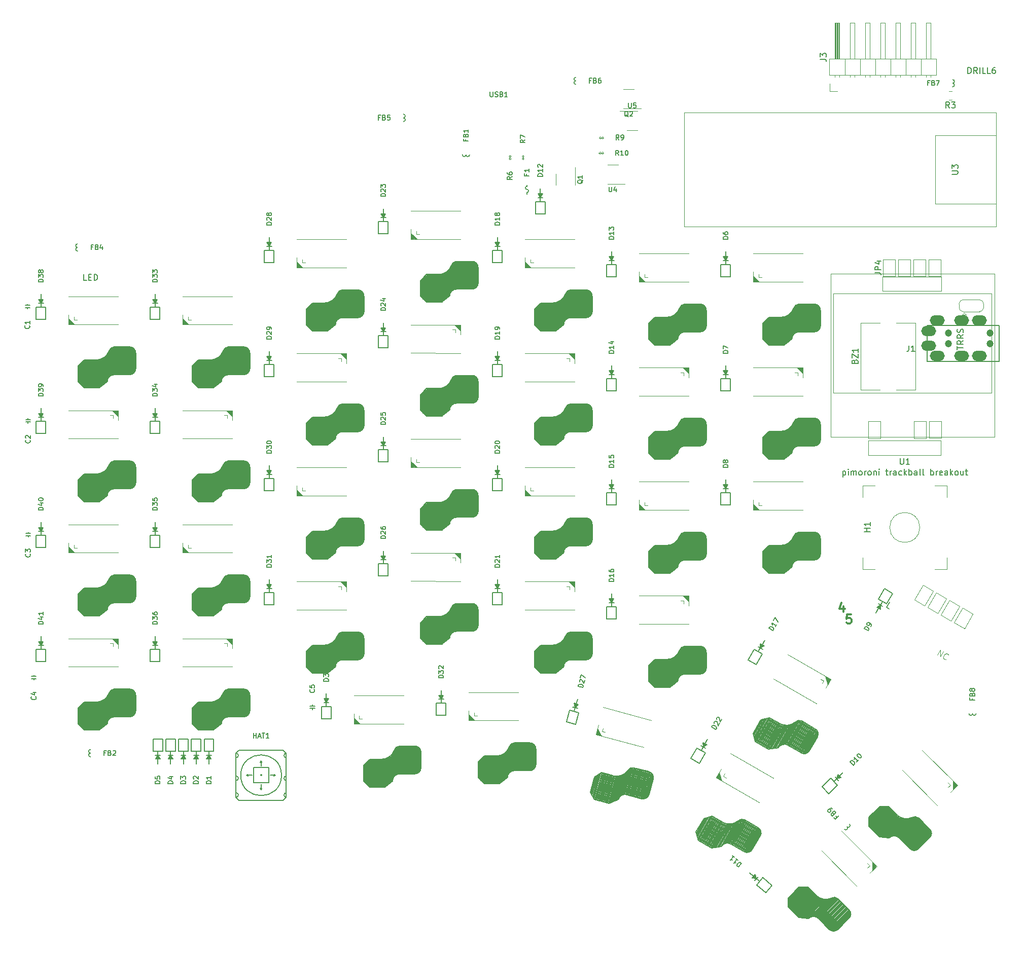
<source format=gbr>
%TF.GenerationSoftware,KiCad,Pcbnew,(5.99.0-11414-g76a6177eb7)*%
%TF.CreationDate,2021-12-13T11:53:38+08:00*%
%TF.ProjectId,Rev2,52657632-2e6b-4696-9361-645f70636258,rev?*%
%TF.SameCoordinates,Original*%
%TF.FileFunction,Legend,Top*%
%TF.FilePolarity,Positive*%
%FSLAX46Y46*%
G04 Gerber Fmt 4.6, Leading zero omitted, Abs format (unit mm)*
G04 Created by KiCad (PCBNEW (5.99.0-11414-g76a6177eb7)) date 2021-12-13 11:53:38*
%MOMM*%
%LPD*%
G01*
G04 APERTURE LIST*
%ADD10C,0.300000*%
%ADD11C,0.150000*%
%ADD12C,0.152400*%
%ADD13C,0.100000*%
%ADD14C,0.200000*%
%ADD15C,0.160000*%
%ADD16C,0.120000*%
%ADD17C,1.200000*%
%ADD18O,2.500000X1.700000*%
G04 APERTURE END LIST*
D10*
X204212781Y-121869400D02*
X203498496Y-121869400D01*
X203427067Y-122583686D01*
X203498496Y-122512257D01*
X203641353Y-122440829D01*
X203998496Y-122440829D01*
X204141353Y-122512257D01*
X204212781Y-122583686D01*
X204284210Y-122726543D01*
X204284210Y-123083686D01*
X204212781Y-123226543D01*
X204141353Y-123297971D01*
X203998496Y-123369400D01*
X203641353Y-123369400D01*
X203498496Y-123297971D01*
X203427067Y-123226543D01*
D11*
X76607142Y-66042380D02*
X76130952Y-66042380D01*
X76130952Y-65042380D01*
X76940476Y-65518571D02*
X77273809Y-65518571D01*
X77416666Y-66042380D02*
X76940476Y-66042380D01*
X76940476Y-65042380D01*
X77416666Y-65042380D01*
X77845238Y-66042380D02*
X77845238Y-65042380D01*
X78083333Y-65042380D01*
X78226190Y-65090000D01*
X78321428Y-65185238D01*
X78369047Y-65280476D01*
X78416666Y-65470952D01*
X78416666Y-65613809D01*
X78369047Y-65804285D01*
X78321428Y-65899523D01*
X78226190Y-65994761D01*
X78083333Y-66042380D01*
X77845238Y-66042380D01*
D10*
X202955714Y-120458571D02*
X202955714Y-121458571D01*
X202598571Y-119887142D02*
X202241428Y-120958571D01*
X203170000Y-120958571D01*
D12*
%TO.C,FB8*%
X224416942Y-135877732D02*
X224416942Y-136148666D01*
X224842695Y-136148666D02*
X224029895Y-136148666D01*
X224029895Y-135761618D01*
X224416942Y-135181047D02*
X224455647Y-135064932D01*
X224494352Y-135026228D01*
X224571761Y-134987523D01*
X224687876Y-134987523D01*
X224765285Y-135026228D01*
X224803990Y-135064932D01*
X224842695Y-135142342D01*
X224842695Y-135451980D01*
X224029895Y-135451980D01*
X224029895Y-135181047D01*
X224068600Y-135103637D01*
X224107304Y-135064932D01*
X224184714Y-135026228D01*
X224262123Y-135026228D01*
X224339533Y-135064932D01*
X224378238Y-135103637D01*
X224416942Y-135181047D01*
X224416942Y-135451980D01*
X224378238Y-134523066D02*
X224339533Y-134600475D01*
X224300828Y-134639180D01*
X224223419Y-134677885D01*
X224184714Y-134677885D01*
X224107304Y-134639180D01*
X224068600Y-134600475D01*
X224029895Y-134523066D01*
X224029895Y-134368247D01*
X224068600Y-134290837D01*
X224107304Y-134252132D01*
X224184714Y-134213428D01*
X224223419Y-134213428D01*
X224300828Y-134252132D01*
X224339533Y-134290837D01*
X224378238Y-134368247D01*
X224378238Y-134523066D01*
X224416942Y-134600475D01*
X224455647Y-134639180D01*
X224533057Y-134677885D01*
X224687876Y-134677885D01*
X224765285Y-134639180D01*
X224803990Y-134600475D01*
X224842695Y-134523066D01*
X224842695Y-134368247D01*
X224803990Y-134290837D01*
X224765285Y-134252132D01*
X224687876Y-134213428D01*
X224533057Y-134213428D01*
X224455647Y-134252132D01*
X224416942Y-134290837D01*
X224378238Y-134368247D01*
%TO.C,D26*%
X126505195Y-109179916D02*
X125692395Y-109179916D01*
X125692395Y-108986392D01*
X125731100Y-108870278D01*
X125808509Y-108792868D01*
X125885919Y-108754163D01*
X126040738Y-108715459D01*
X126156852Y-108715459D01*
X126311671Y-108754163D01*
X126389080Y-108792868D01*
X126466490Y-108870278D01*
X126505195Y-108986392D01*
X126505195Y-109179916D01*
X125769804Y-108405820D02*
X125731100Y-108367116D01*
X125692395Y-108289706D01*
X125692395Y-108096182D01*
X125731100Y-108018773D01*
X125769804Y-107980068D01*
X125847214Y-107941363D01*
X125924623Y-107941363D01*
X126040738Y-107980068D01*
X126505195Y-108444525D01*
X126505195Y-107941363D01*
X125692395Y-107244678D02*
X125692395Y-107399497D01*
X125731100Y-107476906D01*
X125769804Y-107515611D01*
X125885919Y-107593020D01*
X126040738Y-107631725D01*
X126350376Y-107631725D01*
X126427785Y-107593020D01*
X126466490Y-107554316D01*
X126505195Y-107476906D01*
X126505195Y-107322087D01*
X126466490Y-107244678D01*
X126427785Y-107205973D01*
X126350376Y-107167268D01*
X126156852Y-107167268D01*
X126079442Y-107205973D01*
X126040738Y-107244678D01*
X126002033Y-107322087D01*
X126002033Y-107476906D01*
X126040738Y-107554316D01*
X126079442Y-107593020D01*
X126156852Y-107631725D01*
%TO.C,D34*%
X88405195Y-85367416D02*
X87592395Y-85367416D01*
X87592395Y-85173892D01*
X87631100Y-85057778D01*
X87708509Y-84980368D01*
X87785919Y-84941663D01*
X87940738Y-84902959D01*
X88056852Y-84902959D01*
X88211671Y-84941663D01*
X88289080Y-84980368D01*
X88366490Y-85057778D01*
X88405195Y-85173892D01*
X88405195Y-85367416D01*
X87592395Y-84632025D02*
X87592395Y-84128863D01*
X87902033Y-84399797D01*
X87902033Y-84283682D01*
X87940738Y-84206273D01*
X87979442Y-84167568D01*
X88056852Y-84128863D01*
X88250376Y-84128863D01*
X88327785Y-84167568D01*
X88366490Y-84206273D01*
X88405195Y-84283682D01*
X88405195Y-84515911D01*
X88366490Y-84593320D01*
X88327785Y-84632025D01*
X87863328Y-83432178D02*
X88405195Y-83432178D01*
X87553690Y-83625701D02*
X88134261Y-83819225D01*
X88134261Y-83316063D01*
%TO.C,HAT1*%
X104452742Y-142481945D02*
X104452742Y-141669145D01*
X104452742Y-142056192D02*
X104917200Y-142056192D01*
X104917200Y-142481945D02*
X104917200Y-141669145D01*
X105265542Y-142249716D02*
X105652590Y-142249716D01*
X105188133Y-142481945D02*
X105459066Y-141669145D01*
X105730000Y-142481945D01*
X105884819Y-141669145D02*
X106349276Y-141669145D01*
X106117047Y-142481945D02*
X106117047Y-141669145D01*
X107045961Y-142481945D02*
X106581504Y-142481945D01*
X106813733Y-142481945D02*
X106813733Y-141669145D01*
X106736323Y-141785259D01*
X106658914Y-141862669D01*
X106581504Y-141901373D01*
%TO.C,D20*%
X145555195Y-94892416D02*
X144742395Y-94892416D01*
X144742395Y-94698892D01*
X144781100Y-94582778D01*
X144858509Y-94505368D01*
X144935919Y-94466663D01*
X145090738Y-94427959D01*
X145206852Y-94427959D01*
X145361671Y-94466663D01*
X145439080Y-94505368D01*
X145516490Y-94582778D01*
X145555195Y-94698892D01*
X145555195Y-94892416D01*
X144819804Y-94118320D02*
X144781100Y-94079616D01*
X144742395Y-94002206D01*
X144742395Y-93808682D01*
X144781100Y-93731273D01*
X144819804Y-93692568D01*
X144897214Y-93653863D01*
X144974623Y-93653863D01*
X145090738Y-93692568D01*
X145555195Y-94157025D01*
X145555195Y-93653863D01*
X144742395Y-93150701D02*
X144742395Y-93073292D01*
X144781100Y-92995882D01*
X144819804Y-92957178D01*
X144897214Y-92918473D01*
X145052033Y-92879768D01*
X145245557Y-92879768D01*
X145400376Y-92918473D01*
X145477785Y-92957178D01*
X145516490Y-92995882D01*
X145555195Y-93073292D01*
X145555195Y-93150701D01*
X145516490Y-93228111D01*
X145477785Y-93266816D01*
X145400376Y-93305520D01*
X145245557Y-93344225D01*
X145052033Y-93344225D01*
X144897214Y-93305520D01*
X144819804Y-93266816D01*
X144781100Y-93228111D01*
X144742395Y-93150701D01*
%TO.C,C1*%
X67020285Y-73619974D02*
X67058990Y-73658679D01*
X67097695Y-73774793D01*
X67097695Y-73852202D01*
X67058990Y-73968317D01*
X66981580Y-74045726D01*
X66904171Y-74084431D01*
X66749352Y-74123136D01*
X66633238Y-74123136D01*
X66478419Y-74084431D01*
X66401009Y-74045726D01*
X66323600Y-73968317D01*
X66284895Y-73852202D01*
X66284895Y-73774793D01*
X66323600Y-73658679D01*
X66362304Y-73619974D01*
X67097695Y-72845879D02*
X67097695Y-73310336D01*
X67097695Y-73078107D02*
X66284895Y-73078107D01*
X66401009Y-73155517D01*
X66478419Y-73232926D01*
X66517123Y-73310336D01*
%TO.C,FB2*%
X79785517Y-144971942D02*
X79514583Y-144971942D01*
X79514583Y-145397695D02*
X79514583Y-144584895D01*
X79901631Y-144584895D01*
X80482202Y-144971942D02*
X80598317Y-145010647D01*
X80637021Y-145049352D01*
X80675726Y-145126761D01*
X80675726Y-145242876D01*
X80637021Y-145320285D01*
X80598317Y-145358990D01*
X80520907Y-145397695D01*
X80211269Y-145397695D01*
X80211269Y-144584895D01*
X80482202Y-144584895D01*
X80559612Y-144623600D01*
X80598317Y-144662304D01*
X80637021Y-144739714D01*
X80637021Y-144817123D01*
X80598317Y-144894533D01*
X80559612Y-144933238D01*
X80482202Y-144971942D01*
X80211269Y-144971942D01*
X80985364Y-144662304D02*
X81024069Y-144623600D01*
X81101479Y-144584895D01*
X81295002Y-144584895D01*
X81372412Y-144623600D01*
X81411117Y-144662304D01*
X81449821Y-144739714D01*
X81449821Y-144817123D01*
X81411117Y-144933238D01*
X80946660Y-145397695D01*
X81449821Y-145397695D01*
%TO.C,D14*%
X164605195Y-78223666D02*
X163792395Y-78223666D01*
X163792395Y-78030142D01*
X163831100Y-77914028D01*
X163908509Y-77836618D01*
X163985919Y-77797913D01*
X164140738Y-77759209D01*
X164256852Y-77759209D01*
X164411671Y-77797913D01*
X164489080Y-77836618D01*
X164566490Y-77914028D01*
X164605195Y-78030142D01*
X164605195Y-78223666D01*
X164605195Y-76985113D02*
X164605195Y-77449570D01*
X164605195Y-77217342D02*
X163792395Y-77217342D01*
X163908509Y-77294751D01*
X163985919Y-77372161D01*
X164024623Y-77449570D01*
X164063328Y-76288428D02*
X164605195Y-76288428D01*
X163753690Y-76481951D02*
X164334261Y-76675475D01*
X164334261Y-76172313D01*
%TO.C,D1*%
X97387695Y-150112681D02*
X96574895Y-150112681D01*
X96574895Y-149919157D01*
X96613600Y-149803043D01*
X96691009Y-149725633D01*
X96768419Y-149686929D01*
X96923238Y-149648224D01*
X97039352Y-149648224D01*
X97194171Y-149686929D01*
X97271580Y-149725633D01*
X97348990Y-149803043D01*
X97387695Y-149919157D01*
X97387695Y-150112681D01*
X97387695Y-148874129D02*
X97387695Y-149338586D01*
X97387695Y-149106357D02*
X96574895Y-149106357D01*
X96691009Y-149183767D01*
X96768419Y-149261176D01*
X96807123Y-149338586D01*
%TO.C,D23*%
X126505195Y-52029916D02*
X125692395Y-52029916D01*
X125692395Y-51836392D01*
X125731100Y-51720278D01*
X125808509Y-51642868D01*
X125885919Y-51604163D01*
X126040738Y-51565459D01*
X126156852Y-51565459D01*
X126311671Y-51604163D01*
X126389080Y-51642868D01*
X126466490Y-51720278D01*
X126505195Y-51836392D01*
X126505195Y-52029916D01*
X125769804Y-51255820D02*
X125731100Y-51217116D01*
X125692395Y-51139706D01*
X125692395Y-50946182D01*
X125731100Y-50868773D01*
X125769804Y-50830068D01*
X125847214Y-50791363D01*
X125924623Y-50791363D01*
X126040738Y-50830068D01*
X126505195Y-51294525D01*
X126505195Y-50791363D01*
X125692395Y-50520430D02*
X125692395Y-50017268D01*
X126002033Y-50288201D01*
X126002033Y-50172087D01*
X126040738Y-50094678D01*
X126079442Y-50055973D01*
X126156852Y-50017268D01*
X126350376Y-50017268D01*
X126427785Y-50055973D01*
X126466490Y-50094678D01*
X126505195Y-50172087D01*
X126505195Y-50404316D01*
X126466490Y-50481725D01*
X126427785Y-50520430D01*
%TO.C,D28*%
X107455195Y-56792416D02*
X106642395Y-56792416D01*
X106642395Y-56598892D01*
X106681100Y-56482778D01*
X106758509Y-56405368D01*
X106835919Y-56366663D01*
X106990738Y-56327959D01*
X107106852Y-56327959D01*
X107261671Y-56366663D01*
X107339080Y-56405368D01*
X107416490Y-56482778D01*
X107455195Y-56598892D01*
X107455195Y-56792416D01*
X106719804Y-56018320D02*
X106681100Y-55979616D01*
X106642395Y-55902206D01*
X106642395Y-55708682D01*
X106681100Y-55631273D01*
X106719804Y-55592568D01*
X106797214Y-55553863D01*
X106874623Y-55553863D01*
X106990738Y-55592568D01*
X107455195Y-56057025D01*
X107455195Y-55553863D01*
X106990738Y-55089406D02*
X106952033Y-55166816D01*
X106913328Y-55205520D01*
X106835919Y-55244225D01*
X106797214Y-55244225D01*
X106719804Y-55205520D01*
X106681100Y-55166816D01*
X106642395Y-55089406D01*
X106642395Y-54934587D01*
X106681100Y-54857178D01*
X106719804Y-54818473D01*
X106797214Y-54779768D01*
X106835919Y-54779768D01*
X106913328Y-54818473D01*
X106952033Y-54857178D01*
X106990738Y-54934587D01*
X106990738Y-55089406D01*
X107029442Y-55166816D01*
X107068147Y-55205520D01*
X107145557Y-55244225D01*
X107300376Y-55244225D01*
X107377785Y-55205520D01*
X107416490Y-55166816D01*
X107455195Y-55089406D01*
X107455195Y-54934587D01*
X107416490Y-54857178D01*
X107377785Y-54818473D01*
X107300376Y-54779768D01*
X107145557Y-54779768D01*
X107068147Y-54818473D01*
X107029442Y-54857178D01*
X106990738Y-54934587D01*
%TO.C,D4*%
X90987695Y-150112681D02*
X90174895Y-150112681D01*
X90174895Y-149919157D01*
X90213600Y-149803043D01*
X90291009Y-149725633D01*
X90368419Y-149686929D01*
X90523238Y-149648224D01*
X90639352Y-149648224D01*
X90794171Y-149686929D01*
X90871580Y-149725633D01*
X90948990Y-149803043D01*
X90987695Y-149919157D01*
X90987695Y-150112681D01*
X90445828Y-148951538D02*
X90987695Y-148951538D01*
X90136190Y-149145062D02*
X90716761Y-149338586D01*
X90716761Y-148835424D01*
D11*
%TO.C,JP4*%
X208212380Y-64783333D02*
X208926666Y-64783333D01*
X209069523Y-64830952D01*
X209164761Y-64926190D01*
X209212380Y-65069047D01*
X209212380Y-65164285D01*
X209212380Y-64307142D02*
X208212380Y-64307142D01*
X208212380Y-63926190D01*
X208260000Y-63830952D01*
X208307619Y-63783333D01*
X208402857Y-63735714D01*
X208545714Y-63735714D01*
X208640952Y-63783333D01*
X208688571Y-63830952D01*
X208736190Y-63926190D01*
X208736190Y-64307142D01*
X208545714Y-62878571D02*
X209212380Y-62878571D01*
X208164761Y-63116666D02*
X208879047Y-63354761D01*
X208879047Y-62735714D01*
D12*
%TO.C,FB7*%
X217259816Y-33071942D02*
X216988882Y-33071942D01*
X216988882Y-33497695D02*
X216988882Y-32684895D01*
X217375930Y-32684895D01*
X217956501Y-33071942D02*
X218072616Y-33110647D01*
X218111320Y-33149352D01*
X218150025Y-33226761D01*
X218150025Y-33342876D01*
X218111320Y-33420285D01*
X218072616Y-33458990D01*
X217995206Y-33497695D01*
X217685568Y-33497695D01*
X217685568Y-32684895D01*
X217956501Y-32684895D01*
X218033911Y-32723600D01*
X218072616Y-32762304D01*
X218111320Y-32839714D01*
X218111320Y-32917123D01*
X218072616Y-32994533D01*
X218033911Y-33033238D01*
X217956501Y-33071942D01*
X217685568Y-33071942D01*
X218420959Y-32684895D02*
X218962825Y-32684895D01*
X218614482Y-33497695D01*
%TO.C,D40*%
X69355194Y-104417415D02*
X68542394Y-104417415D01*
X68542394Y-104223891D01*
X68581099Y-104107777D01*
X68658508Y-104030367D01*
X68735918Y-103991662D01*
X68890737Y-103952958D01*
X69006851Y-103952958D01*
X69161670Y-103991662D01*
X69239079Y-104030367D01*
X69316489Y-104107777D01*
X69355194Y-104223891D01*
X69355194Y-104417415D01*
X68813327Y-103256272D02*
X69355194Y-103256272D01*
X68503689Y-103449796D02*
X69084260Y-103643319D01*
X69084260Y-103140158D01*
X68542394Y-102675700D02*
X68542394Y-102598291D01*
X68581099Y-102520881D01*
X68619803Y-102482177D01*
X68697213Y-102443472D01*
X68852032Y-102404767D01*
X69045556Y-102404767D01*
X69200375Y-102443472D01*
X69277784Y-102482177D01*
X69316489Y-102520881D01*
X69355194Y-102598291D01*
X69355194Y-102675700D01*
X69316489Y-102753110D01*
X69277784Y-102791815D01*
X69200375Y-102830519D01*
X69045556Y-102869224D01*
X68852032Y-102869224D01*
X68697213Y-102830519D01*
X68619803Y-102791815D01*
X68581099Y-102753110D01*
X68542394Y-102675700D01*
D13*
%TO.C,SW5*%
X218604417Y-128621029D02*
X219104417Y-127755003D01*
X219099289Y-128906743D01*
X219599289Y-128040718D01*
X220054173Y-129348074D02*
X219989124Y-129365504D01*
X219841597Y-129335314D01*
X219759118Y-129287695D01*
X219659210Y-129175028D01*
X219624350Y-129044930D01*
X219630730Y-128938642D01*
X219684729Y-128749875D01*
X219756157Y-128626157D01*
X219892635Y-128485009D01*
X219981493Y-128426340D01*
X220111591Y-128391481D01*
X220259118Y-128421670D01*
X220341597Y-128469289D01*
X220441505Y-128581957D01*
X220458935Y-128647006D01*
D11*
X210563069Y-120889530D02*
X210150675Y-120651435D01*
X210650675Y-119785409D01*
D12*
%TO.C,C5*%
X114565285Y-134409209D02*
X114603990Y-134447913D01*
X114642695Y-134564028D01*
X114642695Y-134641437D01*
X114603990Y-134757551D01*
X114526580Y-134834961D01*
X114449171Y-134873666D01*
X114294352Y-134912370D01*
X114178238Y-134912370D01*
X114023419Y-134873666D01*
X113946009Y-134834961D01*
X113868600Y-134757551D01*
X113829895Y-134641437D01*
X113829895Y-134564028D01*
X113868600Y-134447913D01*
X113907304Y-134409209D01*
X113829895Y-133673818D02*
X113829895Y-134060866D01*
X114216942Y-134099570D01*
X114178238Y-134060866D01*
X114139533Y-133983456D01*
X114139533Y-133789932D01*
X114178238Y-133712523D01*
X114216942Y-133673818D01*
X114294352Y-133635113D01*
X114487876Y-133635113D01*
X114565285Y-133673818D01*
X114603990Y-133712523D01*
X114642695Y-133789932D01*
X114642695Y-133983456D01*
X114603990Y-134060866D01*
X114565285Y-134099570D01*
%TO.C,D39*%
X69355194Y-85367415D02*
X68542394Y-85367415D01*
X68542394Y-85173891D01*
X68581099Y-85057777D01*
X68658508Y-84980367D01*
X68735918Y-84941662D01*
X68890737Y-84902958D01*
X69006851Y-84902958D01*
X69161670Y-84941662D01*
X69239079Y-84980367D01*
X69316489Y-85057777D01*
X69355194Y-85173891D01*
X69355194Y-85367415D01*
X68542394Y-84632024D02*
X68542394Y-84128862D01*
X68852032Y-84399796D01*
X68852032Y-84283681D01*
X68890737Y-84206272D01*
X68929441Y-84167567D01*
X69006851Y-84128862D01*
X69200375Y-84128862D01*
X69277784Y-84167567D01*
X69316489Y-84206272D01*
X69355194Y-84283681D01*
X69355194Y-84515910D01*
X69316489Y-84593319D01*
X69277784Y-84632024D01*
X69355194Y-83741815D02*
X69355194Y-83586996D01*
X69316489Y-83509586D01*
X69277784Y-83470881D01*
X69161670Y-83393472D01*
X69006851Y-83354767D01*
X68697213Y-83354767D01*
X68619803Y-83393472D01*
X68581099Y-83432177D01*
X68542394Y-83509586D01*
X68542394Y-83664405D01*
X68581099Y-83741815D01*
X68619803Y-83780519D01*
X68697213Y-83819224D01*
X68890737Y-83819224D01*
X68968146Y-83780519D01*
X69006851Y-83741815D01*
X69045556Y-83664405D01*
X69045556Y-83509586D01*
X69006851Y-83432177D01*
X68968146Y-83393472D01*
X68890737Y-83354767D01*
%TO.C,D27*%
X159426808Y-134077004D02*
X158641704Y-133866636D01*
X158691791Y-133679706D01*
X158759230Y-133577566D01*
X158854037Y-133522829D01*
X158938826Y-133505478D01*
X159098387Y-133508162D01*
X159210545Y-133538215D01*
X159350071Y-133615671D01*
X159414826Y-133673092D01*
X159469562Y-133767899D01*
X159476896Y-133890074D01*
X159426808Y-134077004D01*
X158916826Y-133138952D02*
X158889458Y-133091549D01*
X158872107Y-133006759D01*
X158922194Y-132819830D01*
X158979615Y-132755075D01*
X159027019Y-132727707D01*
X159111808Y-132710356D01*
X159186580Y-132730391D01*
X159288720Y-132797830D01*
X159617141Y-133366671D01*
X159747369Y-132880654D01*
X159032387Y-132408584D02*
X159172633Y-131885181D01*
X159867579Y-132432023D01*
%TO.C,D5*%
X88847695Y-150112681D02*
X88034895Y-150112681D01*
X88034895Y-149919157D01*
X88073600Y-149803043D01*
X88151009Y-149725633D01*
X88228419Y-149686929D01*
X88383238Y-149648224D01*
X88499352Y-149648224D01*
X88654171Y-149686929D01*
X88731580Y-149725633D01*
X88808990Y-149803043D01*
X88847695Y-149919157D01*
X88847695Y-150112681D01*
X88034895Y-148912833D02*
X88034895Y-149299881D01*
X88421942Y-149338586D01*
X88383238Y-149299881D01*
X88344533Y-149222471D01*
X88344533Y-149028948D01*
X88383238Y-148951538D01*
X88421942Y-148912833D01*
X88499352Y-148874129D01*
X88692876Y-148874129D01*
X88770285Y-148912833D01*
X88808990Y-148951538D01*
X88847695Y-149028948D01*
X88847695Y-149222471D01*
X88808990Y-149299881D01*
X88770285Y-149338586D01*
%TO.C,D36*%
X88405195Y-123467416D02*
X87592395Y-123467416D01*
X87592395Y-123273892D01*
X87631100Y-123157778D01*
X87708509Y-123080368D01*
X87785919Y-123041663D01*
X87940738Y-123002959D01*
X88056852Y-123002959D01*
X88211671Y-123041663D01*
X88289080Y-123080368D01*
X88366490Y-123157778D01*
X88405195Y-123273892D01*
X88405195Y-123467416D01*
X87592395Y-122732025D02*
X87592395Y-122228863D01*
X87902033Y-122499797D01*
X87902033Y-122383682D01*
X87940738Y-122306273D01*
X87979442Y-122267568D01*
X88056852Y-122228863D01*
X88250376Y-122228863D01*
X88327785Y-122267568D01*
X88366490Y-122306273D01*
X88405195Y-122383682D01*
X88405195Y-122615911D01*
X88366490Y-122693320D01*
X88327785Y-122732025D01*
X87592395Y-121532178D02*
X87592395Y-121686997D01*
X87631100Y-121764406D01*
X87669804Y-121803111D01*
X87785919Y-121880520D01*
X87940738Y-121919225D01*
X88250376Y-121919225D01*
X88327785Y-121880520D01*
X88366490Y-121841816D01*
X88405195Y-121764406D01*
X88405195Y-121609587D01*
X88366490Y-121532178D01*
X88327785Y-121493473D01*
X88250376Y-121454768D01*
X88056852Y-121454768D01*
X87979442Y-121493473D01*
X87940738Y-121532178D01*
X87902033Y-121609587D01*
X87902033Y-121764406D01*
X87940738Y-121841816D01*
X87979442Y-121880520D01*
X88056852Y-121919225D01*
%TO.C,Q1*%
X159455104Y-49287409D02*
X159416400Y-49364819D01*
X159338990Y-49442228D01*
X159222876Y-49558342D01*
X159184171Y-49635752D01*
X159184171Y-49713161D01*
X159377695Y-49674457D02*
X159338990Y-49751866D01*
X159261580Y-49829276D01*
X159106761Y-49867980D01*
X158835828Y-49867980D01*
X158681009Y-49829276D01*
X158603600Y-49751866D01*
X158564895Y-49674457D01*
X158564895Y-49519638D01*
X158603600Y-49442228D01*
X158681009Y-49364819D01*
X158835828Y-49326114D01*
X159106761Y-49326114D01*
X159261580Y-49364819D01*
X159338990Y-49442228D01*
X159377695Y-49519638D01*
X159377695Y-49674457D01*
X159377695Y-48552019D02*
X159377695Y-49016476D01*
X159377695Y-48784247D02*
X158564895Y-48784247D01*
X158681009Y-48861657D01*
X158758419Y-48939066D01*
X158797123Y-49016476D01*
%TO.C,FB6*%
X160805517Y-32671942D02*
X160534583Y-32671942D01*
X160534583Y-33097695D02*
X160534583Y-32284895D01*
X160921631Y-32284895D01*
X161502202Y-32671942D02*
X161618317Y-32710647D01*
X161657021Y-32749352D01*
X161695726Y-32826761D01*
X161695726Y-32942876D01*
X161657021Y-33020285D01*
X161618317Y-33058990D01*
X161540907Y-33097695D01*
X161231269Y-33097695D01*
X161231269Y-32284895D01*
X161502202Y-32284895D01*
X161579612Y-32323600D01*
X161618317Y-32362304D01*
X161657021Y-32439714D01*
X161657021Y-32517123D01*
X161618317Y-32594533D01*
X161579612Y-32633238D01*
X161502202Y-32671942D01*
X161231269Y-32671942D01*
X162392412Y-32284895D02*
X162237593Y-32284895D01*
X162160183Y-32323600D01*
X162121479Y-32362304D01*
X162044069Y-32478419D01*
X162005364Y-32633238D01*
X162005364Y-32942876D01*
X162044069Y-33020285D01*
X162082774Y-33058990D01*
X162160183Y-33097695D01*
X162315002Y-33097695D01*
X162392412Y-33058990D01*
X162431117Y-33020285D01*
X162469821Y-32942876D01*
X162469821Y-32749352D01*
X162431117Y-32671942D01*
X162392412Y-32633238D01*
X162315002Y-32594533D01*
X162160183Y-32594533D01*
X162082774Y-32633238D01*
X162044069Y-32671942D01*
X162005364Y-32749352D01*
%TO.C,FB5*%
X125589816Y-38861942D02*
X125318882Y-38861942D01*
X125318882Y-39287695D02*
X125318882Y-38474895D01*
X125705930Y-38474895D01*
X126286501Y-38861942D02*
X126402616Y-38900647D01*
X126441320Y-38939352D01*
X126480025Y-39016761D01*
X126480025Y-39132876D01*
X126441320Y-39210285D01*
X126402616Y-39248990D01*
X126325206Y-39287695D01*
X126015568Y-39287695D01*
X126015568Y-38474895D01*
X126286501Y-38474895D01*
X126363911Y-38513600D01*
X126402616Y-38552304D01*
X126441320Y-38629714D01*
X126441320Y-38707123D01*
X126402616Y-38784533D01*
X126363911Y-38823238D01*
X126286501Y-38861942D01*
X126015568Y-38861942D01*
X127215416Y-38474895D02*
X126828368Y-38474895D01*
X126789663Y-38861942D01*
X126828368Y-38823238D01*
X126905778Y-38784533D01*
X127099301Y-38784533D01*
X127176711Y-38823238D01*
X127215416Y-38861942D01*
X127254120Y-38939352D01*
X127254120Y-39132876D01*
X127215416Y-39210285D01*
X127176711Y-39248990D01*
X127099301Y-39287695D01*
X126905778Y-39287695D01*
X126828368Y-39248990D01*
X126789663Y-39210285D01*
%TO.C,U5*%
X167050723Y-36434895D02*
X167050723Y-37092876D01*
X167089428Y-37170285D01*
X167128133Y-37208990D01*
X167205542Y-37247695D01*
X167360361Y-37247695D01*
X167437771Y-37208990D01*
X167476476Y-37170285D01*
X167515180Y-37092876D01*
X167515180Y-36434895D01*
X168289276Y-36434895D02*
X167902228Y-36434895D01*
X167863523Y-36821942D01*
X167902228Y-36783238D01*
X167979638Y-36744533D01*
X168173161Y-36744533D01*
X168250571Y-36783238D01*
X168289276Y-36821942D01*
X168327980Y-36899352D01*
X168327980Y-37092876D01*
X168289276Y-37170285D01*
X168250571Y-37208990D01*
X168173161Y-37247695D01*
X167979638Y-37247695D01*
X167902228Y-37208990D01*
X167863523Y-37170285D01*
%TO.C,Q2*%
X167022590Y-38725104D02*
X166945180Y-38686400D01*
X166867771Y-38608990D01*
X166751657Y-38492876D01*
X166674247Y-38454171D01*
X166596838Y-38454171D01*
X166635542Y-38647695D02*
X166558133Y-38608990D01*
X166480723Y-38531580D01*
X166442019Y-38376761D01*
X166442019Y-38105828D01*
X166480723Y-37951009D01*
X166558133Y-37873600D01*
X166635542Y-37834895D01*
X166790361Y-37834895D01*
X166867771Y-37873600D01*
X166945180Y-37951009D01*
X166983885Y-38105828D01*
X166983885Y-38376761D01*
X166945180Y-38531580D01*
X166867771Y-38608990D01*
X166790361Y-38647695D01*
X166635542Y-38647695D01*
X167293523Y-37912304D02*
X167332228Y-37873600D01*
X167409638Y-37834895D01*
X167603161Y-37834895D01*
X167680571Y-37873600D01*
X167719276Y-37912304D01*
X167757980Y-37989714D01*
X167757980Y-38067123D01*
X167719276Y-38183238D01*
X167254819Y-38647695D01*
X167757980Y-38647695D01*
%TO.C,D33*%
X88405195Y-66317416D02*
X87592395Y-66317416D01*
X87592395Y-66123892D01*
X87631100Y-66007778D01*
X87708509Y-65930368D01*
X87785919Y-65891663D01*
X87940738Y-65852959D01*
X88056852Y-65852959D01*
X88211671Y-65891663D01*
X88289080Y-65930368D01*
X88366490Y-66007778D01*
X88405195Y-66123892D01*
X88405195Y-66317416D01*
X87592395Y-65582025D02*
X87592395Y-65078863D01*
X87902033Y-65349797D01*
X87902033Y-65233682D01*
X87940738Y-65156273D01*
X87979442Y-65117568D01*
X88056852Y-65078863D01*
X88250376Y-65078863D01*
X88327785Y-65117568D01*
X88366490Y-65156273D01*
X88405195Y-65233682D01*
X88405195Y-65465911D01*
X88366490Y-65543320D01*
X88327785Y-65582025D01*
X87592395Y-64807930D02*
X87592395Y-64304768D01*
X87902033Y-64575701D01*
X87902033Y-64459587D01*
X87940738Y-64382178D01*
X87979442Y-64343473D01*
X88056852Y-64304768D01*
X88250376Y-64304768D01*
X88327785Y-64343473D01*
X88366490Y-64382178D01*
X88405195Y-64459587D01*
X88405195Y-64691816D01*
X88366490Y-64769225D01*
X88327785Y-64807930D01*
%TO.C,D13*%
X164605195Y-59173666D02*
X163792395Y-59173666D01*
X163792395Y-58980142D01*
X163831100Y-58864028D01*
X163908509Y-58786618D01*
X163985919Y-58747913D01*
X164140738Y-58709209D01*
X164256852Y-58709209D01*
X164411671Y-58747913D01*
X164489080Y-58786618D01*
X164566490Y-58864028D01*
X164605195Y-58980142D01*
X164605195Y-59173666D01*
X164605195Y-57935113D02*
X164605195Y-58399570D01*
X164605195Y-58167342D02*
X163792395Y-58167342D01*
X163908509Y-58244751D01*
X163985919Y-58322161D01*
X164024623Y-58399570D01*
X163792395Y-57664180D02*
X163792395Y-57161018D01*
X164102033Y-57431951D01*
X164102033Y-57315837D01*
X164140738Y-57238428D01*
X164179442Y-57199723D01*
X164256852Y-57161018D01*
X164450376Y-57161018D01*
X164527785Y-57199723D01*
X164566490Y-57238428D01*
X164605195Y-57315837D01*
X164605195Y-57548066D01*
X164566490Y-57625475D01*
X164527785Y-57664180D01*
%TO.C,D9*%
X207081217Y-124595466D02*
X206377312Y-124189066D01*
X206474074Y-124021469D01*
X206565650Y-123940264D01*
X206671393Y-123911930D01*
X206757784Y-123917115D01*
X206911214Y-123961005D01*
X207011772Y-124019063D01*
X207126497Y-124129991D01*
X207174183Y-124202215D01*
X207202517Y-124307959D01*
X207177979Y-124427869D01*
X207081217Y-124595466D01*
X207506970Y-123858041D02*
X207584379Y-123723964D01*
X207589565Y-123637573D01*
X207575398Y-123584701D01*
X207513544Y-123459605D01*
X207398820Y-123348676D01*
X207130665Y-123193857D01*
X207044274Y-123188672D01*
X206991402Y-123202839D01*
X206919178Y-123250525D01*
X206841769Y-123384602D01*
X206836583Y-123470993D01*
X206850750Y-123523865D01*
X206898437Y-123596089D01*
X207066033Y-123692851D01*
X207152424Y-123698036D01*
X207205296Y-123683869D01*
X207277520Y-123636183D01*
X207354929Y-123502106D01*
X207360115Y-123415715D01*
X207345948Y-123362843D01*
X207298262Y-123290619D01*
%TO.C,C4*%
X68080285Y-135599974D02*
X68118990Y-135638679D01*
X68157695Y-135754793D01*
X68157695Y-135832202D01*
X68118990Y-135948317D01*
X68041580Y-136025726D01*
X67964171Y-136064431D01*
X67809352Y-136103136D01*
X67693238Y-136103136D01*
X67538419Y-136064431D01*
X67461009Y-136025726D01*
X67383600Y-135948317D01*
X67344895Y-135832202D01*
X67344895Y-135754793D01*
X67383600Y-135638679D01*
X67422304Y-135599974D01*
X67615828Y-134903288D02*
X68157695Y-134903288D01*
X67306190Y-135096812D02*
X67886761Y-135290336D01*
X67886761Y-134787174D01*
%TO.C,FB9*%
X201687573Y-155569678D02*
X201879152Y-155761257D01*
X202180204Y-155460205D02*
X201605468Y-156034941D01*
X201331784Y-155761257D01*
X201194942Y-155077047D02*
X201140205Y-154967574D01*
X201140205Y-154912837D01*
X201167574Y-154830732D01*
X201249679Y-154748626D01*
X201331784Y-154721258D01*
X201386521Y-154721258D01*
X201468626Y-154748626D01*
X201687573Y-154967574D01*
X201112837Y-155542310D01*
X200921258Y-155350731D01*
X200893890Y-155268626D01*
X200893890Y-155213889D01*
X200921258Y-155131784D01*
X200975995Y-155077047D01*
X201058100Y-155049679D01*
X201112837Y-155049679D01*
X201194942Y-155077047D01*
X201386521Y-155268626D01*
X201085468Y-154365469D02*
X200975995Y-154255995D01*
X200893890Y-154228627D01*
X200839153Y-154228627D01*
X200702311Y-154255995D01*
X200565469Y-154338100D01*
X200346522Y-154557048D01*
X200319153Y-154639153D01*
X200319153Y-154693890D01*
X200346522Y-154775995D01*
X200455995Y-154885468D01*
X200538100Y-154912837D01*
X200592837Y-154912837D01*
X200674942Y-154885468D01*
X200811784Y-154748626D01*
X200839153Y-154666521D01*
X200839153Y-154611784D01*
X200811784Y-154529679D01*
X200702311Y-154420206D01*
X200620206Y-154392837D01*
X200565469Y-154392837D01*
X200483364Y-154420206D01*
%TO.C,FB1*%
X139871942Y-42534482D02*
X139871942Y-42805416D01*
X140297695Y-42805416D02*
X139484895Y-42805416D01*
X139484895Y-42418368D01*
X139871942Y-41837797D02*
X139910647Y-41721682D01*
X139949352Y-41682978D01*
X140026761Y-41644273D01*
X140142876Y-41644273D01*
X140220285Y-41682978D01*
X140258990Y-41721682D01*
X140297695Y-41799092D01*
X140297695Y-42108730D01*
X139484895Y-42108730D01*
X139484895Y-41837797D01*
X139523600Y-41760387D01*
X139562304Y-41721682D01*
X139639714Y-41682978D01*
X139717123Y-41682978D01*
X139794533Y-41721682D01*
X139833238Y-41760387D01*
X139871942Y-41837797D01*
X139871942Y-42108730D01*
X140297695Y-40870178D02*
X140297695Y-41334635D01*
X140297695Y-41102406D02*
X139484895Y-41102406D01*
X139601009Y-41179816D01*
X139678419Y-41257225D01*
X139717123Y-41334635D01*
%TO.C,D22*%
X181635725Y-141082827D02*
X180931819Y-140676427D01*
X181028581Y-140508831D01*
X181120158Y-140427625D01*
X181225901Y-140399291D01*
X181312292Y-140404477D01*
X181465722Y-140448367D01*
X181566280Y-140506424D01*
X181681004Y-140617353D01*
X181728691Y-140689577D01*
X181757025Y-140795320D01*
X181732487Y-140915231D01*
X181635725Y-141082827D01*
X181385906Y-140044746D02*
X181371739Y-139991874D01*
X181376924Y-139905483D01*
X181473686Y-139737887D01*
X181545910Y-139690200D01*
X181598782Y-139676033D01*
X181685173Y-139681219D01*
X181752211Y-139719924D01*
X181833417Y-139811500D01*
X182003420Y-140445960D01*
X182255001Y-140010209D01*
X181772953Y-139374360D02*
X181758786Y-139321488D01*
X181763972Y-139235097D01*
X181860734Y-139067500D01*
X181932958Y-139019814D01*
X181985829Y-139005647D01*
X182072220Y-139010833D01*
X182139259Y-139049537D01*
X182220465Y-139141114D01*
X182390468Y-139775574D01*
X182642049Y-139339823D01*
%TO.C,FB4*%
X77625517Y-60501942D02*
X77354583Y-60501942D01*
X77354583Y-60927695D02*
X77354583Y-60114895D01*
X77741631Y-60114895D01*
X78322202Y-60501942D02*
X78438317Y-60540647D01*
X78477021Y-60579352D01*
X78515726Y-60656761D01*
X78515726Y-60772876D01*
X78477021Y-60850285D01*
X78438317Y-60888990D01*
X78360907Y-60927695D01*
X78051269Y-60927695D01*
X78051269Y-60114895D01*
X78322202Y-60114895D01*
X78399612Y-60153600D01*
X78438317Y-60192304D01*
X78477021Y-60269714D01*
X78477021Y-60347123D01*
X78438317Y-60424533D01*
X78399612Y-60463238D01*
X78322202Y-60501942D01*
X78051269Y-60501942D01*
X79212412Y-60385828D02*
X79212412Y-60927695D01*
X79018888Y-60076190D02*
X78825364Y-60656761D01*
X79328526Y-60656761D01*
%TO.C,D29*%
X107455195Y-75842416D02*
X106642395Y-75842416D01*
X106642395Y-75648892D01*
X106681100Y-75532778D01*
X106758509Y-75455368D01*
X106835919Y-75416663D01*
X106990738Y-75377959D01*
X107106852Y-75377959D01*
X107261671Y-75416663D01*
X107339080Y-75455368D01*
X107416490Y-75532778D01*
X107455195Y-75648892D01*
X107455195Y-75842416D01*
X106719804Y-75068320D02*
X106681100Y-75029616D01*
X106642395Y-74952206D01*
X106642395Y-74758682D01*
X106681100Y-74681273D01*
X106719804Y-74642568D01*
X106797214Y-74603863D01*
X106874623Y-74603863D01*
X106990738Y-74642568D01*
X107455195Y-75107025D01*
X107455195Y-74603863D01*
X107455195Y-74216816D02*
X107455195Y-74061997D01*
X107416490Y-73984587D01*
X107377785Y-73945882D01*
X107261671Y-73868473D01*
X107106852Y-73829768D01*
X106797214Y-73829768D01*
X106719804Y-73868473D01*
X106681100Y-73907178D01*
X106642395Y-73984587D01*
X106642395Y-74139406D01*
X106681100Y-74216816D01*
X106719804Y-74255520D01*
X106797214Y-74294225D01*
X106990738Y-74294225D01*
X107068147Y-74255520D01*
X107106852Y-74216816D01*
X107145557Y-74139406D01*
X107145557Y-73984587D01*
X107106852Y-73907178D01*
X107068147Y-73868473D01*
X106990738Y-73829768D01*
%TO.C,R7*%
X149797695Y-42580959D02*
X149410647Y-42851892D01*
X149797695Y-43045416D02*
X148984895Y-43045416D01*
X148984895Y-42735778D01*
X149023600Y-42658368D01*
X149062304Y-42619663D01*
X149139714Y-42580959D01*
X149255828Y-42580959D01*
X149333238Y-42619663D01*
X149371942Y-42658368D01*
X149410647Y-42735778D01*
X149410647Y-43045416D01*
X148984895Y-42310025D02*
X148984895Y-41768159D01*
X149797695Y-42116501D01*
%TO.C,R6*%
X147637695Y-48729974D02*
X147250647Y-49000907D01*
X147637695Y-49194431D02*
X146824895Y-49194431D01*
X146824895Y-48884793D01*
X146863600Y-48807383D01*
X146902304Y-48768679D01*
X146979714Y-48729974D01*
X147095828Y-48729974D01*
X147173238Y-48768679D01*
X147211942Y-48807383D01*
X147250647Y-48884793D01*
X147250647Y-49194431D01*
X146824895Y-48033288D02*
X146824895Y-48188107D01*
X146863600Y-48265517D01*
X146902304Y-48304221D01*
X147018419Y-48381631D01*
X147173238Y-48420336D01*
X147482876Y-48420336D01*
X147560285Y-48381631D01*
X147598990Y-48342926D01*
X147637695Y-48265517D01*
X147637695Y-48110698D01*
X147598990Y-48033288D01*
X147560285Y-47994583D01*
X147482876Y-47955879D01*
X147289352Y-47955879D01*
X147211942Y-47994583D01*
X147173238Y-48033288D01*
X147134533Y-48110698D01*
X147134533Y-48265517D01*
X147173238Y-48342926D01*
X147211942Y-48381631D01*
X147289352Y-48420336D01*
%TO.C,R9*%
X165469040Y-42597695D02*
X165198107Y-42210647D01*
X165004583Y-42597695D02*
X165004583Y-41784895D01*
X165314221Y-41784895D01*
X165391631Y-41823600D01*
X165430336Y-41862304D01*
X165469040Y-41939714D01*
X165469040Y-42055828D01*
X165430336Y-42133238D01*
X165391631Y-42171942D01*
X165314221Y-42210647D01*
X165004583Y-42210647D01*
X165856088Y-42597695D02*
X166010907Y-42597695D01*
X166088317Y-42558990D01*
X166127021Y-42520285D01*
X166204431Y-42404171D01*
X166243136Y-42249352D01*
X166243136Y-41939714D01*
X166204431Y-41862304D01*
X166165726Y-41823600D01*
X166088317Y-41784895D01*
X165933498Y-41784895D01*
X165856088Y-41823600D01*
X165817383Y-41862304D01*
X165778679Y-41939714D01*
X165778679Y-42133238D01*
X165817383Y-42210647D01*
X165856088Y-42249352D01*
X165933498Y-42288057D01*
X166088317Y-42288057D01*
X166165726Y-42249352D01*
X166204431Y-42210647D01*
X166243136Y-42133238D01*
%TO.C,D17*%
X191180725Y-124582827D02*
X190476819Y-124176427D01*
X190573581Y-124008831D01*
X190665158Y-123927625D01*
X190770901Y-123899291D01*
X190857292Y-123904477D01*
X191010722Y-123948367D01*
X191111280Y-124006424D01*
X191226004Y-124117353D01*
X191273691Y-124189577D01*
X191302025Y-124295320D01*
X191277487Y-124415231D01*
X191180725Y-124582827D01*
X191800001Y-123510209D02*
X191567772Y-123912441D01*
X191683887Y-123711325D02*
X190979981Y-123304925D01*
X191041834Y-123430021D01*
X191070168Y-123535764D01*
X191064983Y-123622155D01*
X191231562Y-122869174D02*
X191502496Y-122399904D01*
X192032230Y-123107978D01*
D11*
%TO.C,BZ1*%
X204828571Y-79610952D02*
X204876190Y-79468095D01*
X204923809Y-79420476D01*
X205019047Y-79372857D01*
X205161904Y-79372857D01*
X205257142Y-79420476D01*
X205304761Y-79468095D01*
X205352380Y-79563333D01*
X205352380Y-79944285D01*
X204352380Y-79944285D01*
X204352380Y-79610952D01*
X204400000Y-79515714D01*
X204447619Y-79468095D01*
X204542857Y-79420476D01*
X204638095Y-79420476D01*
X204733333Y-79468095D01*
X204780952Y-79515714D01*
X204828571Y-79610952D01*
X204828571Y-79944285D01*
X204352380Y-79039523D02*
X204352380Y-78372857D01*
X205352380Y-79039523D01*
X205352380Y-78372857D01*
X205352380Y-77468095D02*
X205352380Y-78039523D01*
X205352380Y-77753809D02*
X204352380Y-77753809D01*
X204495238Y-77849047D01*
X204590476Y-77944285D01*
X204638095Y-78039523D01*
%TO.C,H1*%
X207387380Y-108031904D02*
X206387380Y-108031904D01*
X206863571Y-108031904D02*
X206863571Y-107460476D01*
X207387380Y-107460476D02*
X206387380Y-107460476D01*
X207387380Y-106460476D02*
X207387380Y-107031904D01*
X207387380Y-106746190D02*
X206387380Y-106746190D01*
X206530238Y-106841428D01*
X206625476Y-106936666D01*
X206673095Y-107031904D01*
D12*
%TO.C,D30*%
X107455195Y-94892416D02*
X106642395Y-94892416D01*
X106642395Y-94698892D01*
X106681100Y-94582778D01*
X106758509Y-94505368D01*
X106835919Y-94466663D01*
X106990738Y-94427959D01*
X107106852Y-94427959D01*
X107261671Y-94466663D01*
X107339080Y-94505368D01*
X107416490Y-94582778D01*
X107455195Y-94698892D01*
X107455195Y-94892416D01*
X106642395Y-94157025D02*
X106642395Y-93653863D01*
X106952033Y-93924797D01*
X106952033Y-93808682D01*
X106990738Y-93731273D01*
X107029442Y-93692568D01*
X107106852Y-93653863D01*
X107300376Y-93653863D01*
X107377785Y-93692568D01*
X107416490Y-93731273D01*
X107455195Y-93808682D01*
X107455195Y-94040911D01*
X107416490Y-94118320D01*
X107377785Y-94157025D01*
X106642395Y-93150701D02*
X106642395Y-93073292D01*
X106681100Y-92995882D01*
X106719804Y-92957178D01*
X106797214Y-92918473D01*
X106952033Y-92879768D01*
X107145557Y-92879768D01*
X107300376Y-92918473D01*
X107377785Y-92957178D01*
X107416490Y-92995882D01*
X107455195Y-93073292D01*
X107455195Y-93150701D01*
X107416490Y-93228111D01*
X107377785Y-93266816D01*
X107300376Y-93305520D01*
X107145557Y-93344225D01*
X106952033Y-93344225D01*
X106797214Y-93305520D01*
X106719804Y-93266816D01*
X106681100Y-93228111D01*
X106642395Y-93150701D01*
%TO.C,D38*%
X69355194Y-66317416D02*
X68542394Y-66317416D01*
X68542394Y-66123892D01*
X68581099Y-66007778D01*
X68658508Y-65930368D01*
X68735918Y-65891663D01*
X68890737Y-65852959D01*
X69006851Y-65852959D01*
X69161670Y-65891663D01*
X69239079Y-65930368D01*
X69316489Y-66007778D01*
X69355194Y-66123892D01*
X69355194Y-66317416D01*
X68542394Y-65582025D02*
X68542394Y-65078863D01*
X68852032Y-65349797D01*
X68852032Y-65233682D01*
X68890737Y-65156273D01*
X68929441Y-65117568D01*
X69006851Y-65078863D01*
X69200375Y-65078863D01*
X69277784Y-65117568D01*
X69316489Y-65156273D01*
X69355194Y-65233682D01*
X69355194Y-65465911D01*
X69316489Y-65543320D01*
X69277784Y-65582025D01*
X68890737Y-64614406D02*
X68852032Y-64691816D01*
X68813327Y-64730520D01*
X68735918Y-64769225D01*
X68697213Y-64769225D01*
X68619803Y-64730520D01*
X68581099Y-64691816D01*
X68542394Y-64614406D01*
X68542394Y-64459587D01*
X68581099Y-64382178D01*
X68619803Y-64343473D01*
X68697213Y-64304768D01*
X68735918Y-64304768D01*
X68813327Y-64343473D01*
X68852032Y-64382178D01*
X68890737Y-64459587D01*
X68890737Y-64614406D01*
X68929441Y-64691816D01*
X68968146Y-64730520D01*
X69045556Y-64769225D01*
X69200375Y-64769225D01*
X69277784Y-64730520D01*
X69316489Y-64691816D01*
X69355194Y-64614406D01*
X69355194Y-64459587D01*
X69316489Y-64382178D01*
X69277784Y-64343473D01*
X69200375Y-64304768D01*
X69045556Y-64304768D01*
X68968146Y-64343473D01*
X68929441Y-64382178D01*
X68890737Y-64459587D01*
%TO.C,D31*%
X107455195Y-113942416D02*
X106642395Y-113942416D01*
X106642395Y-113748892D01*
X106681100Y-113632778D01*
X106758509Y-113555368D01*
X106835919Y-113516663D01*
X106990738Y-113477959D01*
X107106852Y-113477959D01*
X107261671Y-113516663D01*
X107339080Y-113555368D01*
X107416490Y-113632778D01*
X107455195Y-113748892D01*
X107455195Y-113942416D01*
X106642395Y-113207025D02*
X106642395Y-112703863D01*
X106952033Y-112974797D01*
X106952033Y-112858682D01*
X106990738Y-112781273D01*
X107029442Y-112742568D01*
X107106852Y-112703863D01*
X107300376Y-112703863D01*
X107377785Y-112742568D01*
X107416490Y-112781273D01*
X107455195Y-112858682D01*
X107455195Y-113090911D01*
X107416490Y-113168320D01*
X107377785Y-113207025D01*
X107455195Y-111929768D02*
X107455195Y-112394225D01*
X107455195Y-112161997D02*
X106642395Y-112161997D01*
X106758509Y-112239406D01*
X106835919Y-112316816D01*
X106874623Y-112394225D01*
%TO.C,D15*%
X164605195Y-97273666D02*
X163792395Y-97273666D01*
X163792395Y-97080142D01*
X163831100Y-96964028D01*
X163908509Y-96886618D01*
X163985919Y-96847913D01*
X164140738Y-96809209D01*
X164256852Y-96809209D01*
X164411671Y-96847913D01*
X164489080Y-96886618D01*
X164566490Y-96964028D01*
X164605195Y-97080142D01*
X164605195Y-97273666D01*
X164605195Y-96035113D02*
X164605195Y-96499570D01*
X164605195Y-96267342D02*
X163792395Y-96267342D01*
X163908509Y-96344751D01*
X163985919Y-96422161D01*
X164024623Y-96499570D01*
X163792395Y-95299723D02*
X163792395Y-95686770D01*
X164179442Y-95725475D01*
X164140738Y-95686770D01*
X164102033Y-95609361D01*
X164102033Y-95415837D01*
X164140738Y-95338428D01*
X164179442Y-95299723D01*
X164256852Y-95261018D01*
X164450376Y-95261018D01*
X164527785Y-95299723D01*
X164566490Y-95338428D01*
X164605195Y-95415837D01*
X164605195Y-95609361D01*
X164566490Y-95686770D01*
X164527785Y-95725475D01*
%TO.C,D8*%
X183655194Y-97273666D02*
X182842394Y-97273666D01*
X182842394Y-97080142D01*
X182881099Y-96964028D01*
X182958508Y-96886618D01*
X183035918Y-96847913D01*
X183190737Y-96809209D01*
X183306851Y-96809209D01*
X183461670Y-96847913D01*
X183539079Y-96886618D01*
X183616489Y-96964028D01*
X183655194Y-97080142D01*
X183655194Y-97273666D01*
X183190737Y-96344751D02*
X183152032Y-96422161D01*
X183113327Y-96460866D01*
X183035918Y-96499570D01*
X182997213Y-96499570D01*
X182919803Y-96460866D01*
X182881099Y-96422161D01*
X182842394Y-96344751D01*
X182842394Y-96189932D01*
X182881099Y-96112523D01*
X182919803Y-96073818D01*
X182997213Y-96035113D01*
X183035918Y-96035113D01*
X183113327Y-96073818D01*
X183152032Y-96112523D01*
X183190737Y-96189932D01*
X183190737Y-96344751D01*
X183229441Y-96422161D01*
X183268146Y-96460866D01*
X183345556Y-96499570D01*
X183500375Y-96499570D01*
X183577784Y-96460866D01*
X183616489Y-96422161D01*
X183655194Y-96344751D01*
X183655194Y-96189932D01*
X183616489Y-96112523D01*
X183577784Y-96073818D01*
X183500375Y-96035113D01*
X183345556Y-96035113D01*
X183268146Y-96073818D01*
X183229441Y-96112523D01*
X183190737Y-96189932D01*
D11*
%TO.C,DRILL6*%
X223724285Y-31502380D02*
X223724285Y-30502380D01*
X223962380Y-30502380D01*
X224105238Y-30550000D01*
X224200476Y-30645238D01*
X224248095Y-30740476D01*
X224295714Y-30930952D01*
X224295714Y-31073809D01*
X224248095Y-31264285D01*
X224200476Y-31359523D01*
X224105238Y-31454761D01*
X223962380Y-31502380D01*
X223724285Y-31502380D01*
X225295714Y-31502380D02*
X224962380Y-31026190D01*
X224724285Y-31502380D02*
X224724285Y-30502380D01*
X225105238Y-30502380D01*
X225200476Y-30550000D01*
X225248095Y-30597619D01*
X225295714Y-30692857D01*
X225295714Y-30835714D01*
X225248095Y-30930952D01*
X225200476Y-30978571D01*
X225105238Y-31026190D01*
X224724285Y-31026190D01*
X225724285Y-31502380D02*
X225724285Y-30502380D01*
X226676666Y-31502380D02*
X226200476Y-31502380D01*
X226200476Y-30502380D01*
X227486190Y-31502380D02*
X227010000Y-31502380D01*
X227010000Y-30502380D01*
X228248095Y-30502380D02*
X228057619Y-30502380D01*
X227962380Y-30550000D01*
X227914761Y-30597619D01*
X227819523Y-30740476D01*
X227771904Y-30930952D01*
X227771904Y-31311904D01*
X227819523Y-31407142D01*
X227867142Y-31454761D01*
X227962380Y-31502380D01*
X228152857Y-31502380D01*
X228248095Y-31454761D01*
X228295714Y-31407142D01*
X228343333Y-31311904D01*
X228343333Y-31073809D01*
X228295714Y-30978571D01*
X228248095Y-30930952D01*
X228152857Y-30883333D01*
X227962380Y-30883333D01*
X227867142Y-30930952D01*
X227819523Y-30978571D01*
X227771904Y-31073809D01*
D12*
%TO.C,D7*%
X183655194Y-78223666D02*
X182842394Y-78223666D01*
X182842394Y-78030142D01*
X182881099Y-77914028D01*
X182958508Y-77836618D01*
X183035918Y-77797913D01*
X183190737Y-77759209D01*
X183306851Y-77759209D01*
X183461670Y-77797913D01*
X183539079Y-77836618D01*
X183616489Y-77914028D01*
X183655194Y-78030142D01*
X183655194Y-78223666D01*
X182842394Y-77488275D02*
X182842394Y-76946409D01*
X183655194Y-77294751D01*
%TO.C,U4*%
X163810723Y-50454895D02*
X163810723Y-51112876D01*
X163849428Y-51190285D01*
X163888133Y-51228990D01*
X163965542Y-51267695D01*
X164120361Y-51267695D01*
X164197771Y-51228990D01*
X164236476Y-51190285D01*
X164275180Y-51112876D01*
X164275180Y-50454895D01*
X165010571Y-50725828D02*
X165010571Y-51267695D01*
X164817047Y-50416190D02*
X164623523Y-50996761D01*
X165126685Y-50996761D01*
%TO.C,D11*%
X185929477Y-163425995D02*
X185407019Y-164048636D01*
X185258772Y-163924242D01*
X185194702Y-163819955D01*
X185185161Y-163710898D01*
X185205269Y-163626720D01*
X185275135Y-163483243D01*
X185349772Y-163394294D01*
X185478937Y-163300575D01*
X185558345Y-163266155D01*
X185667402Y-163256613D01*
X185781229Y-163301601D01*
X185929477Y-163425995D01*
X184980691Y-162629869D02*
X185336486Y-162928417D01*
X185158588Y-162779143D02*
X184636131Y-163401784D01*
X184770067Y-163362593D01*
X184879124Y-163353052D01*
X184963302Y-163373160D01*
X184387700Y-162132290D02*
X184743495Y-162430838D01*
X184565597Y-162281564D02*
X184043139Y-162904205D01*
X184177075Y-162865014D01*
X184286132Y-162855473D01*
X184370310Y-162875581D01*
%TO.C,R10*%
X165419040Y-45157695D02*
X165148107Y-44770647D01*
X164954583Y-45157695D02*
X164954583Y-44344895D01*
X165264221Y-44344895D01*
X165341631Y-44383600D01*
X165380336Y-44422304D01*
X165419040Y-44499714D01*
X165419040Y-44615828D01*
X165380336Y-44693238D01*
X165341631Y-44731942D01*
X165264221Y-44770647D01*
X164954583Y-44770647D01*
X166193136Y-45157695D02*
X165728679Y-45157695D01*
X165960907Y-45157695D02*
X165960907Y-44344895D01*
X165883498Y-44461009D01*
X165806088Y-44538419D01*
X165728679Y-44577123D01*
X166696298Y-44344895D02*
X166773707Y-44344895D01*
X166851117Y-44383600D01*
X166889821Y-44422304D01*
X166928526Y-44499714D01*
X166967231Y-44654533D01*
X166967231Y-44848057D01*
X166928526Y-45002876D01*
X166889821Y-45080285D01*
X166851117Y-45118990D01*
X166773707Y-45157695D01*
X166696298Y-45157695D01*
X166618888Y-45118990D01*
X166580183Y-45080285D01*
X166541479Y-45002876D01*
X166502774Y-44848057D01*
X166502774Y-44654533D01*
X166541479Y-44499714D01*
X166580183Y-44422304D01*
X166618888Y-44383600D01*
X166696298Y-44344895D01*
%TO.C,USB1*%
X143967276Y-34571115D02*
X143967276Y-35229096D01*
X144005980Y-35306505D01*
X144044685Y-35345210D01*
X144122095Y-35383915D01*
X144276914Y-35383915D01*
X144354323Y-35345210D01*
X144393028Y-35306505D01*
X144431733Y-35229096D01*
X144431733Y-34571115D01*
X144780076Y-35345210D02*
X144896190Y-35383915D01*
X145089714Y-35383915D01*
X145167123Y-35345210D01*
X145205828Y-35306505D01*
X145244533Y-35229096D01*
X145244533Y-35151686D01*
X145205828Y-35074277D01*
X145167123Y-35035572D01*
X145089714Y-34996867D01*
X144934895Y-34958162D01*
X144857485Y-34919458D01*
X144818780Y-34880753D01*
X144780076Y-34803343D01*
X144780076Y-34725934D01*
X144818780Y-34648524D01*
X144857485Y-34609820D01*
X144934895Y-34571115D01*
X145128419Y-34571115D01*
X145244533Y-34609820D01*
X145863809Y-34958162D02*
X145979923Y-34996867D01*
X146018628Y-35035572D01*
X146057333Y-35112981D01*
X146057333Y-35229096D01*
X146018628Y-35306505D01*
X145979923Y-35345210D01*
X145902514Y-35383915D01*
X145592876Y-35383915D01*
X145592876Y-34571115D01*
X145863809Y-34571115D01*
X145941219Y-34609820D01*
X145979923Y-34648524D01*
X146018628Y-34725934D01*
X146018628Y-34803343D01*
X145979923Y-34880753D01*
X145941219Y-34919458D01*
X145863809Y-34958162D01*
X145592876Y-34958162D01*
X146831428Y-35383915D02*
X146366971Y-35383915D01*
X146599200Y-35383915D02*
X146599200Y-34571115D01*
X146521790Y-34687229D01*
X146444380Y-34764639D01*
X146366971Y-34803343D01*
%TO.C,D10*%
X204604769Y-147038479D02*
X204030033Y-146463743D01*
X204166875Y-146326901D01*
X204276348Y-146272164D01*
X204385822Y-146272164D01*
X204467927Y-146299533D01*
X204604769Y-146381638D01*
X204686874Y-146463743D01*
X204768980Y-146600585D01*
X204796348Y-146682690D01*
X204796348Y-146792164D01*
X204741611Y-146901637D01*
X204604769Y-147038479D01*
X205480558Y-146162691D02*
X205152137Y-146491111D01*
X205316348Y-146326901D02*
X204741611Y-145752165D01*
X204768980Y-145889007D01*
X204768980Y-145998480D01*
X204741611Y-146080585D01*
X205261611Y-145232165D02*
X205316348Y-145177428D01*
X205398453Y-145150060D01*
X205453190Y-145150060D01*
X205535295Y-145177428D01*
X205672137Y-145259533D01*
X205808979Y-145396375D01*
X205891084Y-145533217D01*
X205918452Y-145615323D01*
X205918452Y-145670059D01*
X205891084Y-145752165D01*
X205836347Y-145806901D01*
X205754242Y-145834270D01*
X205699505Y-145834270D01*
X205617400Y-145806901D01*
X205480558Y-145724796D01*
X205343716Y-145587954D01*
X205261611Y-145451112D01*
X205234242Y-145369007D01*
X205234242Y-145314270D01*
X205261611Y-145232165D01*
%TO.C,D35*%
X88405195Y-104417416D02*
X87592395Y-104417416D01*
X87592395Y-104223892D01*
X87631100Y-104107778D01*
X87708509Y-104030368D01*
X87785919Y-103991663D01*
X87940738Y-103952959D01*
X88056852Y-103952959D01*
X88211671Y-103991663D01*
X88289080Y-104030368D01*
X88366490Y-104107778D01*
X88405195Y-104223892D01*
X88405195Y-104417416D01*
X87592395Y-103682025D02*
X87592395Y-103178863D01*
X87902033Y-103449797D01*
X87902033Y-103333682D01*
X87940738Y-103256273D01*
X87979442Y-103217568D01*
X88056852Y-103178863D01*
X88250376Y-103178863D01*
X88327785Y-103217568D01*
X88366490Y-103256273D01*
X88405195Y-103333682D01*
X88405195Y-103565911D01*
X88366490Y-103643320D01*
X88327785Y-103682025D01*
X87592395Y-102443473D02*
X87592395Y-102830520D01*
X87979442Y-102869225D01*
X87940738Y-102830520D01*
X87902033Y-102753111D01*
X87902033Y-102559587D01*
X87940738Y-102482178D01*
X87979442Y-102443473D01*
X88056852Y-102404768D01*
X88250376Y-102404768D01*
X88327785Y-102443473D01*
X88366490Y-102482178D01*
X88405195Y-102559587D01*
X88405195Y-102753111D01*
X88366490Y-102830520D01*
X88327785Y-102869225D01*
D11*
%TO.C,U1*%
X212413095Y-95780630D02*
X212413095Y-96590154D01*
X212460714Y-96685392D01*
X212508333Y-96733011D01*
X212603571Y-96780630D01*
X212794047Y-96780630D01*
X212889285Y-96733011D01*
X212936904Y-96685392D01*
X212984523Y-96590154D01*
X212984523Y-95780630D01*
X213984523Y-96780630D02*
X213413095Y-96780630D01*
X213698809Y-96780630D02*
X213698809Y-95780630D01*
X213603571Y-95923488D01*
X213508333Y-96018726D01*
X213413095Y-96066345D01*
X202841666Y-97913964D02*
X202841666Y-98913964D01*
X202841666Y-97961583D02*
X202936904Y-97913964D01*
X203127380Y-97913964D01*
X203222619Y-97961583D01*
X203270238Y-98009202D01*
X203317857Y-98104440D01*
X203317857Y-98390154D01*
X203270238Y-98485392D01*
X203222619Y-98533011D01*
X203127380Y-98580630D01*
X202936904Y-98580630D01*
X202841666Y-98533011D01*
X203746428Y-98580630D02*
X203746428Y-97913964D01*
X203746428Y-97580630D02*
X203698809Y-97628250D01*
X203746428Y-97675869D01*
X203794047Y-97628250D01*
X203746428Y-97580630D01*
X203746428Y-97675869D01*
X204222619Y-98580630D02*
X204222619Y-97913964D01*
X204222619Y-98009202D02*
X204270238Y-97961583D01*
X204365476Y-97913964D01*
X204508333Y-97913964D01*
X204603571Y-97961583D01*
X204651190Y-98056821D01*
X204651190Y-98580630D01*
X204651190Y-98056821D02*
X204698809Y-97961583D01*
X204794047Y-97913964D01*
X204936904Y-97913964D01*
X205032142Y-97961583D01*
X205079761Y-98056821D01*
X205079761Y-98580630D01*
X205698809Y-98580630D02*
X205603571Y-98533011D01*
X205555952Y-98485392D01*
X205508333Y-98390154D01*
X205508333Y-98104440D01*
X205555952Y-98009202D01*
X205603571Y-97961583D01*
X205698809Y-97913964D01*
X205841666Y-97913964D01*
X205936904Y-97961583D01*
X205984523Y-98009202D01*
X206032142Y-98104440D01*
X206032142Y-98390154D01*
X205984523Y-98485392D01*
X205936904Y-98533011D01*
X205841666Y-98580630D01*
X205698809Y-98580630D01*
X206460714Y-98580630D02*
X206460714Y-97913964D01*
X206460714Y-98104440D02*
X206508333Y-98009202D01*
X206555952Y-97961583D01*
X206651190Y-97913964D01*
X206746428Y-97913964D01*
X207222619Y-98580630D02*
X207127380Y-98533011D01*
X207079761Y-98485392D01*
X207032142Y-98390154D01*
X207032142Y-98104440D01*
X207079761Y-98009202D01*
X207127380Y-97961583D01*
X207222619Y-97913964D01*
X207365476Y-97913964D01*
X207460714Y-97961583D01*
X207508333Y-98009202D01*
X207555952Y-98104440D01*
X207555952Y-98390154D01*
X207508333Y-98485392D01*
X207460714Y-98533011D01*
X207365476Y-98580630D01*
X207222619Y-98580630D01*
X207984523Y-97913964D02*
X207984523Y-98580630D01*
X207984523Y-98009202D02*
X208032142Y-97961583D01*
X208127380Y-97913964D01*
X208270238Y-97913964D01*
X208365476Y-97961583D01*
X208413095Y-98056821D01*
X208413095Y-98580630D01*
X208889285Y-98580630D02*
X208889285Y-97913964D01*
X208889285Y-97580630D02*
X208841666Y-97628250D01*
X208889285Y-97675869D01*
X208936904Y-97628250D01*
X208889285Y-97580630D01*
X208889285Y-97675869D01*
X209984523Y-97913964D02*
X210365476Y-97913964D01*
X210127380Y-97580630D02*
X210127380Y-98437773D01*
X210175000Y-98533011D01*
X210270238Y-98580630D01*
X210365476Y-98580630D01*
X210698809Y-98580630D02*
X210698809Y-97913964D01*
X210698809Y-98104440D02*
X210746428Y-98009202D01*
X210794047Y-97961583D01*
X210889285Y-97913964D01*
X210984523Y-97913964D01*
X211746428Y-98580630D02*
X211746428Y-98056821D01*
X211698809Y-97961583D01*
X211603571Y-97913964D01*
X211413095Y-97913964D01*
X211317857Y-97961583D01*
X211746428Y-98533011D02*
X211651190Y-98580630D01*
X211413095Y-98580630D01*
X211317857Y-98533011D01*
X211270238Y-98437773D01*
X211270238Y-98342535D01*
X211317857Y-98247297D01*
X211413095Y-98199678D01*
X211651190Y-98199678D01*
X211746428Y-98152059D01*
X212651190Y-98533011D02*
X212555952Y-98580630D01*
X212365476Y-98580630D01*
X212270238Y-98533011D01*
X212222619Y-98485392D01*
X212175000Y-98390154D01*
X212175000Y-98104440D01*
X212222619Y-98009202D01*
X212270238Y-97961583D01*
X212365476Y-97913964D01*
X212555952Y-97913964D01*
X212651190Y-97961583D01*
X213079761Y-98580630D02*
X213079761Y-97580630D01*
X213175000Y-98199678D02*
X213460714Y-98580630D01*
X213460714Y-97913964D02*
X213079761Y-98294916D01*
X213889285Y-98580630D02*
X213889285Y-97580630D01*
X213889285Y-97961583D02*
X213984523Y-97913964D01*
X214175000Y-97913964D01*
X214270238Y-97961583D01*
X214317857Y-98009202D01*
X214365476Y-98104440D01*
X214365476Y-98390154D01*
X214317857Y-98485392D01*
X214270238Y-98533011D01*
X214175000Y-98580630D01*
X213984523Y-98580630D01*
X213889285Y-98533011D01*
X215222619Y-98580630D02*
X215222619Y-98056821D01*
X215175000Y-97961583D01*
X215079761Y-97913964D01*
X214889285Y-97913964D01*
X214794047Y-97961583D01*
X215222619Y-98533011D02*
X215127380Y-98580630D01*
X214889285Y-98580630D01*
X214794047Y-98533011D01*
X214746428Y-98437773D01*
X214746428Y-98342535D01*
X214794047Y-98247297D01*
X214889285Y-98199678D01*
X215127380Y-98199678D01*
X215222619Y-98152059D01*
X215841666Y-98580630D02*
X215746428Y-98533011D01*
X215698809Y-98437773D01*
X215698809Y-97580630D01*
X216365476Y-98580630D02*
X216270238Y-98533011D01*
X216222619Y-98437773D01*
X216222619Y-97580630D01*
X217508333Y-98580630D02*
X217508333Y-97580630D01*
X217508333Y-97961583D02*
X217603571Y-97913964D01*
X217794047Y-97913964D01*
X217889285Y-97961583D01*
X217936904Y-98009202D01*
X217984523Y-98104440D01*
X217984523Y-98390154D01*
X217936904Y-98485392D01*
X217889285Y-98533011D01*
X217794047Y-98580630D01*
X217603571Y-98580630D01*
X217508333Y-98533011D01*
X218413095Y-98580630D02*
X218413095Y-97913964D01*
X218413095Y-98104440D02*
X218460714Y-98009202D01*
X218508333Y-97961583D01*
X218603571Y-97913964D01*
X218698809Y-97913964D01*
X219413095Y-98533011D02*
X219317857Y-98580630D01*
X219127380Y-98580630D01*
X219032142Y-98533011D01*
X218984523Y-98437773D01*
X218984523Y-98056821D01*
X219032142Y-97961583D01*
X219127380Y-97913964D01*
X219317857Y-97913964D01*
X219413095Y-97961583D01*
X219460714Y-98056821D01*
X219460714Y-98152059D01*
X218984523Y-98247297D01*
X220317857Y-98580630D02*
X220317857Y-98056821D01*
X220270238Y-97961583D01*
X220175000Y-97913964D01*
X219984523Y-97913964D01*
X219889285Y-97961583D01*
X220317857Y-98533011D02*
X220222619Y-98580630D01*
X219984523Y-98580630D01*
X219889285Y-98533011D01*
X219841666Y-98437773D01*
X219841666Y-98342535D01*
X219889285Y-98247297D01*
X219984523Y-98199678D01*
X220222619Y-98199678D01*
X220317857Y-98152059D01*
X220794047Y-98580630D02*
X220794047Y-97580630D01*
X220889285Y-98199678D02*
X221175000Y-98580630D01*
X221175000Y-97913964D02*
X220794047Y-98294916D01*
X221746428Y-98580630D02*
X221651190Y-98533011D01*
X221603571Y-98485392D01*
X221555952Y-98390154D01*
X221555952Y-98104440D01*
X221603571Y-98009202D01*
X221651190Y-97961583D01*
X221746428Y-97913964D01*
X221889285Y-97913964D01*
X221984523Y-97961583D01*
X222032142Y-98009202D01*
X222079761Y-98104440D01*
X222079761Y-98390154D01*
X222032142Y-98485392D01*
X221984523Y-98533011D01*
X221889285Y-98580630D01*
X221746428Y-98580630D01*
X222936904Y-97913964D02*
X222936904Y-98580630D01*
X222508333Y-97913964D02*
X222508333Y-98437773D01*
X222555952Y-98533011D01*
X222651190Y-98580630D01*
X222794047Y-98580630D01*
X222889285Y-98533011D01*
X222936904Y-98485392D01*
X223270238Y-97913964D02*
X223651190Y-97913964D01*
X223413095Y-97580630D02*
X223413095Y-98437773D01*
X223460714Y-98533011D01*
X223555952Y-98580630D01*
X223651190Y-98580630D01*
%TO.C,J1*%
X213861666Y-76941380D02*
X213861666Y-77655666D01*
X213814047Y-77798523D01*
X213718809Y-77893761D01*
X213575952Y-77941380D01*
X213480714Y-77941380D01*
X214861666Y-77941380D02*
X214290238Y-77941380D01*
X214575952Y-77941380D02*
X214575952Y-76941380D01*
X214480714Y-77084238D01*
X214385476Y-77179476D01*
X214290238Y-77227095D01*
D12*
%TO.C,D2*%
X95247695Y-150112681D02*
X94434895Y-150112681D01*
X94434895Y-149919157D01*
X94473600Y-149803043D01*
X94551009Y-149725633D01*
X94628419Y-149686929D01*
X94783238Y-149648224D01*
X94899352Y-149648224D01*
X95054171Y-149686929D01*
X95131580Y-149725633D01*
X95208990Y-149803043D01*
X95247695Y-149919157D01*
X95247695Y-150112681D01*
X94512304Y-149338586D02*
X94473600Y-149299881D01*
X94434895Y-149222471D01*
X94434895Y-149028948D01*
X94473600Y-148951538D01*
X94512304Y-148912833D01*
X94589714Y-148874129D01*
X94667123Y-148874129D01*
X94783238Y-148912833D01*
X95247695Y-149377290D01*
X95247695Y-148874129D01*
%TO.C,D32*%
X136157695Y-132453666D02*
X135344895Y-132453666D01*
X135344895Y-132260142D01*
X135383600Y-132144028D01*
X135461009Y-132066618D01*
X135538419Y-132027913D01*
X135693238Y-131989209D01*
X135809352Y-131989209D01*
X135964171Y-132027913D01*
X136041580Y-132066618D01*
X136118990Y-132144028D01*
X136157695Y-132260142D01*
X136157695Y-132453666D01*
X135344895Y-131718275D02*
X135344895Y-131215113D01*
X135654533Y-131486047D01*
X135654533Y-131369932D01*
X135693238Y-131292523D01*
X135731942Y-131253818D01*
X135809352Y-131215113D01*
X136002876Y-131215113D01*
X136080285Y-131253818D01*
X136118990Y-131292523D01*
X136157695Y-131369932D01*
X136157695Y-131602161D01*
X136118990Y-131679570D01*
X136080285Y-131718275D01*
X135422304Y-130905475D02*
X135383600Y-130866770D01*
X135344895Y-130789361D01*
X135344895Y-130595837D01*
X135383600Y-130518428D01*
X135422304Y-130479723D01*
X135499714Y-130441018D01*
X135577123Y-130441018D01*
X135693238Y-130479723D01*
X136157695Y-130944180D01*
X136157695Y-130441018D01*
%TO.C,C2*%
X67120285Y-92709974D02*
X67158990Y-92748679D01*
X67197695Y-92864793D01*
X67197695Y-92942202D01*
X67158990Y-93058317D01*
X67081580Y-93135726D01*
X67004171Y-93174431D01*
X66849352Y-93213136D01*
X66733238Y-93213136D01*
X66578419Y-93174431D01*
X66501009Y-93135726D01*
X66423600Y-93058317D01*
X66384895Y-92942202D01*
X66384895Y-92864793D01*
X66423600Y-92748679D01*
X66462304Y-92709974D01*
X66462304Y-92400336D02*
X66423600Y-92361631D01*
X66384895Y-92284221D01*
X66384895Y-92090698D01*
X66423600Y-92013288D01*
X66462304Y-91974583D01*
X66539714Y-91935879D01*
X66617123Y-91935879D01*
X66733238Y-91974583D01*
X67197695Y-92439040D01*
X67197695Y-91935879D01*
%TO.C,D24*%
X126505195Y-71079916D02*
X125692395Y-71079916D01*
X125692395Y-70886392D01*
X125731100Y-70770278D01*
X125808509Y-70692868D01*
X125885919Y-70654163D01*
X126040738Y-70615459D01*
X126156852Y-70615459D01*
X126311671Y-70654163D01*
X126389080Y-70692868D01*
X126466490Y-70770278D01*
X126505195Y-70886392D01*
X126505195Y-71079916D01*
X125769804Y-70305820D02*
X125731100Y-70267116D01*
X125692395Y-70189706D01*
X125692395Y-69996182D01*
X125731100Y-69918773D01*
X125769804Y-69880068D01*
X125847214Y-69841363D01*
X125924623Y-69841363D01*
X126040738Y-69880068D01*
X126505195Y-70344525D01*
X126505195Y-69841363D01*
X125963328Y-69144678D02*
X126505195Y-69144678D01*
X125653690Y-69338201D02*
X126234261Y-69531725D01*
X126234261Y-69028563D01*
%TO.C,D37*%
X116980195Y-132992416D02*
X116167395Y-132992416D01*
X116167395Y-132798892D01*
X116206100Y-132682778D01*
X116283509Y-132605368D01*
X116360919Y-132566663D01*
X116515738Y-132527959D01*
X116631852Y-132527959D01*
X116786671Y-132566663D01*
X116864080Y-132605368D01*
X116941490Y-132682778D01*
X116980195Y-132798892D01*
X116980195Y-132992416D01*
X116167395Y-132257025D02*
X116167395Y-131753863D01*
X116477033Y-132024797D01*
X116477033Y-131908682D01*
X116515738Y-131831273D01*
X116554442Y-131792568D01*
X116631852Y-131753863D01*
X116825376Y-131753863D01*
X116902785Y-131792568D01*
X116941490Y-131831273D01*
X116980195Y-131908682D01*
X116980195Y-132140911D01*
X116941490Y-132218320D01*
X116902785Y-132257025D01*
X116167395Y-131482930D02*
X116167395Y-130941063D01*
X116980195Y-131289406D01*
D11*
%TO.C,R3*%
X220633333Y-37272380D02*
X220300000Y-36796190D01*
X220061904Y-37272380D02*
X220061904Y-36272380D01*
X220442857Y-36272380D01*
X220538095Y-36320000D01*
X220585714Y-36367619D01*
X220633333Y-36462857D01*
X220633333Y-36605714D01*
X220585714Y-36700952D01*
X220538095Y-36748571D01*
X220442857Y-36796190D01*
X220061904Y-36796190D01*
X220966666Y-36272380D02*
X221585714Y-36272380D01*
X221252380Y-36653333D01*
X221395238Y-36653333D01*
X221490476Y-36700952D01*
X221538095Y-36748571D01*
X221585714Y-36843809D01*
X221585714Y-37081904D01*
X221538095Y-37177142D01*
X221490476Y-37224761D01*
X221395238Y-37272380D01*
X221109523Y-37272380D01*
X221014285Y-37224761D01*
X220966666Y-37177142D01*
D12*
%TO.C,D12*%
X152707695Y-48695416D02*
X151894895Y-48695416D01*
X151894895Y-48501892D01*
X151933600Y-48385778D01*
X152011009Y-48308368D01*
X152088419Y-48269663D01*
X152243238Y-48230959D01*
X152359352Y-48230959D01*
X152514171Y-48269663D01*
X152591580Y-48308368D01*
X152668990Y-48385778D01*
X152707695Y-48501892D01*
X152707695Y-48695416D01*
X152707695Y-47456863D02*
X152707695Y-47921320D01*
X152707695Y-47689092D02*
X151894895Y-47689092D01*
X152011009Y-47766501D01*
X152088419Y-47843911D01*
X152127123Y-47921320D01*
X151972304Y-47147225D02*
X151933600Y-47108520D01*
X151894895Y-47031111D01*
X151894895Y-46837587D01*
X151933600Y-46760178D01*
X151972304Y-46721473D01*
X152049714Y-46682768D01*
X152127123Y-46682768D01*
X152243238Y-46721473D01*
X152707695Y-47185930D01*
X152707695Y-46682768D01*
D11*
%TO.C,J2*%
X221932380Y-77621904D02*
X221932380Y-77050476D01*
X222932380Y-77336190D02*
X221932380Y-77336190D01*
X222932380Y-76145714D02*
X222456190Y-76479047D01*
X222932380Y-76717142D02*
X221932380Y-76717142D01*
X221932380Y-76336190D01*
X221980000Y-76240952D01*
X222027619Y-76193333D01*
X222122857Y-76145714D01*
X222265714Y-76145714D01*
X222360952Y-76193333D01*
X222408571Y-76240952D01*
X222456190Y-76336190D01*
X222456190Y-76717142D01*
X222932380Y-75145714D02*
X222456190Y-75479047D01*
X222932380Y-75717142D02*
X221932380Y-75717142D01*
X221932380Y-75336190D01*
X221980000Y-75240952D01*
X222027619Y-75193333D01*
X222122857Y-75145714D01*
X222265714Y-75145714D01*
X222360952Y-75193333D01*
X222408571Y-75240952D01*
X222456190Y-75336190D01*
X222456190Y-75717142D01*
X222884761Y-74764761D02*
X222932380Y-74621904D01*
X222932380Y-74383809D01*
X222884761Y-74288571D01*
X222837142Y-74240952D01*
X222741904Y-74193333D01*
X222646666Y-74193333D01*
X222551428Y-74240952D01*
X222503809Y-74288571D01*
X222456190Y-74383809D01*
X222408571Y-74574285D01*
X222360952Y-74669523D01*
X222313333Y-74717142D01*
X222218095Y-74764761D01*
X222122857Y-74764761D01*
X222027619Y-74717142D01*
X221980000Y-74669523D01*
X221932380Y-74574285D01*
X221932380Y-74336190D01*
X221980000Y-74193333D01*
D12*
%TO.C,D41*%
X69355194Y-123467416D02*
X68542394Y-123467416D01*
X68542394Y-123273892D01*
X68581099Y-123157778D01*
X68658508Y-123080368D01*
X68735918Y-123041663D01*
X68890737Y-123002959D01*
X69006851Y-123002959D01*
X69161670Y-123041663D01*
X69239079Y-123080368D01*
X69316489Y-123157778D01*
X69355194Y-123273892D01*
X69355194Y-123467416D01*
X68813327Y-122306273D02*
X69355194Y-122306273D01*
X68503689Y-122499797D02*
X69084260Y-122693320D01*
X69084260Y-122190159D01*
X69355194Y-121454768D02*
X69355194Y-121919225D01*
X69355194Y-121686997D02*
X68542394Y-121686997D01*
X68658508Y-121764406D01*
X68735918Y-121841816D01*
X68774622Y-121919225D01*
%TO.C,D18*%
X145555195Y-56792416D02*
X144742395Y-56792416D01*
X144742395Y-56598892D01*
X144781100Y-56482778D01*
X144858509Y-56405368D01*
X144935919Y-56366663D01*
X145090738Y-56327959D01*
X145206852Y-56327959D01*
X145361671Y-56366663D01*
X145439080Y-56405368D01*
X145516490Y-56482778D01*
X145555195Y-56598892D01*
X145555195Y-56792416D01*
X145555195Y-55553863D02*
X145555195Y-56018320D01*
X145555195Y-55786092D02*
X144742395Y-55786092D01*
X144858509Y-55863501D01*
X144935919Y-55940911D01*
X144974623Y-56018320D01*
X145090738Y-55089406D02*
X145052033Y-55166816D01*
X145013328Y-55205520D01*
X144935919Y-55244225D01*
X144897214Y-55244225D01*
X144819804Y-55205520D01*
X144781100Y-55166816D01*
X144742395Y-55089406D01*
X144742395Y-54934587D01*
X144781100Y-54857178D01*
X144819804Y-54818473D01*
X144897214Y-54779768D01*
X144935919Y-54779768D01*
X145013328Y-54818473D01*
X145052033Y-54857178D01*
X145090738Y-54934587D01*
X145090738Y-55089406D01*
X145129442Y-55166816D01*
X145168147Y-55205520D01*
X145245557Y-55244225D01*
X145400376Y-55244225D01*
X145477785Y-55205520D01*
X145516490Y-55166816D01*
X145555195Y-55089406D01*
X145555195Y-54934587D01*
X145516490Y-54857178D01*
X145477785Y-54818473D01*
X145400376Y-54779768D01*
X145245557Y-54779768D01*
X145168147Y-54818473D01*
X145129442Y-54857178D01*
X145090738Y-54934587D01*
%TO.C,D19*%
X145555195Y-75842416D02*
X144742395Y-75842416D01*
X144742395Y-75648892D01*
X144781100Y-75532778D01*
X144858509Y-75455368D01*
X144935919Y-75416663D01*
X145090738Y-75377959D01*
X145206852Y-75377959D01*
X145361671Y-75416663D01*
X145439080Y-75455368D01*
X145516490Y-75532778D01*
X145555195Y-75648892D01*
X145555195Y-75842416D01*
X145555195Y-74603863D02*
X145555195Y-75068320D01*
X145555195Y-74836092D02*
X144742395Y-74836092D01*
X144858509Y-74913501D01*
X144935919Y-74990911D01*
X144974623Y-75068320D01*
X145555195Y-74216816D02*
X145555195Y-74061997D01*
X145516490Y-73984587D01*
X145477785Y-73945882D01*
X145361671Y-73868473D01*
X145206852Y-73829768D01*
X144897214Y-73829768D01*
X144819804Y-73868473D01*
X144781100Y-73907178D01*
X144742395Y-73984587D01*
X144742395Y-74139406D01*
X144781100Y-74216816D01*
X144819804Y-74255520D01*
X144897214Y-74294225D01*
X145090738Y-74294225D01*
X145168147Y-74255520D01*
X145206852Y-74216816D01*
X145245557Y-74139406D01*
X145245557Y-73984587D01*
X145206852Y-73907178D01*
X145168147Y-73868473D01*
X145090738Y-73829768D01*
%TO.C,D3*%
X93127695Y-150112681D02*
X92314895Y-150112681D01*
X92314895Y-149919157D01*
X92353600Y-149803043D01*
X92431009Y-149725633D01*
X92508419Y-149686929D01*
X92663238Y-149648224D01*
X92779352Y-149648224D01*
X92934171Y-149686929D01*
X93011580Y-149725633D01*
X93088990Y-149803043D01*
X93127695Y-149919157D01*
X93127695Y-150112681D01*
X92314895Y-149377290D02*
X92314895Y-148874129D01*
X92624533Y-149145062D01*
X92624533Y-149028948D01*
X92663238Y-148951538D01*
X92701942Y-148912833D01*
X92779352Y-148874129D01*
X92972876Y-148874129D01*
X93050285Y-148912833D01*
X93088990Y-148951538D01*
X93127695Y-149028948D01*
X93127695Y-149261176D01*
X93088990Y-149338586D01*
X93050285Y-149377290D01*
D11*
%TO.C,J3*%
X199067380Y-29133333D02*
X199781666Y-29133333D01*
X199924523Y-29180952D01*
X200019761Y-29276190D01*
X200067380Y-29419047D01*
X200067380Y-29514285D01*
X199067380Y-28752380D02*
X199067380Y-28133333D01*
X199448333Y-28466666D01*
X199448333Y-28323809D01*
X199495952Y-28228571D01*
X199543571Y-28180952D01*
X199638809Y-28133333D01*
X199876904Y-28133333D01*
X199972142Y-28180952D01*
X200019761Y-28228571D01*
X200067380Y-28323809D01*
X200067380Y-28609523D01*
X200019761Y-28704761D01*
X199972142Y-28752380D01*
D12*
%TO.C,D21*%
X145555195Y-113942416D02*
X144742395Y-113942416D01*
X144742395Y-113748892D01*
X144781100Y-113632778D01*
X144858509Y-113555368D01*
X144935919Y-113516663D01*
X145090738Y-113477959D01*
X145206852Y-113477959D01*
X145361671Y-113516663D01*
X145439080Y-113555368D01*
X145516490Y-113632778D01*
X145555195Y-113748892D01*
X145555195Y-113942416D01*
X144819804Y-113168320D02*
X144781100Y-113129616D01*
X144742395Y-113052206D01*
X144742395Y-112858682D01*
X144781100Y-112781273D01*
X144819804Y-112742568D01*
X144897214Y-112703863D01*
X144974623Y-112703863D01*
X145090738Y-112742568D01*
X145555195Y-113207025D01*
X145555195Y-112703863D01*
X145555195Y-111929768D02*
X145555195Y-112394225D01*
X145555195Y-112161997D02*
X144742395Y-112161997D01*
X144858509Y-112239406D01*
X144935919Y-112316816D01*
X144974623Y-112394225D01*
%TO.C,D6*%
X183655194Y-59173666D02*
X182842394Y-59173666D01*
X182842394Y-58980142D01*
X182881099Y-58864028D01*
X182958508Y-58786618D01*
X183035918Y-58747913D01*
X183190737Y-58709209D01*
X183306851Y-58709209D01*
X183461670Y-58747913D01*
X183539079Y-58786618D01*
X183616489Y-58864028D01*
X183655194Y-58980142D01*
X183655194Y-59173666D01*
X182842394Y-58012523D02*
X182842394Y-58167342D01*
X182881099Y-58244751D01*
X182919803Y-58283456D01*
X183035918Y-58360866D01*
X183190737Y-58399570D01*
X183500375Y-58399570D01*
X183577784Y-58360866D01*
X183616489Y-58322161D01*
X183655194Y-58244751D01*
X183655194Y-58089932D01*
X183616489Y-58012523D01*
X183577784Y-57973818D01*
X183500375Y-57935113D01*
X183306851Y-57935113D01*
X183229441Y-57973818D01*
X183190737Y-58012523D01*
X183152032Y-58089932D01*
X183152032Y-58244751D01*
X183190737Y-58322161D01*
X183229441Y-58360866D01*
X183306851Y-58399570D01*
D11*
%TO.C,U3*%
X221047380Y-48320904D02*
X221856904Y-48320904D01*
X221952142Y-48273285D01*
X221999761Y-48225666D01*
X222047380Y-48130428D01*
X222047380Y-47939952D01*
X221999761Y-47844714D01*
X221952142Y-47797095D01*
X221856904Y-47749476D01*
X221047380Y-47749476D01*
X221047380Y-47368523D02*
X221047380Y-46749476D01*
X221428333Y-47082809D01*
X221428333Y-46939952D01*
X221475952Y-46844714D01*
X221523571Y-46797095D01*
X221618809Y-46749476D01*
X221856904Y-46749476D01*
X221952142Y-46797095D01*
X221999761Y-46844714D01*
X222047380Y-46939952D01*
X222047380Y-47225666D01*
X221999761Y-47320904D01*
X221952142Y-47368523D01*
D12*
%TO.C,C3*%
X67130285Y-111739974D02*
X67168990Y-111778679D01*
X67207695Y-111894793D01*
X67207695Y-111972202D01*
X67168990Y-112088317D01*
X67091580Y-112165726D01*
X67014171Y-112204431D01*
X66859352Y-112243136D01*
X66743238Y-112243136D01*
X66588419Y-112204431D01*
X66511009Y-112165726D01*
X66433600Y-112088317D01*
X66394895Y-111972202D01*
X66394895Y-111894793D01*
X66433600Y-111778679D01*
X66472304Y-111739974D01*
X66394895Y-111469040D02*
X66394895Y-110965879D01*
X66704533Y-111236812D01*
X66704533Y-111120698D01*
X66743238Y-111043288D01*
X66781942Y-111004583D01*
X66859352Y-110965879D01*
X67052876Y-110965879D01*
X67130285Y-111004583D01*
X67168990Y-111043288D01*
X67207695Y-111120698D01*
X67207695Y-111352926D01*
X67168990Y-111430336D01*
X67130285Y-111469040D01*
%TO.C,D16*%
X164605195Y-116323666D02*
X163792395Y-116323666D01*
X163792395Y-116130142D01*
X163831100Y-116014028D01*
X163908509Y-115936618D01*
X163985919Y-115897913D01*
X164140738Y-115859209D01*
X164256852Y-115859209D01*
X164411671Y-115897913D01*
X164489080Y-115936618D01*
X164566490Y-116014028D01*
X164605195Y-116130142D01*
X164605195Y-116323666D01*
X164605195Y-115085113D02*
X164605195Y-115549570D01*
X164605195Y-115317342D02*
X163792395Y-115317342D01*
X163908509Y-115394751D01*
X163985919Y-115472161D01*
X164024623Y-115549570D01*
X163792395Y-114388428D02*
X163792395Y-114543247D01*
X163831100Y-114620656D01*
X163869804Y-114659361D01*
X163985919Y-114736770D01*
X164140738Y-114775475D01*
X164450376Y-114775475D01*
X164527785Y-114736770D01*
X164566490Y-114698066D01*
X164605195Y-114620656D01*
X164605195Y-114465837D01*
X164566490Y-114388428D01*
X164527785Y-114349723D01*
X164450376Y-114311018D01*
X164256852Y-114311018D01*
X164179442Y-114349723D01*
X164140738Y-114388428D01*
X164102033Y-114465837D01*
X164102033Y-114620656D01*
X164140738Y-114698066D01*
X164179442Y-114736770D01*
X164256852Y-114775475D01*
%TO.C,D25*%
X126505195Y-90129916D02*
X125692395Y-90129916D01*
X125692395Y-89936392D01*
X125731100Y-89820278D01*
X125808509Y-89742868D01*
X125885919Y-89704163D01*
X126040738Y-89665459D01*
X126156852Y-89665459D01*
X126311671Y-89704163D01*
X126389080Y-89742868D01*
X126466490Y-89820278D01*
X126505195Y-89936392D01*
X126505195Y-90129916D01*
X125769804Y-89355820D02*
X125731100Y-89317116D01*
X125692395Y-89239706D01*
X125692395Y-89046182D01*
X125731100Y-88968773D01*
X125769804Y-88930068D01*
X125847214Y-88891363D01*
X125924623Y-88891363D01*
X126040738Y-88930068D01*
X126505195Y-89394525D01*
X126505195Y-88891363D01*
X125692395Y-88155973D02*
X125692395Y-88543020D01*
X126079442Y-88581725D01*
X126040738Y-88543020D01*
X126002033Y-88465611D01*
X126002033Y-88272087D01*
X126040738Y-88194678D01*
X126079442Y-88155973D01*
X126156852Y-88117268D01*
X126350376Y-88117268D01*
X126427785Y-88155973D01*
X126466490Y-88194678D01*
X126505195Y-88272087D01*
X126505195Y-88465611D01*
X126466490Y-88543020D01*
X126427785Y-88581725D01*
%TO.C,F1*%
X150051942Y-48306482D02*
X150051942Y-48577416D01*
X150477695Y-48577416D02*
X149664895Y-48577416D01*
X149664895Y-48190368D01*
X150477695Y-47454978D02*
X150477695Y-47919435D01*
X150477695Y-47687206D02*
X149664895Y-47687206D01*
X149781009Y-47764616D01*
X149858419Y-47842025D01*
X149897123Y-47919435D01*
D14*
%TO.C,FB8*%
X225075000Y-138423250D02*
G75*
G02*
X224475000Y-138423250I-300000J0D01*
G01*
X224475000Y-138423250D02*
G75*
G02*
X223875000Y-138423250I-300000J0D01*
G01*
D15*
%TO.C,D26*%
X125756500Y-112100500D02*
X126518500Y-112100500D01*
X125731100Y-112735500D02*
X126543900Y-112735500D01*
X126518500Y-112100500D02*
X126137500Y-112735500D01*
X126137500Y-113395900D02*
X126137500Y-112735500D01*
X126937500Y-113421300D02*
X126937500Y-115454500D01*
X126937500Y-115454500D02*
X125337500Y-115454500D01*
X126137500Y-112735500D02*
X125756500Y-112100500D01*
X126137500Y-112100500D02*
X126137500Y-111236900D01*
X125337500Y-113421300D02*
X126937500Y-113421300D01*
X125337500Y-115454500D02*
X125337500Y-113421300D01*
X126518500Y-112100500D02*
X126137500Y-112735500D01*
X126137500Y-112735500D02*
X125756500Y-112100500D01*
X125756500Y-112100500D02*
X126518500Y-112100500D01*
G36*
X126137500Y-112735500D02*
G01*
X125756500Y-112100500D01*
X126518500Y-112100500D01*
X126137500Y-112735500D01*
G37*
X126137500Y-112735500D02*
X125756500Y-112100500D01*
X126518500Y-112100500D01*
X126137500Y-112735500D01*
%TO.C,D34*%
X87237500Y-89608800D02*
X88837500Y-89608800D01*
X88037500Y-89583400D02*
X88037500Y-88923000D01*
X88037500Y-88923000D02*
X87656500Y-88288000D01*
X88037500Y-88288000D02*
X88037500Y-87424400D01*
X88837500Y-91642000D02*
X87237500Y-91642000D01*
X88418500Y-88288000D02*
X88037500Y-88923000D01*
X87631100Y-88923000D02*
X88443900Y-88923000D01*
X87237500Y-91642000D02*
X87237500Y-89608800D01*
X88837500Y-89608800D02*
X88837500Y-91642000D01*
X87656500Y-88288000D02*
X88418500Y-88288000D01*
X88418500Y-88288000D02*
X88037500Y-88923000D01*
X88037500Y-88923000D02*
X87656500Y-88288000D01*
X87656500Y-88288000D02*
X88418500Y-88288000D01*
G36*
X88037500Y-88923000D02*
G01*
X87656500Y-88288000D01*
X88418500Y-88288000D01*
X88037500Y-88923000D01*
G37*
X88037500Y-88923000D02*
X87656500Y-88288000D01*
X88418500Y-88288000D01*
X88037500Y-88923000D01*
D11*
%TO.C,SW32*%
X78937499Y-79292000D02*
X78937499Y-83842000D01*
X75487499Y-80142000D02*
X75487499Y-83292000D01*
D16*
X81887499Y-73443540D02*
X73587499Y-73443540D01*
D11*
X78187499Y-79367000D02*
X76212499Y-79367000D01*
X83787499Y-77167000D02*
X81187499Y-77167000D01*
X84437499Y-77492000D02*
X84437499Y-81442000D01*
X77737499Y-79392000D02*
X77737499Y-83992000D01*
X77137499Y-79392000D02*
X77137499Y-83992000D01*
X80487499Y-77592000D02*
X80487499Y-81992000D01*
X81187499Y-77192000D02*
X81187499Y-81792000D01*
X76237499Y-79392000D02*
X76237499Y-83992000D01*
X83587499Y-77192000D02*
X83587499Y-81792000D01*
X80887499Y-77242000D02*
X80887499Y-81792000D01*
X78637499Y-79342000D02*
X78637499Y-83992000D01*
X78187499Y-79392000D02*
X78187499Y-83992000D01*
X78337499Y-79392000D02*
X78337499Y-83942000D01*
X78037499Y-79392000D02*
X78037499Y-83992000D01*
X83887499Y-77192000D02*
X83887499Y-81742000D01*
X82837499Y-77192000D02*
X82837499Y-81792000D01*
X76087499Y-79542000D02*
X76087499Y-83892000D01*
X83137499Y-77192000D02*
X83137499Y-81792000D01*
X81787499Y-77192000D02*
X81787499Y-81792000D01*
X80587499Y-77442000D02*
X80587499Y-81942000D01*
X75637499Y-79942000D02*
X75637499Y-83442000D01*
X77587499Y-79392000D02*
X77587499Y-83992000D01*
X76687499Y-79392000D02*
X76687499Y-83992000D01*
X78762499Y-84017000D02*
X80037499Y-82992000D01*
X84337499Y-77392000D02*
X84337499Y-81592000D01*
X80737499Y-77342000D02*
X80737499Y-81892000D01*
X76987499Y-79392000D02*
X76987499Y-83992000D01*
X81637499Y-77192000D02*
X81637499Y-81792000D01*
X78787499Y-79342000D02*
X78787499Y-83942000D01*
X76537499Y-79392000D02*
X76537499Y-83992000D01*
X80187499Y-78192000D02*
X80187499Y-82342000D01*
X79987499Y-78542000D02*
X79987499Y-82992000D01*
X82687499Y-77192000D02*
X82687499Y-81792000D01*
X77887499Y-79392000D02*
X77887499Y-83992000D01*
X81487499Y-77192000D02*
X81487499Y-81792000D01*
X82387499Y-77192000D02*
X82387499Y-81792000D01*
X84537499Y-77592000D02*
X84537499Y-81342000D01*
X83437499Y-77192000D02*
X83437499Y-81792000D01*
X75187499Y-82992000D02*
X75187499Y-80392000D01*
X83287499Y-77192000D02*
X83287499Y-81792000D01*
X75187499Y-80392000D02*
X76212499Y-79367000D01*
X79237499Y-79142000D02*
X79237499Y-83592000D01*
X75787499Y-79792000D02*
X75787499Y-83592000D01*
X78762499Y-84017000D02*
X76212499Y-84017000D01*
X79087499Y-79192000D02*
X79087499Y-83742000D01*
X79837499Y-78692000D02*
X79837499Y-83142000D01*
X79387499Y-79042000D02*
X79387499Y-83492000D01*
X80287499Y-77992000D02*
X80287499Y-82142000D01*
X84037499Y-77242000D02*
X84037499Y-81742000D01*
D16*
X74477499Y-72145200D02*
X74477499Y-72653200D01*
D11*
X84787499Y-80817000D02*
X84787499Y-78167000D01*
X76837499Y-79392000D02*
X76837499Y-83992000D01*
X79687499Y-78842000D02*
X79687499Y-83242000D01*
X80387499Y-77842000D02*
X80387499Y-82042000D01*
X82237499Y-77192000D02*
X82237499Y-81792000D01*
X77287499Y-79392000D02*
X77287499Y-83992000D01*
X77437499Y-79392000D02*
X77437499Y-83992000D01*
X75187499Y-82992000D02*
X76212499Y-84017000D01*
X79537499Y-78942000D02*
X79537499Y-83342000D01*
X82987499Y-77192000D02*
X82987499Y-81792000D01*
X84187499Y-77292000D02*
X84187499Y-81692000D01*
D16*
X74477499Y-72653200D02*
X75005099Y-72653200D01*
X73587499Y-68741000D02*
X81887499Y-68743540D01*
D11*
X75337499Y-80242000D02*
X75337499Y-83142000D01*
X76387499Y-79392000D02*
X76387499Y-83992000D01*
X82087499Y-77192000D02*
X82087499Y-81792000D01*
X75937499Y-79642000D02*
X75937499Y-83742000D01*
D16*
X73587499Y-73443540D02*
X73587499Y-71792540D01*
D11*
X81037499Y-77192000D02*
X81037499Y-81792000D01*
X78487499Y-79342000D02*
X78487499Y-83992000D01*
X84637499Y-77742000D02*
X84637499Y-81292000D01*
X83787499Y-81817000D02*
X81212499Y-81817000D01*
X81937499Y-77192000D02*
X81937499Y-81792000D01*
X81337499Y-77192000D02*
X81337499Y-81742000D01*
X82537499Y-77192000D02*
X82537499Y-81792000D01*
X83737499Y-77192000D02*
X83737499Y-81792000D01*
X80087499Y-78342000D02*
X80087499Y-82492000D01*
X80325300Y-77870096D02*
G75*
G02*
X78187499Y-79367000I-2137801J778096D01*
G01*
X84787499Y-78167000D02*
G75*
G03*
X83787499Y-77167000I-1000000J0D01*
G01*
X80037499Y-82992000D02*
G75*
G02*
X81212499Y-81817000I1175000J0D01*
G01*
X84787499Y-80817000D02*
G75*
G02*
X83787499Y-81817000I-1000000J0D01*
G01*
X81186504Y-77168209D02*
G75*
G03*
X80325300Y-77870096I38796J-926887D01*
G01*
D13*
X74595499Y-73441000D02*
X73587499Y-73443540D01*
X73587499Y-73443540D02*
X73587499Y-72427540D01*
X73587499Y-72427540D02*
X74595499Y-73441000D01*
G36*
X74595499Y-73441000D02*
G01*
X73587499Y-73443540D01*
X73587499Y-72427540D01*
X74595499Y-73441000D01*
G37*
X74595499Y-73441000D02*
X73587499Y-73443540D01*
X73587499Y-72427540D01*
X74595499Y-73441000D01*
D11*
%TO.C,SW10*%
X179037500Y-127173250D02*
X176437500Y-127173250D01*
X172687500Y-129398250D02*
X172687500Y-133998250D01*
X171487500Y-129398250D02*
X171487500Y-133998250D01*
X177037500Y-127198250D02*
X177037500Y-131798250D01*
X178087500Y-127198250D02*
X178087500Y-131798250D01*
X174787500Y-128948250D02*
X174787500Y-133348250D01*
X170737500Y-130148250D02*
X170737500Y-133298250D01*
X179587500Y-127398250D02*
X179587500Y-131598250D01*
X173887500Y-129348250D02*
X173887500Y-133998250D01*
X176737500Y-127198250D02*
X176737500Y-131798250D01*
X171937500Y-129398250D02*
X171937500Y-133998250D01*
X176137500Y-127248250D02*
X176137500Y-131798250D01*
X174637500Y-129048250D02*
X174637500Y-133498250D01*
X174487500Y-129148250D02*
X174487500Y-133598250D01*
X171187500Y-129648250D02*
X171187500Y-133748250D01*
X171787500Y-129398250D02*
X171787500Y-133998250D01*
X170887500Y-129948250D02*
X170887500Y-133448250D01*
X179437500Y-127298250D02*
X179437500Y-131698250D01*
X172837500Y-129398250D02*
X172837500Y-133998250D01*
X175837500Y-127448250D02*
X175837500Y-131948250D01*
X175237500Y-128548250D02*
X175237500Y-132998250D01*
X179287500Y-127248250D02*
X179287500Y-131748250D01*
D16*
X176247500Y-119537050D02*
X175719900Y-119537050D01*
D11*
X175337500Y-128348250D02*
X175337500Y-132498250D01*
X178687500Y-127198250D02*
X178687500Y-131798250D01*
X172537500Y-129398250D02*
X172537500Y-133998250D01*
X171037500Y-129798250D02*
X171037500Y-133598250D01*
X178987500Y-127198250D02*
X178987500Y-131798250D01*
X173587500Y-129398250D02*
X173587500Y-133948250D01*
X171637500Y-129398250D02*
X171637500Y-133998250D01*
X173137500Y-129398250D02*
X173137500Y-133998250D01*
X175737500Y-127598250D02*
X175737500Y-131998250D01*
X177937500Y-127198250D02*
X177937500Y-131798250D01*
X174012500Y-134023250D02*
X171462500Y-134023250D01*
X180037500Y-130823250D02*
X180037500Y-128173250D01*
X176437500Y-127198250D02*
X176437500Y-131798250D01*
X179687500Y-127498250D02*
X179687500Y-131448250D01*
X176887500Y-127198250D02*
X176887500Y-131798250D01*
X179887500Y-127748250D02*
X179887500Y-131298250D01*
X176287500Y-127198250D02*
X176287500Y-131798250D01*
X170437500Y-132998250D02*
X171462500Y-134023250D01*
X174037500Y-129348250D02*
X174037500Y-133948250D01*
X173287500Y-129398250D02*
X173287500Y-133998250D01*
X174187500Y-129298250D02*
X174187500Y-133848250D01*
X175437500Y-128198250D02*
X175437500Y-132348250D01*
X172237500Y-129398250D02*
X172237500Y-133998250D01*
D16*
X177137500Y-118746710D02*
X177137500Y-120397710D01*
D11*
X175537500Y-127998250D02*
X175537500Y-132148250D01*
X178837500Y-127198250D02*
X178837500Y-131798250D01*
X172987500Y-129398250D02*
X172987500Y-133998250D01*
X179137500Y-127198250D02*
X179137500Y-131748250D01*
X174937500Y-128848250D02*
X174937500Y-133248250D01*
D16*
X168837500Y-118746710D02*
X177137500Y-118746710D01*
D11*
X174012500Y-134023250D02*
X175287500Y-132998250D01*
X177487500Y-127198250D02*
X177487500Y-131798250D01*
X178387500Y-127198250D02*
X178387500Y-131798250D01*
X177337500Y-127198250D02*
X177337500Y-131798250D01*
X173737500Y-129348250D02*
X173737500Y-133998250D01*
D16*
X176247500Y-120045050D02*
X176247500Y-119537050D01*
D11*
X178237500Y-127198250D02*
X178237500Y-131798250D01*
X177787500Y-127198250D02*
X177787500Y-131798250D01*
X172087500Y-129398250D02*
X172087500Y-133998250D01*
X177637500Y-127198250D02*
X177637500Y-131798250D01*
X174337500Y-129198250D02*
X174337500Y-133748250D01*
X175987500Y-127348250D02*
X175987500Y-131898250D01*
X179037500Y-131823250D02*
X176462500Y-131823250D01*
X172387500Y-129398250D02*
X172387500Y-133998250D01*
X178537500Y-127198250D02*
X178537500Y-131798250D01*
X170437500Y-130398250D02*
X171462500Y-129373250D01*
X175087500Y-128698250D02*
X175087500Y-133148250D01*
X170587500Y-130248250D02*
X170587500Y-133148250D01*
X175637500Y-127848250D02*
X175637500Y-132048250D01*
X179787500Y-127598250D02*
X179787500Y-131348250D01*
X173437500Y-129398250D02*
X173437500Y-133998250D01*
X176587500Y-127198250D02*
X176587500Y-131748250D01*
X171337500Y-129548250D02*
X171337500Y-133898250D01*
X177187500Y-127198250D02*
X177187500Y-131798250D01*
X170437500Y-132998250D02*
X170437500Y-130398250D01*
X173437500Y-129373250D02*
X171462500Y-129373250D01*
D16*
X177137500Y-123449250D02*
X168837500Y-123446710D01*
D11*
X175287500Y-132998250D02*
G75*
G02*
X176462500Y-131823250I1175000J0D01*
G01*
X180037500Y-130823250D02*
G75*
G02*
X179037500Y-131823250I-1000000J0D01*
G01*
X176436505Y-127174459D02*
G75*
G03*
X175575301Y-127876346I38796J-926887D01*
G01*
X175575301Y-127876346D02*
G75*
G02*
X173437500Y-129373250I-2137801J778096D01*
G01*
X180037500Y-128173250D02*
G75*
G03*
X179037500Y-127173250I-1000000J0D01*
G01*
D13*
X176129500Y-118749250D02*
X177137500Y-118746710D01*
X177137500Y-118746710D02*
X177137500Y-119762710D01*
X177137500Y-119762710D02*
X176129500Y-118749250D01*
G36*
X177137500Y-119762710D02*
G01*
X176129500Y-118749250D01*
X177137500Y-118746710D01*
X177137500Y-119762710D01*
G37*
X177137500Y-119762710D02*
X176129500Y-118749250D01*
X177137500Y-118746710D01*
X177137500Y-119762710D01*
D15*
%TO.C,HAT1*%
X105730000Y-151131250D02*
X105603000Y-150877250D01*
X101539000Y-152401250D02*
X101539000Y-145035250D01*
X105730000Y-150242250D02*
X105730000Y-151131250D01*
X104206000Y-148718250D02*
X103317000Y-148718250D01*
X105603000Y-146559250D02*
X105730000Y-146305250D01*
X102047000Y-144527250D02*
X109413000Y-144527250D01*
X107000000Y-147448250D02*
X104460000Y-147448250D01*
X102047000Y-152909250D02*
X101539000Y-152401250D01*
X103317000Y-148718250D02*
X103571000Y-148591250D01*
X107889000Y-148845250D02*
X107889000Y-148591250D01*
X105857000Y-146559250D02*
X105603000Y-146559250D01*
X103571000Y-148845250D02*
X103317000Y-148718250D01*
X105730000Y-146305250D02*
X105857000Y-146559250D01*
X107000000Y-149988250D02*
X107000000Y-147448250D01*
X101539000Y-145035250D02*
X102047000Y-144527250D01*
X109921000Y-152401250D02*
X109413000Y-152909250D01*
X104460000Y-149988250D02*
X107000000Y-149988250D01*
X109921000Y-145035250D02*
X109921000Y-152401250D01*
X107889000Y-148591250D02*
X108143000Y-148718250D01*
X109413000Y-144527250D02*
X109921000Y-145035250D01*
X108143000Y-148718250D02*
X107889000Y-148845250D01*
X109413000Y-152909250D02*
X102047000Y-152909250D01*
X105730000Y-147194250D02*
X105730000Y-146305250D01*
X107254000Y-148718250D02*
X108143000Y-148718250D01*
X104460000Y-147448250D02*
X104460000Y-149988250D01*
X105603000Y-150877250D02*
X105857000Y-150877250D01*
X103571000Y-148591250D02*
X103571000Y-148845250D01*
X105857000Y-150877250D02*
X105730000Y-151131250D01*
X109921000Y-145797250D02*
G75*
G02*
X109921000Y-145035250I0J381000D01*
G01*
X101539000Y-151639250D02*
G75*
G02*
X101539000Y-152401250I0J-381000D01*
G01*
X101539000Y-145035250D02*
G75*
G02*
X101539000Y-145797250I0J-381000D01*
G01*
X109921000Y-149607250D02*
G75*
G02*
X109921000Y-148845250I0J381000D01*
G01*
X101539000Y-148845250D02*
G75*
G02*
X101539000Y-149607250I0J-381000D01*
G01*
X109921000Y-152401250D02*
G75*
G02*
X109921000Y-151639250I0J381000D01*
G01*
X105857000Y-148718250D02*
G75*
G03*
X105857000Y-148718250I-127000J0D01*
G01*
X109130000Y-148718250D02*
G75*
G03*
X109130000Y-148718250I-3400000J0D01*
G01*
D16*
%TO.C,JP22*%
X220928781Y-122933603D02*
X219196731Y-121933603D01*
X222328781Y-120508731D02*
X220928781Y-122933603D01*
X219196731Y-121933603D02*
X220596731Y-119508731D01*
X220596731Y-119508731D02*
X222328781Y-120508731D01*
D15*
%TO.C,D20*%
X144806500Y-97813000D02*
X145568500Y-97813000D01*
X144387500Y-101167000D02*
X144387500Y-99133800D01*
X145568500Y-97813000D02*
X145187500Y-98448000D01*
X145987500Y-99133800D02*
X145987500Y-101167000D01*
X145187500Y-98448000D02*
X144806500Y-97813000D01*
X145987500Y-101167000D02*
X144387500Y-101167000D01*
X144781100Y-98448000D02*
X145593900Y-98448000D01*
X145187500Y-97813000D02*
X145187500Y-96949400D01*
X145187500Y-99108400D02*
X145187500Y-98448000D01*
X144387500Y-99133800D02*
X145987500Y-99133800D01*
X145568500Y-97813000D02*
X145187500Y-98448000D01*
X145187500Y-98448000D02*
X144806500Y-97813000D01*
X144806500Y-97813000D02*
X145568500Y-97813000D01*
G36*
X145187500Y-98448000D02*
G01*
X144806500Y-97813000D01*
X145568500Y-97813000D01*
X145187500Y-98448000D01*
G37*
X145187500Y-98448000D02*
X144806500Y-97813000D01*
X145568500Y-97813000D01*
X145187500Y-98448000D01*
D14*
%TO.C,C1*%
X66730000Y-70010000D02*
X66730000Y-70210000D01*
X67130000Y-70210000D02*
X66330000Y-70210000D01*
X66730000Y-70610000D02*
X66730000Y-70810000D01*
X67130000Y-70610000D02*
X66330000Y-70610000D01*
%TO.C,FB2*%
X77240000Y-145030000D02*
G75*
G02*
X77240000Y-144430000I0J300000D01*
G01*
X77240000Y-145630000D02*
G75*
G02*
X77240000Y-145030000I0J300000D01*
G01*
D15*
%TO.C,D14*%
X163831100Y-81779250D02*
X164643900Y-81779250D01*
X165037500Y-82465050D02*
X165037500Y-84498250D01*
X163437500Y-82465050D02*
X165037500Y-82465050D01*
X163856500Y-81144250D02*
X164618500Y-81144250D01*
X165037500Y-84498250D02*
X163437500Y-84498250D01*
X164618500Y-81144250D02*
X164237500Y-81779250D01*
X164237500Y-81779250D02*
X163856500Y-81144250D01*
X164237500Y-82439650D02*
X164237500Y-81779250D01*
X164237500Y-81144250D02*
X164237500Y-80280650D01*
X163437500Y-84498250D02*
X163437500Y-82465050D01*
X164618500Y-81144250D02*
X164237500Y-81779250D01*
X164237500Y-81779250D02*
X163856500Y-81144250D01*
X163856500Y-81144250D02*
X164618500Y-81144250D01*
G36*
X164237500Y-81779250D02*
G01*
X163856500Y-81144250D01*
X164618500Y-81144250D01*
X164237500Y-81779250D01*
G37*
X164237500Y-81779250D02*
X163856500Y-81144250D01*
X164618500Y-81144250D01*
X164237500Y-81779250D01*
D11*
%TO.C,SW18*%
X139987500Y-81954500D02*
X139987500Y-86554500D01*
X135912500Y-88779500D02*
X133362500Y-88779500D01*
X134287500Y-84154500D02*
X134287500Y-88754500D01*
X140587500Y-81954500D02*
X140587500Y-86554500D01*
X138637500Y-81954500D02*
X138637500Y-86554500D01*
X137887500Y-82104500D02*
X137887500Y-86654500D01*
X136687500Y-83704500D02*
X136687500Y-88104500D01*
X136387500Y-83904500D02*
X136387500Y-88354500D01*
X140287500Y-81954500D02*
X140287500Y-86554500D01*
X133987500Y-84154500D02*
X133987500Y-88754500D01*
X139237500Y-81954500D02*
X139237500Y-86554500D01*
X140737500Y-81954500D02*
X140737500Y-86554500D01*
X132337500Y-85154500D02*
X133362500Y-84129500D01*
X141937500Y-85579500D02*
X141937500Y-82929500D01*
D16*
X139037500Y-73502960D02*
X139037500Y-75153960D01*
D11*
X138487500Y-81954500D02*
X138487500Y-86504500D01*
X139387500Y-81954500D02*
X139387500Y-86554500D01*
X138187500Y-81954500D02*
X138187500Y-86554500D01*
X132337500Y-87754500D02*
X133362500Y-88779500D01*
X140137500Y-81954500D02*
X140137500Y-86554500D01*
X137737500Y-82204500D02*
X137737500Y-86704500D01*
X136837500Y-83604500D02*
X136837500Y-88004500D01*
X134887500Y-84154500D02*
X134887500Y-88754500D01*
X132937500Y-84554500D02*
X132937500Y-88354500D01*
X141687500Y-82354500D02*
X141687500Y-86104500D01*
X137637500Y-82354500D02*
X137637500Y-86754500D01*
X139687500Y-81954500D02*
X139687500Y-86554500D01*
X132637500Y-84904500D02*
X132637500Y-88054500D01*
X140887500Y-81954500D02*
X140887500Y-86554500D01*
X132787500Y-84704500D02*
X132787500Y-88204500D01*
D16*
X138147500Y-74293300D02*
X137619900Y-74293300D01*
D11*
X137237500Y-83104500D02*
X137237500Y-87254500D01*
X133387500Y-84154500D02*
X133387500Y-88754500D01*
X134137500Y-84154500D02*
X134137500Y-88754500D01*
X140937500Y-86579500D02*
X138362500Y-86579500D01*
X135337500Y-84154500D02*
X135337500Y-88754500D01*
X134737500Y-84154500D02*
X134737500Y-88754500D01*
X135487500Y-84154500D02*
X135487500Y-88704500D01*
X134437500Y-84154500D02*
X134437500Y-88754500D01*
X138037500Y-82004500D02*
X138037500Y-86554500D01*
X139537500Y-81954500D02*
X139537500Y-86554500D01*
X132487500Y-85004500D02*
X132487500Y-87904500D01*
X136087500Y-84054500D02*
X136087500Y-88604500D01*
X138337500Y-81954500D02*
X138337500Y-86554500D01*
X141337500Y-82054500D02*
X141337500Y-86454500D01*
X133837500Y-84154500D02*
X133837500Y-88754500D01*
X141187500Y-82004500D02*
X141187500Y-86504500D01*
X137137500Y-83304500D02*
X137137500Y-87754500D01*
X133537500Y-84154500D02*
X133537500Y-88754500D01*
X132337500Y-87754500D02*
X132337500Y-85154500D01*
X135037500Y-84154500D02*
X135037500Y-88754500D01*
X141787500Y-82504500D02*
X141787500Y-86054500D01*
X139087500Y-81954500D02*
X139087500Y-86554500D01*
D16*
X138147500Y-74801300D02*
X138147500Y-74293300D01*
D11*
X140437500Y-81954500D02*
X140437500Y-86554500D01*
X135912500Y-88779500D02*
X137187500Y-87754500D01*
X133237500Y-84304500D02*
X133237500Y-88654500D01*
X135637500Y-84104500D02*
X135637500Y-88754500D01*
X133087500Y-84404500D02*
X133087500Y-88504500D01*
X141037500Y-81954500D02*
X141037500Y-86504500D01*
X136537500Y-83804500D02*
X136537500Y-88254500D01*
X141487500Y-82154500D02*
X141487500Y-86354500D01*
X137337500Y-82954500D02*
X137337500Y-87104500D01*
X137537500Y-82604500D02*
X137537500Y-86804500D01*
X136987500Y-83454500D02*
X136987500Y-87904500D01*
X139837500Y-81954500D02*
X139837500Y-86554500D01*
X135787500Y-84104500D02*
X135787500Y-88754500D01*
X134587500Y-84154500D02*
X134587500Y-88754500D01*
X135187500Y-84154500D02*
X135187500Y-88754500D01*
X137437500Y-82754500D02*
X137437500Y-86904500D01*
X140937500Y-81929500D02*
X138337500Y-81929500D01*
X138787500Y-81954500D02*
X138787500Y-86554500D01*
X136237500Y-83954500D02*
X136237500Y-88504500D01*
X141587500Y-82254500D02*
X141587500Y-86204500D01*
X135937500Y-84104500D02*
X135937500Y-88704500D01*
D16*
X130737500Y-73502960D02*
X139037500Y-73502960D01*
X139037500Y-78205500D02*
X130737500Y-78202960D01*
D11*
X138937500Y-81954500D02*
X138937500Y-86554500D01*
X133687500Y-84154500D02*
X133687500Y-88754500D01*
X135337500Y-84129500D02*
X133362500Y-84129500D01*
X138336505Y-81930709D02*
G75*
G03*
X137475301Y-82632596I38796J-926887D01*
G01*
X137475301Y-82632596D02*
G75*
G02*
X135337500Y-84129500I-2137801J778096D01*
G01*
X137187500Y-87754500D02*
G75*
G02*
X138362500Y-86579500I1175000J0D01*
G01*
X141937500Y-85579500D02*
G75*
G02*
X140937500Y-86579500I-1000000J0D01*
G01*
X141937500Y-82929500D02*
G75*
G03*
X140937500Y-81929500I-1000000J0D01*
G01*
D13*
X138029500Y-73505500D02*
X139037500Y-73502960D01*
X139037500Y-73502960D02*
X139037500Y-74518960D01*
X139037500Y-74518960D02*
X138029500Y-73505500D01*
G36*
X139037500Y-74518960D02*
G01*
X138029500Y-73505500D01*
X139037500Y-73502960D01*
X139037500Y-74518960D01*
G37*
X139037500Y-74518960D02*
X138029500Y-73505500D01*
X139037500Y-73502960D01*
X139037500Y-74518960D01*
D15*
%TO.C,D1*%
X97020000Y-145357250D02*
X97401000Y-145992250D01*
X96639000Y-145992250D02*
X97020000Y-145357250D01*
X97401000Y-145992250D02*
X96639000Y-145992250D01*
X97426400Y-145357250D02*
X96613600Y-145357250D01*
X97020000Y-145992250D02*
X97020000Y-146855850D01*
X97820000Y-142638250D02*
X97820000Y-144671450D01*
X96220000Y-144671450D02*
X96220000Y-142638250D01*
X97020000Y-144696850D02*
X97020000Y-145357250D01*
X96220000Y-142638250D02*
X97820000Y-142638250D01*
X97820000Y-144671450D02*
X96220000Y-144671450D01*
X96639000Y-145992250D02*
X97020000Y-145357250D01*
X97020000Y-145357250D02*
X97401000Y-145992250D01*
X97401000Y-145992250D02*
X96639000Y-145992250D01*
G36*
X97401000Y-145992250D02*
G01*
X96639000Y-145992250D01*
X97020000Y-145357250D01*
X97401000Y-145992250D01*
G37*
X97401000Y-145992250D02*
X96639000Y-145992250D01*
X97020000Y-145357250D01*
X97401000Y-145992250D01*
D16*
%TO.C,JP2*%
X216635000Y-65350000D02*
X214635000Y-65350000D01*
X214635000Y-62550000D02*
X216635000Y-62550000D01*
X216635000Y-62550000D02*
X216635000Y-65350000D01*
X214635000Y-65350000D02*
X214635000Y-62550000D01*
D15*
%TO.C,D23*%
X126937500Y-56271300D02*
X126937500Y-58304500D01*
X125337500Y-58304500D02*
X125337500Y-56271300D01*
X126137500Y-54950500D02*
X126137500Y-54086900D01*
X126518500Y-54950500D02*
X126137500Y-55585500D01*
X126137500Y-56245900D02*
X126137500Y-55585500D01*
X125756500Y-54950500D02*
X126518500Y-54950500D01*
X125731100Y-55585500D02*
X126543900Y-55585500D01*
X126137500Y-55585500D02*
X125756500Y-54950500D01*
X126937500Y-58304500D02*
X125337500Y-58304500D01*
X125337500Y-56271300D02*
X126937500Y-56271300D01*
X126518500Y-54950500D02*
X126137500Y-55585500D01*
X126137500Y-55585500D02*
X125756500Y-54950500D01*
X125756500Y-54950500D02*
X126518500Y-54950500D01*
G36*
X126137500Y-55585500D02*
G01*
X125756500Y-54950500D01*
X126518500Y-54950500D01*
X126137500Y-55585500D01*
G37*
X126137500Y-55585500D02*
X125756500Y-54950500D01*
X126518500Y-54950500D01*
X126137500Y-55585500D01*
D16*
%TO.C,JP10*%
X209095000Y-89628250D02*
X209095000Y-92428250D01*
X209095000Y-92428250D02*
X207095000Y-92428250D01*
X207095000Y-89628250D02*
X209095000Y-89628250D01*
X207095000Y-92428250D02*
X207095000Y-89628250D01*
D11*
%TO.C,SW9*%
X174012500Y-114973250D02*
X171462500Y-114973250D01*
X175337500Y-109298250D02*
X175337500Y-113448250D01*
X175087500Y-109648250D02*
X175087500Y-114098250D01*
X177337500Y-108148250D02*
X177337500Y-112748250D01*
X174637500Y-109998250D02*
X174637500Y-114448250D01*
X178537500Y-108148250D02*
X178537500Y-112748250D01*
X172387500Y-110348250D02*
X172387500Y-114948250D01*
X171637500Y-110348250D02*
X171637500Y-114948250D01*
X177787500Y-108148250D02*
X177787500Y-112748250D01*
X173287500Y-110348250D02*
X173287500Y-114948250D01*
X171187500Y-110598250D02*
X171187500Y-114698250D01*
X172537500Y-110348250D02*
X172537500Y-114948250D01*
X179287500Y-108198250D02*
X179287500Y-112698250D01*
X179687500Y-108448250D02*
X179687500Y-112398250D01*
X172237500Y-110348250D02*
X172237500Y-114948250D01*
X176587500Y-108148250D02*
X176587500Y-112698250D01*
X175437500Y-109148250D02*
X175437500Y-113298250D01*
X176137500Y-108198250D02*
X176137500Y-112748250D01*
X176737500Y-108148250D02*
X176737500Y-112748250D01*
X173137500Y-110348250D02*
X173137500Y-114948250D01*
X179037500Y-108123250D02*
X176437500Y-108123250D01*
X179787500Y-108548250D02*
X179787500Y-112298250D01*
X171937500Y-110348250D02*
X171937500Y-114948250D01*
X177937500Y-108148250D02*
X177937500Y-112748250D01*
X177037500Y-108148250D02*
X177037500Y-112748250D01*
X171337500Y-110498250D02*
X171337500Y-114848250D01*
X174187500Y-110248250D02*
X174187500Y-114798250D01*
X177487500Y-108148250D02*
X177487500Y-112748250D01*
X171037500Y-110748250D02*
X171037500Y-114548250D01*
X172837500Y-110348250D02*
X172837500Y-114948250D01*
X173437500Y-110348250D02*
X173437500Y-114948250D01*
X174487500Y-110098250D02*
X174487500Y-114548250D01*
X176887500Y-108148250D02*
X176887500Y-112748250D01*
D16*
X168837500Y-99697250D02*
X177137500Y-99699790D01*
D11*
X170437500Y-113948250D02*
X171462500Y-114973250D01*
X179587500Y-108348250D02*
X179587500Y-112548250D01*
X176287500Y-108148250D02*
X176287500Y-112748250D01*
X173437500Y-110323250D02*
X171462500Y-110323250D01*
X170437500Y-113948250D02*
X170437500Y-111348250D01*
X172087500Y-110348250D02*
X172087500Y-114948250D01*
X174337500Y-110148250D02*
X174337500Y-114698250D01*
X178387500Y-108148250D02*
X178387500Y-112748250D01*
X174012500Y-114973250D02*
X175287500Y-113948250D01*
X177637500Y-108148250D02*
X177637500Y-112748250D01*
X174037500Y-110298250D02*
X174037500Y-114898250D01*
X174787500Y-109898250D02*
X174787500Y-114298250D01*
D16*
X169727500Y-103609450D02*
X170255100Y-103609450D01*
D11*
X175737500Y-108548250D02*
X175737500Y-112948250D01*
X170587500Y-111198250D02*
X170587500Y-114098250D01*
X170437500Y-111348250D02*
X171462500Y-110323250D01*
X179887500Y-108698250D02*
X179887500Y-112248250D01*
X178237500Y-108148250D02*
X178237500Y-112748250D01*
X179037500Y-112773250D02*
X176462500Y-112773250D01*
X171787500Y-110348250D02*
X171787500Y-114948250D01*
X180037500Y-111773250D02*
X180037500Y-109123250D01*
X172687500Y-110348250D02*
X172687500Y-114948250D01*
X178837500Y-108148250D02*
X178837500Y-112748250D01*
X178087500Y-108148250D02*
X178087500Y-112748250D01*
X175987500Y-108298250D02*
X175987500Y-112848250D01*
X174937500Y-109798250D02*
X174937500Y-114198250D01*
X176437500Y-108148250D02*
X176437500Y-112748250D01*
X170887500Y-110898250D02*
X170887500Y-114398250D01*
X173887500Y-110298250D02*
X173887500Y-114948250D01*
X175637500Y-108798250D02*
X175637500Y-112998250D01*
X173737500Y-110298250D02*
X173737500Y-114948250D01*
X175237500Y-109498250D02*
X175237500Y-113948250D01*
X179137500Y-108148250D02*
X179137500Y-112698250D01*
X178987500Y-108148250D02*
X178987500Y-112748250D01*
X172987500Y-110348250D02*
X172987500Y-114948250D01*
X175837500Y-108398250D02*
X175837500Y-112898250D01*
D16*
X169727500Y-103101450D02*
X169727500Y-103609450D01*
D11*
X177187500Y-108148250D02*
X177187500Y-112748250D01*
X175537500Y-108948250D02*
X175537500Y-113098250D01*
D16*
X168837500Y-104399790D02*
X168837500Y-102748790D01*
X177137500Y-104399790D02*
X168837500Y-104399790D01*
D11*
X178687500Y-108148250D02*
X178687500Y-112748250D01*
X179437500Y-108248250D02*
X179437500Y-112648250D01*
X170737500Y-111098250D02*
X170737500Y-114248250D01*
X171487500Y-110348250D02*
X171487500Y-114948250D01*
X173587500Y-110348250D02*
X173587500Y-114898250D01*
X180037500Y-109123250D02*
G75*
G03*
X179037500Y-108123250I-1000000J0D01*
G01*
X180037500Y-111773250D02*
G75*
G02*
X179037500Y-112773250I-1000000J0D01*
G01*
X175575301Y-108826346D02*
G75*
G02*
X173437500Y-110323250I-2137801J778096D01*
G01*
X176436505Y-108124459D02*
G75*
G03*
X175575301Y-108826346I38796J-926887D01*
G01*
X175287500Y-113948250D02*
G75*
G02*
X176462500Y-112773250I1175000J0D01*
G01*
D13*
X169845500Y-104397250D02*
X168837500Y-104399790D01*
X168837500Y-104399790D02*
X168837500Y-103383790D01*
X168837500Y-103383790D02*
X169845500Y-104397250D01*
G36*
X169845500Y-104397250D02*
G01*
X168837500Y-104399790D01*
X168837500Y-103383790D01*
X169845500Y-104397250D01*
G37*
X169845500Y-104397250D02*
X168837500Y-104399790D01*
X168837500Y-103383790D01*
X169845500Y-104397250D01*
D15*
%TO.C,D28*%
X107887500Y-63067000D02*
X106287500Y-63067000D01*
X106706500Y-59713000D02*
X107468500Y-59713000D01*
X107087500Y-60348000D02*
X106706500Y-59713000D01*
X107887500Y-61033800D02*
X107887500Y-63067000D01*
X107087500Y-61008400D02*
X107087500Y-60348000D01*
X107087500Y-59713000D02*
X107087500Y-58849400D01*
X106681100Y-60348000D02*
X107493900Y-60348000D01*
X106287500Y-63067000D02*
X106287500Y-61033800D01*
X107468500Y-59713000D02*
X107087500Y-60348000D01*
X106287500Y-61033800D02*
X107887500Y-61033800D01*
X107468500Y-59713000D02*
X107087500Y-60348000D01*
X107087500Y-60348000D02*
X106706500Y-59713000D01*
X106706500Y-59713000D02*
X107468500Y-59713000D01*
G36*
X107087500Y-60348000D02*
G01*
X106706500Y-59713000D01*
X107468500Y-59713000D01*
X107087500Y-60348000D01*
G37*
X107087500Y-60348000D02*
X106706500Y-59713000D01*
X107468500Y-59713000D01*
X107087500Y-60348000D01*
%TO.C,D4*%
X91420000Y-142638250D02*
X91420000Y-144671450D01*
X91420000Y-144671450D02*
X89820000Y-144671450D01*
X91001000Y-145992250D02*
X90239000Y-145992250D01*
X90620000Y-144696850D02*
X90620000Y-145357250D01*
X91026400Y-145357250D02*
X90213600Y-145357250D01*
X89820000Y-142638250D02*
X91420000Y-142638250D01*
X90239000Y-145992250D02*
X90620000Y-145357250D01*
X90620000Y-145992250D02*
X90620000Y-146855850D01*
X90620000Y-145357250D02*
X91001000Y-145992250D01*
X89820000Y-144671450D02*
X89820000Y-142638250D01*
X90239000Y-145992250D02*
X90620000Y-145357250D01*
X90620000Y-145357250D02*
X91001000Y-145992250D01*
X91001000Y-145992250D02*
X90239000Y-145992250D01*
G36*
X91001000Y-145992250D02*
G01*
X90239000Y-145992250D01*
X90620000Y-145357250D01*
X91001000Y-145992250D01*
G37*
X91001000Y-145992250D02*
X90239000Y-145992250D01*
X90620000Y-145357250D01*
X91001000Y-145992250D01*
D11*
%TO.C,SW26*%
X150390000Y-143328250D02*
X150390000Y-147928250D01*
X146640000Y-144828250D02*
X146640000Y-149278250D01*
X145890000Y-145328250D02*
X145890000Y-149878250D01*
X145590000Y-145478250D02*
X145590000Y-150078250D01*
X149640000Y-143328250D02*
X149640000Y-147928250D01*
X147840000Y-143328250D02*
X147840000Y-147928250D01*
X142890000Y-145678250D02*
X142890000Y-150028250D01*
X144840000Y-145528250D02*
X144840000Y-150128250D01*
X146190000Y-145178250D02*
X146190000Y-149628250D01*
D16*
X140390000Y-139579790D02*
X140390000Y-137928790D01*
D11*
X144390000Y-145528250D02*
X144390000Y-150128250D01*
X149790000Y-143328250D02*
X149790000Y-147928250D01*
X148590000Y-143328250D02*
X148590000Y-147928250D01*
X144990000Y-145528250D02*
X144990000Y-150128250D01*
X142740000Y-145778250D02*
X142740000Y-149878250D01*
X143040000Y-145528250D02*
X143040000Y-150128250D01*
X147090000Y-144128250D02*
X147090000Y-148278250D01*
X148290000Y-143328250D02*
X148290000Y-147928250D01*
X151590000Y-146953250D02*
X151590000Y-144303250D01*
X142440000Y-146078250D02*
X142440000Y-149578250D01*
X148440000Y-143328250D02*
X148440000Y-147928250D01*
X151340000Y-143728250D02*
X151340000Y-147478250D01*
X146040000Y-145278250D02*
X146040000Y-149728250D01*
X148740000Y-143328250D02*
X148740000Y-147928250D01*
X145565000Y-150153250D02*
X143015000Y-150153250D01*
X141990000Y-149128250D02*
X141990000Y-146528250D01*
X150590000Y-147953250D02*
X148015000Y-147953250D01*
X142140000Y-146378250D02*
X142140000Y-149278250D01*
D16*
X141280000Y-138281450D02*
X141280000Y-138789450D01*
D11*
X150690000Y-143328250D02*
X150690000Y-147878250D01*
X147390000Y-143578250D02*
X147390000Y-148078250D01*
X143490000Y-145528250D02*
X143490000Y-150128250D01*
X150240000Y-143328250D02*
X150240000Y-147928250D01*
X148890000Y-143328250D02*
X148890000Y-147928250D01*
X147190000Y-143978250D02*
X147190000Y-148178250D01*
X143790000Y-145528250D02*
X143790000Y-150128250D01*
X151440000Y-143878250D02*
X151440000Y-147428250D01*
X143940000Y-145528250D02*
X143940000Y-150128250D01*
D16*
X141280000Y-138789450D02*
X141807600Y-138789450D01*
D11*
X150540000Y-143328250D02*
X150540000Y-147928250D01*
X144090000Y-145528250D02*
X144090000Y-150128250D01*
X145565000Y-150153250D02*
X146840000Y-149128250D01*
X149040000Y-143328250D02*
X149040000Y-147928250D01*
X149340000Y-143328250D02*
X149340000Y-147928250D01*
X150990000Y-143428250D02*
X150990000Y-147828250D01*
X144990000Y-145503250D02*
X143015000Y-145503250D01*
X141990000Y-146528250D02*
X143015000Y-145503250D01*
X144240000Y-145528250D02*
X144240000Y-150128250D01*
X143640000Y-145528250D02*
X143640000Y-150128250D01*
X144540000Y-145528250D02*
X144540000Y-150128250D01*
X147540000Y-143478250D02*
X147540000Y-148028250D01*
X147990000Y-143328250D02*
X147990000Y-147928250D01*
D16*
X148690000Y-139579790D02*
X140390000Y-139579790D01*
D11*
X147290000Y-143728250D02*
X147290000Y-148128250D01*
X149940000Y-143328250D02*
X149940000Y-147928250D01*
X146340000Y-145078250D02*
X146340000Y-149478250D01*
X149490000Y-143328250D02*
X149490000Y-147928250D01*
D16*
X140390000Y-134877250D02*
X148690000Y-134879790D01*
D11*
X142290000Y-146278250D02*
X142290000Y-149428250D01*
X150840000Y-143378250D02*
X150840000Y-147878250D01*
X142590000Y-145928250D02*
X142590000Y-149728250D01*
X151140000Y-143528250D02*
X151140000Y-147728250D01*
X145440000Y-145478250D02*
X145440000Y-150128250D01*
X149190000Y-143328250D02*
X149190000Y-147928250D01*
X144690000Y-145528250D02*
X144690000Y-150128250D01*
X141990000Y-149128250D02*
X143015000Y-150153250D01*
X150090000Y-143328250D02*
X150090000Y-147928250D01*
X143340000Y-145528250D02*
X143340000Y-150128250D01*
X151240000Y-143628250D02*
X151240000Y-147578250D01*
X145740000Y-145428250D02*
X145740000Y-149978250D01*
X143190000Y-145528250D02*
X143190000Y-150128250D01*
X146890000Y-144478250D02*
X146890000Y-148628250D01*
X148140000Y-143328250D02*
X148140000Y-147878250D01*
X147690000Y-143378250D02*
X147690000Y-147928250D01*
X145140000Y-145528250D02*
X145140000Y-150078250D01*
X146490000Y-144978250D02*
X146490000Y-149378250D01*
X146790000Y-144678250D02*
X146790000Y-149128250D01*
X145290000Y-145478250D02*
X145290000Y-150128250D01*
X146990000Y-144328250D02*
X146990000Y-148478250D01*
X150590000Y-143303250D02*
X147990000Y-143303250D01*
X147127801Y-144006346D02*
G75*
G02*
X144990000Y-145503250I-2137801J778096D01*
G01*
X151590000Y-144303250D02*
G75*
G03*
X150590000Y-143303250I-1000000J0D01*
G01*
X147989005Y-143304459D02*
G75*
G03*
X147127801Y-144006346I38796J-926887D01*
G01*
X151590000Y-146953250D02*
G75*
G02*
X150590000Y-147953250I-1000000J0D01*
G01*
X146840000Y-149128250D02*
G75*
G02*
X148015000Y-147953250I1175000J0D01*
G01*
D13*
X141398000Y-139577250D02*
X140390000Y-139579790D01*
X140390000Y-139579790D02*
X140390000Y-138563790D01*
X140390000Y-138563790D02*
X141398000Y-139577250D01*
G36*
X141398000Y-139577250D02*
G01*
X140390000Y-139579790D01*
X140390000Y-138563790D01*
X141398000Y-139577250D01*
G37*
X141398000Y-139577250D02*
X140390000Y-139579790D01*
X140390000Y-138563790D01*
X141398000Y-139577250D01*
D11*
%TO.C,SW12*%
X156187500Y-69017000D02*
X156187500Y-73467000D01*
X158137500Y-67667000D02*
X158137500Y-72267000D01*
X155137500Y-69767000D02*
X155137500Y-74317000D01*
X154987500Y-69817000D02*
X154987500Y-74417000D01*
X158737500Y-67667000D02*
X158737500Y-72267000D01*
X156687500Y-68067000D02*
X156687500Y-72467000D01*
X158287500Y-67667000D02*
X158287500Y-72267000D01*
X156287500Y-68817000D02*
X156287500Y-72967000D01*
X157237500Y-67667000D02*
X157237500Y-72267000D01*
X156787500Y-67917000D02*
X156787500Y-72417000D01*
X151387500Y-73467000D02*
X152412500Y-74492000D01*
X153337500Y-69867000D02*
X153337500Y-74467000D01*
X160987500Y-71292000D02*
X160987500Y-68642000D01*
X157837500Y-67667000D02*
X157837500Y-72267000D01*
X160837500Y-68217000D02*
X160837500Y-71767000D01*
X153187500Y-69867000D02*
X153187500Y-74467000D01*
X151687500Y-70617000D02*
X151687500Y-73767000D01*
X160387500Y-67767000D02*
X160387500Y-72167000D01*
X159187500Y-67667000D02*
X159187500Y-72267000D01*
X154687500Y-69817000D02*
X154687500Y-74467000D01*
X152287500Y-70017000D02*
X152287500Y-74367000D01*
X153637500Y-69867000D02*
X153637500Y-74467000D01*
X152737500Y-69867000D02*
X152737500Y-74467000D01*
X154962500Y-74492000D02*
X156237500Y-73467000D01*
D16*
X149787500Y-59216000D02*
X158087500Y-59218540D01*
D11*
X159037500Y-67667000D02*
X159037500Y-72267000D01*
D16*
X158087500Y-63918540D02*
X149787500Y-63918540D01*
X150677500Y-63128200D02*
X151205100Y-63128200D01*
D11*
X156387500Y-68667000D02*
X156387500Y-72817000D01*
X151537500Y-70717000D02*
X151537500Y-73617000D01*
X159337500Y-67667000D02*
X159337500Y-72267000D01*
X160237500Y-67717000D02*
X160237500Y-72217000D01*
X154237500Y-69867000D02*
X154237500Y-74467000D01*
X159487500Y-67667000D02*
X159487500Y-72267000D01*
X157087500Y-67717000D02*
X157087500Y-72267000D01*
X153037500Y-69867000D02*
X153037500Y-74467000D01*
X156587500Y-68317000D02*
X156587500Y-72517000D01*
X152587500Y-69867000D02*
X152587500Y-74467000D01*
X159637500Y-67667000D02*
X159637500Y-72267000D01*
X159787500Y-67667000D02*
X159787500Y-72267000D01*
X151987500Y-70267000D02*
X151987500Y-74067000D01*
X154387500Y-69867000D02*
X154387500Y-74467000D01*
X152437500Y-69867000D02*
X152437500Y-74467000D01*
X153487500Y-69867000D02*
X153487500Y-74467000D01*
X155887500Y-69317000D02*
X155887500Y-73717000D01*
X154537500Y-69867000D02*
X154537500Y-74417000D01*
X159987500Y-72292000D02*
X157412500Y-72292000D01*
X154087500Y-69867000D02*
X154087500Y-74467000D01*
X152137500Y-70117000D02*
X152137500Y-74217000D01*
X159937500Y-67667000D02*
X159937500Y-72267000D01*
X152887500Y-69867000D02*
X152887500Y-74467000D01*
X155737500Y-69417000D02*
X155737500Y-73817000D01*
X157387500Y-67667000D02*
X157387500Y-72267000D01*
X156487500Y-68467000D02*
X156487500Y-72617000D01*
X154837500Y-69817000D02*
X154837500Y-74467000D01*
X158587500Y-67667000D02*
X158587500Y-72267000D01*
X151387500Y-70867000D02*
X152412500Y-69842000D01*
X158887500Y-67667000D02*
X158887500Y-72267000D01*
X153937500Y-69867000D02*
X153937500Y-74467000D01*
X151837500Y-70417000D02*
X151837500Y-73917000D01*
X155437500Y-69617000D02*
X155437500Y-74067000D01*
X155287500Y-69667000D02*
X155287500Y-74217000D01*
X160537500Y-67867000D02*
X160537500Y-72067000D01*
X160087500Y-67667000D02*
X160087500Y-72217000D01*
X156937500Y-67817000D02*
X156937500Y-72367000D01*
D16*
X150677500Y-62620200D02*
X150677500Y-63128200D01*
D11*
X157687500Y-67667000D02*
X157687500Y-72267000D01*
X157537500Y-67667000D02*
X157537500Y-72217000D01*
X154962500Y-74492000D02*
X152412500Y-74492000D01*
X159987500Y-67642000D02*
X157387500Y-67642000D01*
X160737500Y-68067000D02*
X160737500Y-71817000D01*
X154387500Y-69842000D02*
X152412500Y-69842000D01*
X151387500Y-73467000D02*
X151387500Y-70867000D01*
X160637500Y-67967000D02*
X160637500Y-71917000D01*
X156037500Y-69167000D02*
X156037500Y-73617000D01*
X153787500Y-69867000D02*
X153787500Y-74467000D01*
D16*
X149787500Y-63918540D02*
X149787500Y-62267540D01*
D11*
X158437500Y-67667000D02*
X158437500Y-72267000D01*
X155587500Y-69517000D02*
X155587500Y-73967000D01*
X157987500Y-67667000D02*
X157987500Y-72267000D01*
X160987500Y-68642000D02*
G75*
G03*
X159987500Y-67642000I-1000000J0D01*
G01*
X160987500Y-71292000D02*
G75*
G02*
X159987500Y-72292000I-1000000J0D01*
G01*
X157386505Y-67643209D02*
G75*
G03*
X156525301Y-68345096I38796J-926887D01*
G01*
X156237500Y-73467000D02*
G75*
G02*
X157412500Y-72292000I1175000J0D01*
G01*
X156525301Y-68345096D02*
G75*
G02*
X154387500Y-69842000I-2137801J778096D01*
G01*
D13*
X150795500Y-63916000D02*
X149787500Y-63918540D01*
X149787500Y-63918540D02*
X149787500Y-62902540D01*
X149787500Y-62902540D02*
X150795500Y-63916000D01*
G36*
X150795500Y-63916000D02*
G01*
X149787500Y-63918540D01*
X149787500Y-62902540D01*
X150795500Y-63916000D01*
G37*
X150795500Y-63916000D02*
X149787500Y-63918540D01*
X149787500Y-62902540D01*
X150795500Y-63916000D01*
D16*
%TO.C,JP4*%
X211560000Y-65350000D02*
X209560000Y-65350000D01*
X209560000Y-65350000D02*
X209560000Y-62550000D01*
X209560000Y-62550000D02*
X211560000Y-62550000D01*
X211560000Y-62550000D02*
X211560000Y-65350000D01*
D14*
%TO.C,FB7*%
X221160000Y-32530000D02*
G75*
G02*
X221160000Y-33130000I0J-300000D01*
G01*
X221160000Y-33130000D02*
G75*
G02*
X221160000Y-33730000I0J-300000D01*
G01*
D15*
%TO.C,D40*%
X68987499Y-108633399D02*
X68987499Y-107972999D01*
X69787499Y-110691999D02*
X68187499Y-110691999D01*
X68581099Y-107972999D02*
X69393899Y-107972999D01*
X68987499Y-107337999D02*
X68987499Y-106474399D01*
X68987499Y-107972999D02*
X68606499Y-107337999D01*
X69368499Y-107337999D02*
X68987499Y-107972999D01*
X68187499Y-110691999D02*
X68187499Y-108658799D01*
X68187499Y-108658799D02*
X69787499Y-108658799D01*
X68606499Y-107337999D02*
X69368499Y-107337999D01*
X69787499Y-108658799D02*
X69787499Y-110691999D01*
X69368499Y-107337999D02*
X68987499Y-107972999D01*
X68987499Y-107972999D02*
X68606499Y-107337999D01*
X68606499Y-107337999D02*
X69368499Y-107337999D01*
G36*
X68987499Y-107972999D02*
G01*
X68606499Y-107337999D01*
X69368499Y-107337999D01*
X68987499Y-107972999D01*
G37*
X68987499Y-107972999D02*
X68606499Y-107337999D01*
X69368499Y-107337999D01*
X68987499Y-107972999D01*
D11*
%TO.C,SW6*%
X204078308Y-171560171D02*
X200967038Y-174671440D01*
X195734448Y-167388241D02*
X193683839Y-169438850D01*
X201002394Y-169262074D02*
X198032545Y-172231922D01*
X204007598Y-171418749D02*
X200825617Y-174600730D01*
X197290083Y-167741794D02*
X194037392Y-170994485D01*
X204113664Y-171736947D02*
X201143815Y-174706796D01*
X200224576Y-169474206D02*
X197077951Y-172620831D01*
X198598231Y-168979231D02*
X195310184Y-172267277D01*
X195486961Y-172479409D02*
X193683839Y-170676287D01*
X203618689Y-170959130D02*
X200365998Y-174211821D01*
X199128561Y-169297429D02*
X195911225Y-172514765D01*
X199269982Y-169368140D02*
X196123357Y-172514765D01*
X198951784Y-169262074D02*
X195734448Y-172479409D01*
X195486961Y-172479409D02*
X197113306Y-172656186D01*
X204078308Y-172196567D02*
X201568079Y-174706796D01*
X204113664Y-172019790D02*
X201462013Y-174671440D01*
X203724755Y-171065196D02*
X200472064Y-174317887D01*
X198244677Y-168696388D02*
X194991986Y-171949079D01*
X197184017Y-167635728D02*
X193931326Y-170888419D01*
X198032545Y-168484256D02*
X194779854Y-171736947D01*
X199446759Y-169403495D02*
X196300134Y-172550120D01*
X202558029Y-169898470D02*
X199305337Y-173151161D01*
X203830821Y-171171262D02*
X200578130Y-174423953D01*
X202010021Y-174476986D02*
X203883854Y-172603153D01*
X197926479Y-168378190D02*
X194673788Y-171630881D01*
X202770161Y-170110602D02*
X199517470Y-173363293D01*
X202027699Y-169368140D02*
X198775007Y-172620831D01*
X197077951Y-167529662D02*
X193825260Y-170782353D01*
X198704297Y-169085297D02*
X195416250Y-172373343D01*
X199800312Y-169474206D02*
X196689042Y-172585475D01*
X202876227Y-170216668D02*
X199623536Y-173469359D01*
X198368421Y-168784776D02*
X196971885Y-167388241D01*
X201780211Y-169191363D02*
X198562875Y-172408699D01*
X202239831Y-169580272D02*
X198987139Y-172832963D01*
D16*
X202629828Y-158017987D02*
X208498815Y-163886973D01*
D11*
X202982293Y-170322734D02*
X199729602Y-173575425D01*
X193683839Y-169226718D02*
X195522316Y-167388241D01*
X197714347Y-168166058D02*
X194461656Y-171418749D01*
X197608281Y-168059992D02*
X194355590Y-171312683D01*
X197820413Y-168272124D02*
X194567722Y-171524815D01*
X196759753Y-167423596D02*
X193683839Y-170499510D01*
X198810363Y-169191363D02*
X195557672Y-172444054D01*
X202345897Y-169686338D02*
X199093205Y-172939029D01*
X199623536Y-169438850D02*
X196512266Y-172550120D01*
X203512623Y-170853064D02*
X200259932Y-174105755D01*
D16*
X206951425Y-164175713D02*
X207310635Y-163816503D01*
D11*
X200613485Y-169368140D02*
X197678992Y-172302633D01*
D16*
X208498815Y-163886973D02*
X207331381Y-165054406D01*
D11*
X201921633Y-169262074D02*
X198668941Y-172514765D01*
X203936887Y-171277328D02*
X200719551Y-174494664D01*
X203883854Y-171188940D02*
X202045376Y-169350462D01*
X203406557Y-170746998D02*
X200153866Y-173999689D01*
X202451963Y-169792404D02*
X199199271Y-173045095D01*
X204113664Y-171878369D02*
X201320592Y-174671440D01*
X203300491Y-170640932D02*
X200047800Y-173893623D01*
X196158712Y-167388241D02*
X193683839Y-169863114D01*
D16*
X205173617Y-167212171D02*
X199306426Y-161341389D01*
D11*
X197502215Y-167953926D02*
X194249524Y-171206617D01*
X203088359Y-170428800D02*
X199835668Y-173681491D01*
X197396149Y-167847860D02*
X194143458Y-171100551D01*
X202133765Y-169474206D02*
X198916429Y-172691541D01*
X196971885Y-167423596D02*
X193719194Y-170676287D01*
X200825617Y-169297429D02*
X197891124Y-172231922D01*
X200436708Y-169403495D02*
X197502215Y-172337988D01*
X196370844Y-167388241D02*
X193683839Y-170075246D01*
X200595807Y-174476986D02*
X198775007Y-172656186D01*
D16*
X207310635Y-163816503D02*
X206937565Y-163443433D01*
D11*
X201426658Y-169120652D02*
X198244677Y-172302633D01*
X200012444Y-169474206D02*
X196865819Y-172620831D01*
X198350743Y-168802454D02*
X195098052Y-172055145D01*
X196582976Y-167388241D02*
X193683839Y-170287378D01*
X193683839Y-169226718D02*
X193683839Y-170676287D01*
X201249881Y-169156008D02*
X198138611Y-172267277D01*
X203194425Y-170534866D02*
X199941734Y-173787557D01*
X201603435Y-169156008D02*
X198386099Y-172373343D01*
X195911225Y-167423596D02*
X193683839Y-169650982D01*
X195522316Y-167388241D02*
X196971885Y-167388241D01*
X202664095Y-170004536D02*
X199411404Y-173257227D01*
X198456809Y-168908520D02*
X195239473Y-172125856D01*
X198138611Y-168590322D02*
X194885920Y-171843013D01*
X200938544Y-169237959D02*
G75*
G02*
X198368421Y-168784776I-961455J2061850D01*
G01*
X202043818Y-169350613D02*
G75*
G03*
X200938546Y-169237959I-627975J-682841D01*
G01*
X203883853Y-172603153D02*
G75*
G03*
X203883854Y-171188940I-707106J707107D01*
G01*
X202010021Y-174476986D02*
G75*
G02*
X200595807Y-174476986I-707107J707107D01*
G01*
X197113306Y-172656187D02*
G75*
G02*
X198775007Y-172656186I830851J-830850D01*
G01*
D13*
X207784255Y-163176006D02*
X208498815Y-163886973D01*
X208498815Y-163886973D02*
X207780394Y-164605394D01*
X207780394Y-164605394D02*
X207784255Y-163176006D01*
G36*
X208498815Y-163886973D02*
G01*
X207780394Y-164605394D01*
X207784255Y-163176006D01*
X208498815Y-163886973D01*
G37*
X208498815Y-163886973D02*
X207780394Y-164605394D01*
X207784255Y-163176006D01*
X208498815Y-163886973D01*
D14*
%TO.C,C5*%
X113875000Y-137148250D02*
X114675000Y-137148250D01*
X113875000Y-137548250D02*
X114675000Y-137548250D01*
X114275000Y-137148250D02*
X114275000Y-136948250D01*
X114275000Y-137748250D02*
X114275000Y-137548250D01*
D15*
%TO.C,D39*%
X69787499Y-91641999D02*
X68187499Y-91641999D01*
X68987499Y-89583399D02*
X68987499Y-88922999D01*
X68987499Y-88287999D02*
X68987499Y-87424399D01*
X68187499Y-91641999D02*
X68187499Y-89608799D01*
X68987499Y-88922999D02*
X68606499Y-88287999D01*
X68187499Y-89608799D02*
X69787499Y-89608799D01*
X68581099Y-88922999D02*
X69393899Y-88922999D01*
X69787499Y-89608799D02*
X69787499Y-91641999D01*
X69368499Y-88287999D02*
X68987499Y-88922999D01*
X68606499Y-88287999D02*
X69368499Y-88287999D01*
X69368499Y-88287999D02*
X68987499Y-88922999D01*
X68987499Y-88922999D02*
X68606499Y-88287999D01*
X68606499Y-88287999D02*
X69368499Y-88287999D01*
G36*
X68987499Y-88922999D02*
G01*
X68606499Y-88287999D01*
X69368499Y-88287999D01*
X68987499Y-88922999D01*
G37*
X68987499Y-88922999D02*
X68606499Y-88287999D01*
X69368499Y-88287999D01*
X68987499Y-88922999D01*
D11*
%TO.C,SW22*%
X122637500Y-68067000D02*
X122637500Y-71817000D01*
X117637500Y-69417000D02*
X117637500Y-73817000D01*
X114937500Y-69867000D02*
X114937500Y-74467000D01*
X114187500Y-70017000D02*
X114187500Y-74367000D01*
X120937500Y-67667000D02*
X120937500Y-72267000D01*
X121837500Y-67667000D02*
X121837500Y-72267000D01*
X120037500Y-67667000D02*
X120037500Y-72267000D01*
X118187500Y-68817000D02*
X118187500Y-72967000D01*
X121387500Y-67667000D02*
X121387500Y-72267000D01*
D16*
X112577500Y-62620200D02*
X112577500Y-63128200D01*
D11*
X117487500Y-69517000D02*
X117487500Y-73967000D01*
X117187500Y-69667000D02*
X117187500Y-74217000D01*
X121887500Y-67642000D02*
X119287500Y-67642000D01*
X113587500Y-70617000D02*
X113587500Y-73767000D01*
X119287500Y-67667000D02*
X119287500Y-72267000D01*
X119737500Y-67667000D02*
X119737500Y-72267000D01*
X113437500Y-70717000D02*
X113437500Y-73617000D01*
X122287500Y-67767000D02*
X122287500Y-72167000D01*
X115537500Y-69867000D02*
X115537500Y-74467000D01*
X119587500Y-67667000D02*
X119587500Y-72267000D01*
D16*
X111687500Y-63918540D02*
X111687500Y-62267540D01*
D11*
X121237500Y-67667000D02*
X121237500Y-72267000D01*
X116587500Y-69817000D02*
X116587500Y-74467000D01*
X121687500Y-67667000D02*
X121687500Y-72267000D01*
X120637500Y-67667000D02*
X120637500Y-72267000D01*
X116887500Y-69817000D02*
X116887500Y-74417000D01*
X118487500Y-68317000D02*
X118487500Y-72517000D01*
X120337500Y-67667000D02*
X120337500Y-72267000D01*
X120787500Y-67667000D02*
X120787500Y-72267000D01*
X118387500Y-68467000D02*
X118387500Y-72617000D01*
X113287500Y-70867000D02*
X114312500Y-69842000D01*
X121537500Y-67667000D02*
X121537500Y-72267000D01*
X113287500Y-73467000D02*
X113287500Y-70867000D01*
X113887500Y-70267000D02*
X113887500Y-74067000D01*
X114037500Y-70117000D02*
X114037500Y-74217000D01*
X115387500Y-69867000D02*
X115387500Y-74467000D01*
X121087500Y-67667000D02*
X121087500Y-72267000D01*
X117787500Y-69317000D02*
X117787500Y-73717000D01*
X119887500Y-67667000D02*
X119887500Y-72267000D01*
X121887500Y-72292000D02*
X119312500Y-72292000D01*
X115837500Y-69867000D02*
X115837500Y-74467000D01*
X118987500Y-67717000D02*
X118987500Y-72267000D01*
X119137500Y-67667000D02*
X119137500Y-72267000D01*
X115687500Y-69867000D02*
X115687500Y-74467000D01*
X114337500Y-69867000D02*
X114337500Y-74467000D01*
X120487500Y-67667000D02*
X120487500Y-72267000D01*
X122537500Y-67967000D02*
X122537500Y-71917000D01*
X122437500Y-67867000D02*
X122437500Y-72067000D01*
X117937500Y-69167000D02*
X117937500Y-73617000D01*
X118287500Y-68667000D02*
X118287500Y-72817000D01*
X116287500Y-69867000D02*
X116287500Y-74467000D01*
X122887500Y-71292000D02*
X122887500Y-68642000D01*
X116287500Y-69842000D02*
X114312500Y-69842000D01*
X115987500Y-69867000D02*
X115987500Y-74467000D01*
X118837500Y-67817000D02*
X118837500Y-72367000D01*
X116737500Y-69817000D02*
X116737500Y-74467000D01*
X118587500Y-68067000D02*
X118587500Y-72467000D01*
X121987500Y-67667000D02*
X121987500Y-72217000D01*
D16*
X111687500Y-59216000D02*
X119987500Y-59218540D01*
D11*
X115087500Y-69867000D02*
X115087500Y-74467000D01*
X120187500Y-67667000D02*
X120187500Y-72267000D01*
X118087500Y-69017000D02*
X118087500Y-73467000D01*
X114487500Y-69867000D02*
X114487500Y-74467000D01*
D16*
X119987500Y-63918540D02*
X111687500Y-63918540D01*
D11*
X113737500Y-70417000D02*
X113737500Y-73917000D01*
X122137500Y-67717000D02*
X122137500Y-72217000D01*
X114637500Y-69867000D02*
X114637500Y-74467000D01*
X116862500Y-74492000D02*
X118137500Y-73467000D01*
X116862500Y-74492000D02*
X114312500Y-74492000D01*
X114787500Y-69867000D02*
X114787500Y-74467000D01*
X117037500Y-69767000D02*
X117037500Y-74317000D01*
X115237500Y-69867000D02*
X115237500Y-74467000D01*
X113287500Y-73467000D02*
X114312500Y-74492000D01*
X118687500Y-67917000D02*
X118687500Y-72417000D01*
X116437500Y-69867000D02*
X116437500Y-74417000D01*
X122737500Y-68217000D02*
X122737500Y-71767000D01*
X119437500Y-67667000D02*
X119437500Y-72217000D01*
D16*
X112577500Y-63128200D02*
X113105100Y-63128200D01*
D11*
X116137500Y-69867000D02*
X116137500Y-74467000D01*
X117337500Y-69617000D02*
X117337500Y-74067000D01*
X119286505Y-67643209D02*
G75*
G03*
X118425301Y-68345096I38796J-926887D01*
G01*
X118137500Y-73467000D02*
G75*
G02*
X119312500Y-72292000I1175000J0D01*
G01*
X122887500Y-68642000D02*
G75*
G03*
X121887500Y-67642000I-1000000J0D01*
G01*
X122887500Y-71292000D02*
G75*
G02*
X121887500Y-72292000I-1000000J0D01*
G01*
X118425301Y-68345096D02*
G75*
G02*
X116287500Y-69842000I-2137801J778096D01*
G01*
D13*
X112695500Y-63916000D02*
X111687500Y-63918540D01*
X111687500Y-63918540D02*
X111687500Y-62902540D01*
X111687500Y-62902540D02*
X112695500Y-63916000D01*
G36*
X112695500Y-63916000D02*
G01*
X111687500Y-63918540D01*
X111687500Y-62902540D01*
X112695500Y-63916000D01*
G37*
X112695500Y-63916000D02*
X111687500Y-63918540D01*
X111687500Y-62902540D01*
X112695500Y-63916000D01*
D11*
%TO.C,SW25*%
X116862500Y-131642000D02*
X114312500Y-131642000D01*
X117787500Y-126467000D02*
X117787500Y-130867000D01*
X121537500Y-124817000D02*
X121537500Y-129417000D01*
X115837500Y-127017000D02*
X115837500Y-131617000D01*
X118487500Y-125467000D02*
X118487500Y-129667000D01*
X120487500Y-124817000D02*
X120487500Y-129417000D01*
X115387500Y-127017000D02*
X115387500Y-131617000D01*
X121987500Y-124817000D02*
X121987500Y-129367000D01*
X115537500Y-127017000D02*
X115537500Y-131617000D01*
X119737500Y-124817000D02*
X119737500Y-129417000D01*
X114637500Y-127017000D02*
X114637500Y-131617000D01*
X122437500Y-125017000D02*
X122437500Y-129217000D01*
X122287500Y-124917000D02*
X122287500Y-129317000D01*
X121237500Y-124817000D02*
X121237500Y-129417000D01*
X116287500Y-126992000D02*
X114312500Y-126992000D01*
X117937500Y-126317000D02*
X117937500Y-130767000D01*
X122887500Y-128442000D02*
X122887500Y-125792000D01*
X114337500Y-127017000D02*
X114337500Y-131617000D01*
X115987500Y-127017000D02*
X115987500Y-131617000D01*
X115237500Y-127017000D02*
X115237500Y-131617000D01*
X117337500Y-126767000D02*
X117337500Y-131217000D01*
X118387500Y-125617000D02*
X118387500Y-129767000D01*
X121837500Y-124817000D02*
X121837500Y-129417000D01*
X117487500Y-126667000D02*
X117487500Y-131117000D01*
X122637500Y-125217000D02*
X122637500Y-128967000D01*
X116887500Y-126967000D02*
X116887500Y-131567000D01*
X121887500Y-129442000D02*
X119312500Y-129442000D01*
X119587500Y-124817000D02*
X119587500Y-129417000D01*
X113287500Y-128017000D02*
X114312500Y-126992000D01*
X116437500Y-127017000D02*
X116437500Y-131567000D01*
X119887500Y-124817000D02*
X119887500Y-129417000D01*
X118187500Y-125967000D02*
X118187500Y-130117000D01*
X120937500Y-124817000D02*
X120937500Y-129417000D01*
X118837500Y-124967000D02*
X118837500Y-129517000D01*
X114187500Y-127167000D02*
X114187500Y-131517000D01*
X117037500Y-126917000D02*
X117037500Y-131467000D01*
X114037500Y-127267000D02*
X114037500Y-131367000D01*
X113287500Y-130617000D02*
X114312500Y-131642000D01*
X113887500Y-127417000D02*
X113887500Y-131217000D01*
X120787500Y-124817000D02*
X120787500Y-129417000D01*
X122537500Y-125117000D02*
X122537500Y-129067000D01*
X119137500Y-124817000D02*
X119137500Y-129417000D01*
D16*
X119987500Y-116365460D02*
X119987500Y-118016460D01*
D11*
X122737500Y-125367000D02*
X122737500Y-128917000D01*
X121087500Y-124817000D02*
X121087500Y-129417000D01*
X115087500Y-127017000D02*
X115087500Y-131617000D01*
X120337500Y-124817000D02*
X120337500Y-129417000D01*
X116287500Y-127017000D02*
X116287500Y-131617000D01*
X118587500Y-125217000D02*
X118587500Y-129617000D01*
D16*
X111687500Y-116365460D02*
X119987500Y-116365460D01*
D11*
X113587500Y-127767000D02*
X113587500Y-130917000D01*
X116737500Y-126967000D02*
X116737500Y-131617000D01*
X116862500Y-131642000D02*
X118137500Y-130617000D01*
D16*
X119987500Y-121068000D02*
X111687500Y-121065460D01*
D11*
X118087500Y-126167000D02*
X118087500Y-130617000D01*
X113737500Y-127567000D02*
X113737500Y-131067000D01*
X118987500Y-124867000D02*
X118987500Y-129417000D01*
X114937500Y-127017000D02*
X114937500Y-131617000D01*
X121387500Y-124817000D02*
X121387500Y-129417000D01*
X121887500Y-124792000D02*
X119287500Y-124792000D01*
X116587500Y-126967000D02*
X116587500Y-131617000D01*
X120637500Y-124817000D02*
X120637500Y-129417000D01*
X119437500Y-124817000D02*
X119437500Y-129367000D01*
X114787500Y-127017000D02*
X114787500Y-131617000D01*
X116137500Y-127017000D02*
X116137500Y-131617000D01*
X117637500Y-126567000D02*
X117637500Y-130967000D01*
D16*
X119097500Y-117155800D02*
X118569900Y-117155800D01*
D11*
X120037500Y-124817000D02*
X120037500Y-129417000D01*
X115687500Y-127017000D02*
X115687500Y-131617000D01*
X113437500Y-127867000D02*
X113437500Y-130767000D01*
X113287500Y-130617000D02*
X113287500Y-128017000D01*
X117187500Y-126817000D02*
X117187500Y-131367000D01*
X118287500Y-125817000D02*
X118287500Y-129967000D01*
X122137500Y-124867000D02*
X122137500Y-129367000D01*
X121687500Y-124817000D02*
X121687500Y-129417000D01*
X118687500Y-125067000D02*
X118687500Y-129567000D01*
X114487500Y-127017000D02*
X114487500Y-131617000D01*
D16*
X119097500Y-117663800D02*
X119097500Y-117155800D01*
D11*
X119287500Y-124817000D02*
X119287500Y-129417000D01*
X120187500Y-124817000D02*
X120187500Y-129417000D01*
X122887500Y-125792000D02*
G75*
G03*
X121887500Y-124792000I-1000000J0D01*
G01*
X118137500Y-130617000D02*
G75*
G02*
X119312500Y-129442000I1175000J0D01*
G01*
X122887500Y-128442000D02*
G75*
G02*
X121887500Y-129442000I-1000000J0D01*
G01*
X118425301Y-125495096D02*
G75*
G02*
X116287500Y-126992000I-2137801J778096D01*
G01*
X119286505Y-124793209D02*
G75*
G03*
X118425301Y-125495096I38796J-926887D01*
G01*
D13*
X118979500Y-116368000D02*
X119987500Y-116365460D01*
X119987500Y-116365460D02*
X119987500Y-117381460D01*
X119987500Y-117381460D02*
X118979500Y-116368000D01*
G36*
X119987500Y-117381460D02*
G01*
X118979500Y-116368000D01*
X119987500Y-116365460D01*
X119987500Y-117381460D01*
G37*
X119987500Y-117381460D02*
X118979500Y-116368000D01*
X119987500Y-116365460D01*
X119987500Y-117381460D01*
D11*
%TO.C,SW29*%
X99237500Y-116292000D02*
X99237500Y-120442000D01*
X99637500Y-115542000D02*
X99637500Y-120042000D01*
D16*
X93527500Y-110245200D02*
X93527500Y-110753200D01*
D11*
X95437500Y-117492000D02*
X95437500Y-122092000D01*
X102637500Y-115292000D02*
X102637500Y-119892000D01*
X98287500Y-117242000D02*
X98287500Y-121692000D01*
X96787500Y-117492000D02*
X96787500Y-122092000D01*
X95887500Y-117492000D02*
X95887500Y-122092000D01*
X94237500Y-121092000D02*
X95262500Y-122117000D01*
X100087500Y-115292000D02*
X100087500Y-119892000D01*
X98887500Y-116792000D02*
X98887500Y-121242000D01*
X94237500Y-118492000D02*
X95262500Y-117467000D01*
D16*
X100937500Y-111543540D02*
X92637500Y-111543540D01*
D11*
X97837500Y-117442000D02*
X97837500Y-122042000D01*
X101887500Y-115292000D02*
X101887500Y-119892000D01*
X97387500Y-117492000D02*
X97387500Y-122042000D01*
X100237500Y-115292000D02*
X100237500Y-119892000D01*
X99337500Y-116092000D02*
X99337500Y-120242000D01*
X94537500Y-118242000D02*
X94537500Y-121392000D01*
X97237500Y-117492000D02*
X97237500Y-122092000D01*
X96487500Y-117492000D02*
X96487500Y-122092000D01*
X99137500Y-116442000D02*
X99137500Y-120592000D01*
X102937500Y-115292000D02*
X102937500Y-119842000D01*
X96337500Y-117492000D02*
X96337500Y-122092000D01*
X98437500Y-117142000D02*
X98437500Y-121592000D01*
X94237500Y-121092000D02*
X94237500Y-118492000D01*
X95287500Y-117492000D02*
X95287500Y-122092000D01*
X100987500Y-115292000D02*
X100987500Y-119892000D01*
X96187500Y-117492000D02*
X96187500Y-122092000D01*
X102487500Y-115292000D02*
X102487500Y-119892000D01*
X100387500Y-115292000D02*
X100387500Y-119842000D01*
X96037500Y-117492000D02*
X96037500Y-122092000D01*
X103587500Y-115692000D02*
X103587500Y-119442000D01*
X102187500Y-115292000D02*
X102187500Y-119892000D01*
X94987500Y-117742000D02*
X94987500Y-121842000D01*
X96637500Y-117492000D02*
X96637500Y-122092000D01*
X95587500Y-117492000D02*
X95587500Y-122092000D01*
X100837500Y-115292000D02*
X100837500Y-119892000D01*
X99937500Y-115342000D02*
X99937500Y-119892000D01*
X94837500Y-117892000D02*
X94837500Y-121692000D01*
X102787500Y-115292000D02*
X102787500Y-119892000D01*
X98737500Y-116942000D02*
X98737500Y-121342000D01*
X101737500Y-115292000D02*
X101737500Y-119892000D01*
X98137500Y-117292000D02*
X98137500Y-121842000D01*
X103387500Y-115492000D02*
X103387500Y-119692000D01*
D16*
X92637500Y-106841000D02*
X100937500Y-106843540D01*
D11*
X101137500Y-115292000D02*
X101137500Y-119892000D01*
X95737500Y-117492000D02*
X95737500Y-122092000D01*
X103237500Y-115392000D02*
X103237500Y-119792000D01*
X100687500Y-115292000D02*
X100687500Y-119892000D01*
X94387500Y-118342000D02*
X94387500Y-121242000D01*
X101287500Y-115292000D02*
X101287500Y-119892000D01*
D16*
X92637500Y-111543540D02*
X92637500Y-109892540D01*
D11*
X97087500Y-117492000D02*
X97087500Y-122092000D01*
X97687500Y-117442000D02*
X97687500Y-122092000D01*
X99537500Y-115692000D02*
X99537500Y-120092000D01*
X97237500Y-117467000D02*
X95262500Y-117467000D01*
X95137500Y-117642000D02*
X95137500Y-121992000D01*
X103837500Y-118917000D02*
X103837500Y-116267000D01*
X103087500Y-115342000D02*
X103087500Y-119842000D01*
X99787500Y-115442000D02*
X99787500Y-119992000D01*
X98587500Y-117042000D02*
X98587500Y-121442000D01*
X97987500Y-117392000D02*
X97987500Y-121942000D01*
X97812500Y-122117000D02*
X95262500Y-122117000D01*
D16*
X93527500Y-110753200D02*
X94055100Y-110753200D01*
D11*
X102037500Y-115292000D02*
X102037500Y-119892000D01*
X97812500Y-122117000D02*
X99087500Y-121092000D01*
X103687500Y-115842000D02*
X103687500Y-119392000D01*
X96937500Y-117492000D02*
X96937500Y-122092000D01*
X101587500Y-115292000D02*
X101587500Y-119892000D01*
X99037500Y-116642000D02*
X99037500Y-121092000D01*
X99437500Y-115942000D02*
X99437500Y-120142000D01*
X100537500Y-115292000D02*
X100537500Y-119892000D01*
X94687500Y-118042000D02*
X94687500Y-121542000D01*
X103487500Y-115592000D02*
X103487500Y-119542000D01*
X101437500Y-115292000D02*
X101437500Y-119892000D01*
X102337500Y-115292000D02*
X102337500Y-119892000D01*
X97537500Y-117442000D02*
X97537500Y-122092000D01*
X102837500Y-119917000D02*
X100262500Y-119917000D01*
X102837500Y-115267000D02*
X100237500Y-115267000D01*
X103837500Y-118917000D02*
G75*
G02*
X102837500Y-119917000I-1000000J0D01*
G01*
X100236505Y-115268209D02*
G75*
G03*
X99375301Y-115970096I38796J-926887D01*
G01*
X103837500Y-116267000D02*
G75*
G03*
X102837500Y-115267000I-1000000J0D01*
G01*
X99087500Y-121092000D02*
G75*
G02*
X100262500Y-119917000I1175000J0D01*
G01*
X99375301Y-115970096D02*
G75*
G02*
X97237500Y-117467000I-2137801J778096D01*
G01*
D13*
X93645500Y-111541000D02*
X92637500Y-111543540D01*
X92637500Y-111543540D02*
X92637500Y-110527540D01*
X92637500Y-110527540D02*
X93645500Y-111541000D01*
G36*
X93645500Y-111541000D02*
G01*
X92637500Y-111543540D01*
X92637500Y-110527540D01*
X93645500Y-111541000D01*
G37*
X93645500Y-111541000D02*
X92637500Y-111543540D01*
X92637500Y-110527540D01*
X93645500Y-111541000D01*
D11*
%TO.C,SW20*%
X133537500Y-122254500D02*
X133537500Y-126854500D01*
D16*
X130737500Y-111602960D02*
X139037500Y-111602960D01*
D11*
X135637500Y-122204500D02*
X135637500Y-126854500D01*
X137537500Y-120704500D02*
X137537500Y-124904500D01*
X133237500Y-122404500D02*
X133237500Y-126754500D01*
X141787500Y-120604500D02*
X141787500Y-124154500D01*
X138337500Y-120054500D02*
X138337500Y-124654500D01*
X134737500Y-122254500D02*
X134737500Y-126854500D01*
X139237500Y-120054500D02*
X139237500Y-124654500D01*
X137437500Y-120854500D02*
X137437500Y-125004500D01*
X141337500Y-120154500D02*
X141337500Y-124554500D01*
X137637500Y-120454500D02*
X137637500Y-124854500D01*
X135337500Y-122254500D02*
X135337500Y-126854500D01*
X132337500Y-125854500D02*
X132337500Y-123254500D01*
X134887500Y-122254500D02*
X134887500Y-126854500D01*
X139537500Y-120054500D02*
X139537500Y-124654500D01*
X140737500Y-120054500D02*
X140737500Y-124654500D01*
X140137500Y-120054500D02*
X140137500Y-124654500D01*
X135037500Y-122254500D02*
X135037500Y-126854500D01*
X136837500Y-121704500D02*
X136837500Y-126104500D01*
X132637500Y-123004500D02*
X132637500Y-126154500D01*
X139387500Y-120054500D02*
X139387500Y-124654500D01*
X141937500Y-123679500D02*
X141937500Y-121029500D01*
X135337500Y-122229500D02*
X133362500Y-122229500D01*
X132937500Y-122654500D02*
X132937500Y-126454500D01*
X138487500Y-120054500D02*
X138487500Y-124604500D01*
X139987500Y-120054500D02*
X139987500Y-124654500D01*
X135187500Y-122254500D02*
X135187500Y-126854500D01*
X134587500Y-122254500D02*
X134587500Y-126854500D01*
X132337500Y-125854500D02*
X133362500Y-126879500D01*
X136387500Y-122004500D02*
X136387500Y-126454500D01*
X138787500Y-120054500D02*
X138787500Y-124654500D01*
X134287500Y-122254500D02*
X134287500Y-126854500D01*
X136237500Y-122054500D02*
X136237500Y-126604500D01*
D16*
X138147500Y-112901300D02*
X138147500Y-112393300D01*
D11*
X139087500Y-120054500D02*
X139087500Y-124654500D01*
X134437500Y-122254500D02*
X134437500Y-126854500D01*
X140437500Y-120054500D02*
X140437500Y-124654500D01*
D16*
X139037500Y-116305500D02*
X130737500Y-116302960D01*
D11*
X137137500Y-121404500D02*
X137137500Y-125854500D01*
X141487500Y-120254500D02*
X141487500Y-124454500D01*
X132487500Y-123104500D02*
X132487500Y-126004500D01*
X133837500Y-122254500D02*
X133837500Y-126854500D01*
X138037500Y-120104500D02*
X138037500Y-124654500D01*
X140287500Y-120054500D02*
X140287500Y-124654500D01*
X135937500Y-122204500D02*
X135937500Y-126804500D01*
X135487500Y-122254500D02*
X135487500Y-126804500D01*
X137887500Y-120204500D02*
X137887500Y-124754500D01*
X136087500Y-122154500D02*
X136087500Y-126704500D01*
X132787500Y-122804500D02*
X132787500Y-126304500D01*
X139837500Y-120054500D02*
X139837500Y-124654500D01*
X136987500Y-121554500D02*
X136987500Y-126004500D01*
X137737500Y-120304500D02*
X137737500Y-124804500D01*
X133687500Y-122254500D02*
X133687500Y-126854500D01*
X141037500Y-120054500D02*
X141037500Y-124604500D01*
X132337500Y-123254500D02*
X133362500Y-122229500D01*
X141187500Y-120104500D02*
X141187500Y-124604500D01*
X140587500Y-120054500D02*
X140587500Y-124654500D01*
D16*
X138147500Y-112393300D02*
X137619900Y-112393300D01*
D11*
X138187500Y-120054500D02*
X138187500Y-124654500D01*
X136687500Y-121804500D02*
X136687500Y-126204500D01*
X138937500Y-120054500D02*
X138937500Y-124654500D01*
X135787500Y-122204500D02*
X135787500Y-126854500D01*
X136537500Y-121904500D02*
X136537500Y-126354500D01*
X140887500Y-120054500D02*
X140887500Y-124654500D01*
X135912500Y-126879500D02*
X133362500Y-126879500D01*
X137237500Y-121204500D02*
X137237500Y-125354500D01*
X141687500Y-120454500D02*
X141687500Y-124204500D01*
X140937500Y-120029500D02*
X138337500Y-120029500D01*
X133987500Y-122254500D02*
X133987500Y-126854500D01*
X140937500Y-124679500D02*
X138362500Y-124679500D01*
D16*
X139037500Y-111602960D02*
X139037500Y-113253960D01*
D11*
X137337500Y-121054500D02*
X137337500Y-125204500D01*
X138637500Y-120054500D02*
X138637500Y-124654500D01*
X139687500Y-120054500D02*
X139687500Y-124654500D01*
X134137500Y-122254500D02*
X134137500Y-126854500D01*
X135912500Y-126879500D02*
X137187500Y-125854500D01*
X133087500Y-122504500D02*
X133087500Y-126604500D01*
X133387500Y-122254500D02*
X133387500Y-126854500D01*
X141587500Y-120354500D02*
X141587500Y-124304500D01*
X138336505Y-120030709D02*
G75*
G03*
X137475301Y-120732596I38796J-926887D01*
G01*
X141937500Y-123679500D02*
G75*
G02*
X140937500Y-124679500I-1000000J0D01*
G01*
X137475301Y-120732596D02*
G75*
G02*
X135337500Y-122229500I-2137801J778096D01*
G01*
X141937500Y-121029500D02*
G75*
G03*
X140937500Y-120029500I-1000000J0D01*
G01*
X137187500Y-125854500D02*
G75*
G02*
X138362500Y-124679500I1175000J0D01*
G01*
D13*
X138029500Y-111605500D02*
X139037500Y-111602960D01*
X139037500Y-111602960D02*
X139037500Y-112618960D01*
X139037500Y-112618960D02*
X138029500Y-111605500D01*
G36*
X139037500Y-112618960D02*
G01*
X138029500Y-111605500D01*
X139037500Y-111602960D01*
X139037500Y-112618960D01*
G37*
X139037500Y-112618960D02*
X138029500Y-111605500D01*
X139037500Y-111602960D01*
X139037500Y-112618960D01*
D15*
%TO.C,D27*%
X158151390Y-137416268D02*
X157947722Y-136704295D01*
X157980466Y-138054165D02*
X158151390Y-137416268D01*
X157201151Y-137871644D02*
X158746633Y-138285755D01*
X158220402Y-140249675D02*
X156674920Y-139835565D01*
X157758838Y-137311084D02*
X158543942Y-137521452D01*
X158683758Y-136901515D02*
X158151390Y-137416268D01*
X156674920Y-139835565D02*
X157201151Y-137871644D01*
X158746633Y-138285755D02*
X158220402Y-140249675D01*
X158315740Y-136802905D02*
X158539256Y-135968731D01*
X157947722Y-136704295D02*
X158683758Y-136901515D01*
X158683758Y-136901515D02*
X158151390Y-137416268D01*
X158151390Y-137416268D02*
X157947722Y-136704295D01*
X157947722Y-136704295D02*
X158683758Y-136901515D01*
G36*
X158683758Y-136901515D02*
G01*
X158151390Y-137416268D01*
X157947722Y-136704295D01*
X158683758Y-136901515D01*
G37*
X158683758Y-136901515D02*
X158151390Y-137416268D01*
X157947722Y-136704295D01*
X158683758Y-136901515D01*
D11*
%TO.C,SW24*%
X117637500Y-107517000D02*
X117637500Y-111917000D01*
X121387500Y-105767000D02*
X121387500Y-110367000D01*
X113437500Y-108817000D02*
X113437500Y-111717000D01*
X113587500Y-108717000D02*
X113587500Y-111867000D01*
X115687500Y-107967000D02*
X115687500Y-112567000D01*
X121887500Y-105742000D02*
X119287500Y-105742000D01*
X118487500Y-106417000D02*
X118487500Y-110617000D01*
X121687500Y-105767000D02*
X121687500Y-110367000D01*
X117487500Y-107617000D02*
X117487500Y-112067000D01*
X120337500Y-105767000D02*
X120337500Y-110367000D01*
X113287500Y-108967000D02*
X114312500Y-107942000D01*
X117937500Y-107267000D02*
X117937500Y-111717000D01*
D16*
X112577500Y-101228200D02*
X113105100Y-101228200D01*
D11*
X114037500Y-108217000D02*
X114037500Y-112317000D01*
X122537500Y-106067000D02*
X122537500Y-110017000D01*
X115837500Y-107967000D02*
X115837500Y-112567000D01*
X114787500Y-107967000D02*
X114787500Y-112567000D01*
X114187500Y-108117000D02*
X114187500Y-112467000D01*
X120037500Y-105767000D02*
X120037500Y-110367000D01*
X118837500Y-105917000D02*
X118837500Y-110467000D01*
X118387500Y-106567000D02*
X118387500Y-110717000D01*
X119587500Y-105767000D02*
X119587500Y-110367000D01*
X120487500Y-105767000D02*
X120487500Y-110367000D01*
X116887500Y-107917000D02*
X116887500Y-112517000D01*
X121987500Y-105767000D02*
X121987500Y-110317000D01*
X114337500Y-107967000D02*
X114337500Y-112567000D01*
X117337500Y-107717000D02*
X117337500Y-112167000D01*
X122437500Y-105967000D02*
X122437500Y-110167000D01*
X122887500Y-109392000D02*
X122887500Y-106742000D01*
X117037500Y-107867000D02*
X117037500Y-112417000D01*
X116137500Y-107967000D02*
X116137500Y-112567000D01*
X121837500Y-105767000D02*
X121837500Y-110367000D01*
X116287500Y-107967000D02*
X116287500Y-112567000D01*
X119887500Y-105767000D02*
X119887500Y-110367000D01*
X122737500Y-106317000D02*
X122737500Y-109867000D01*
X119737500Y-105767000D02*
X119737500Y-110367000D01*
X115537500Y-107967000D02*
X115537500Y-112567000D01*
X116587500Y-107917000D02*
X116587500Y-112567000D01*
X114487500Y-107967000D02*
X114487500Y-112567000D01*
X116737500Y-107917000D02*
X116737500Y-112567000D01*
X118687500Y-106017000D02*
X118687500Y-110517000D01*
X120937500Y-105767000D02*
X120937500Y-110367000D01*
X118087500Y-107117000D02*
X118087500Y-111567000D01*
D16*
X112577500Y-100720200D02*
X112577500Y-101228200D01*
D11*
X118287500Y-106767000D02*
X118287500Y-110917000D01*
X116437500Y-107967000D02*
X116437500Y-112517000D01*
X121537500Y-105767000D02*
X121537500Y-110367000D01*
X114637500Y-107967000D02*
X114637500Y-112567000D01*
X121087500Y-105767000D02*
X121087500Y-110367000D01*
X117787500Y-107417000D02*
X117787500Y-111817000D01*
X115387500Y-107967000D02*
X115387500Y-112567000D01*
X116287500Y-107942000D02*
X114312500Y-107942000D01*
X122137500Y-105817000D02*
X122137500Y-110317000D01*
X113887500Y-108367000D02*
X113887500Y-112167000D01*
X118987500Y-105817000D02*
X118987500Y-110367000D01*
D16*
X111687500Y-97316000D02*
X119987500Y-97318540D01*
D11*
X113737500Y-108517000D02*
X113737500Y-112017000D01*
X115987500Y-107967000D02*
X115987500Y-112567000D01*
X118587500Y-106167000D02*
X118587500Y-110567000D01*
X122637500Y-106167000D02*
X122637500Y-109917000D01*
D16*
X111687500Y-102018540D02*
X111687500Y-100367540D01*
D11*
X121237500Y-105767000D02*
X121237500Y-110367000D01*
X119287500Y-105767000D02*
X119287500Y-110367000D01*
X116862500Y-112592000D02*
X114312500Y-112592000D01*
X120637500Y-105767000D02*
X120637500Y-110367000D01*
X115087500Y-107967000D02*
X115087500Y-112567000D01*
X118187500Y-106917000D02*
X118187500Y-111067000D01*
X119437500Y-105767000D02*
X119437500Y-110317000D01*
X117187500Y-107767000D02*
X117187500Y-112317000D01*
X116862500Y-112592000D02*
X118137500Y-111567000D01*
D16*
X119987500Y-102018540D02*
X111687500Y-102018540D01*
D11*
X120187500Y-105767000D02*
X120187500Y-110367000D01*
X122287500Y-105867000D02*
X122287500Y-110267000D01*
X113287500Y-111567000D02*
X114312500Y-112592000D01*
X119137500Y-105767000D02*
X119137500Y-110367000D01*
X121887500Y-110392000D02*
X119312500Y-110392000D01*
X113287500Y-111567000D02*
X113287500Y-108967000D01*
X120787500Y-105767000D02*
X120787500Y-110367000D01*
X115237500Y-107967000D02*
X115237500Y-112567000D01*
X114937500Y-107967000D02*
X114937500Y-112567000D01*
X118425301Y-106445096D02*
G75*
G02*
X116287500Y-107942000I-2137801J778096D01*
G01*
X119286505Y-105743209D02*
G75*
G03*
X118425301Y-106445096I38796J-926887D01*
G01*
X122887500Y-106742000D02*
G75*
G03*
X121887500Y-105742000I-1000000J0D01*
G01*
X118137500Y-111567000D02*
G75*
G02*
X119312500Y-110392000I1175000J0D01*
G01*
X122887500Y-109392000D02*
G75*
G02*
X121887500Y-110392000I-1000000J0D01*
G01*
D13*
X112695500Y-102016000D02*
X111687500Y-102018540D01*
X111687500Y-102018540D02*
X111687500Y-101002540D01*
X111687500Y-101002540D02*
X112695500Y-102016000D01*
G36*
X112695500Y-102016000D02*
G01*
X111687500Y-102018540D01*
X111687500Y-101002540D01*
X112695500Y-102016000D01*
G37*
X112695500Y-102016000D02*
X111687500Y-102018540D01*
X111687500Y-101002540D01*
X112695500Y-102016000D01*
D16*
%TO.C,JP1*%
X219160000Y-62550000D02*
X219160000Y-65350000D01*
X219160000Y-65350000D02*
X217160000Y-65350000D01*
X217160000Y-65350000D02*
X217160000Y-62550000D01*
X217160000Y-62550000D02*
X219160000Y-62550000D01*
D15*
%TO.C,D5*%
X87680000Y-144671450D02*
X87680000Y-142638250D01*
X87680000Y-142638250D02*
X89280000Y-142638250D01*
X88480000Y-145992250D02*
X88480000Y-146855850D01*
X89280000Y-142638250D02*
X89280000Y-144671450D01*
X88099000Y-145992250D02*
X88480000Y-145357250D01*
X89280000Y-144671450D02*
X87680000Y-144671450D01*
X88480000Y-144696850D02*
X88480000Y-145357250D01*
X88886400Y-145357250D02*
X88073600Y-145357250D01*
X88861000Y-145992250D02*
X88099000Y-145992250D01*
X88480000Y-145357250D02*
X88861000Y-145992250D01*
X88099000Y-145992250D02*
X88480000Y-145357250D01*
X88480000Y-145357250D02*
X88861000Y-145992250D01*
X88861000Y-145992250D02*
X88099000Y-145992250D01*
G36*
X88861000Y-145992250D02*
G01*
X88099000Y-145992250D01*
X88480000Y-145357250D01*
X88861000Y-145992250D01*
G37*
X88861000Y-145992250D02*
X88099000Y-145992250D01*
X88480000Y-145357250D01*
X88861000Y-145992250D01*
%TO.C,D36*%
X88837500Y-129742000D02*
X87237500Y-129742000D01*
X88037500Y-126388000D02*
X88037500Y-125524400D01*
X88837500Y-127708800D02*
X88837500Y-129742000D01*
X87237500Y-129742000D02*
X87237500Y-127708800D01*
X87631100Y-127023000D02*
X88443900Y-127023000D01*
X88037500Y-127683400D02*
X88037500Y-127023000D01*
X88418500Y-126388000D02*
X88037500Y-127023000D01*
X87237500Y-127708800D02*
X88837500Y-127708800D01*
X88037500Y-127023000D02*
X87656500Y-126388000D01*
X87656500Y-126388000D02*
X88418500Y-126388000D01*
X88418500Y-126388000D02*
X88037500Y-127023000D01*
X88037500Y-127023000D02*
X87656500Y-126388000D01*
X87656500Y-126388000D02*
X88418500Y-126388000D01*
G36*
X88037500Y-127023000D02*
G01*
X87656500Y-126388000D01*
X88418500Y-126388000D01*
X88037500Y-127023000D01*
G37*
X88037500Y-127023000D02*
X87656500Y-126388000D01*
X88418500Y-126388000D01*
X88037500Y-127023000D01*
D16*
%TO.C,Q1*%
X158120000Y-50110000D02*
X158120000Y-47160000D01*
X154900000Y-48310000D02*
X154900000Y-50110000D01*
D14*
%TO.C,FB6*%
X158260000Y-32730000D02*
G75*
G02*
X158260000Y-32130000I0J300000D01*
G01*
X158260000Y-33330000D02*
G75*
G02*
X158260000Y-32730000I0J300000D01*
G01*
D11*
%TO.C,SW13*%
X156287500Y-87867000D02*
X156287500Y-92017000D01*
X151387500Y-92517000D02*
X152412500Y-93542000D01*
X157987500Y-86717000D02*
X157987500Y-91317000D01*
X157387500Y-86717000D02*
X157387500Y-91317000D01*
X158587500Y-86717000D02*
X158587500Y-91317000D01*
X154987500Y-88867000D02*
X154987500Y-93467000D01*
D16*
X157197500Y-79055800D02*
X156669900Y-79055800D01*
D11*
X156387500Y-87717000D02*
X156387500Y-91867000D01*
X157537500Y-86717000D02*
X157537500Y-91267000D01*
X156037500Y-88217000D02*
X156037500Y-92667000D01*
X154962500Y-93542000D02*
X156237500Y-92517000D01*
X151687500Y-89667000D02*
X151687500Y-92817000D01*
X159937500Y-86717000D02*
X159937500Y-91317000D01*
X153937500Y-88917000D02*
X153937500Y-93517000D01*
X160537500Y-86917000D02*
X160537500Y-91117000D01*
X151387500Y-92517000D02*
X151387500Y-89917000D01*
X156587500Y-87367000D02*
X156587500Y-91567000D01*
X153787500Y-88917000D02*
X153787500Y-93517000D01*
X154687500Y-88867000D02*
X154687500Y-93517000D01*
X160987500Y-90342000D02*
X160987500Y-87692000D01*
X155737500Y-88467000D02*
X155737500Y-92867000D01*
X153637500Y-88917000D02*
X153637500Y-93517000D01*
X152137500Y-89167000D02*
X152137500Y-93267000D01*
D16*
X157197500Y-79563800D02*
X157197500Y-79055800D01*
X149787500Y-78265460D02*
X158087500Y-78265460D01*
D11*
X160237500Y-86767000D02*
X160237500Y-91267000D01*
X152437500Y-88917000D02*
X152437500Y-93517000D01*
X155587500Y-88567000D02*
X155587500Y-93017000D01*
X154837500Y-88867000D02*
X154837500Y-93517000D01*
X154962500Y-93542000D02*
X152412500Y-93542000D01*
X159787500Y-86717000D02*
X159787500Y-91317000D01*
X157837500Y-86717000D02*
X157837500Y-91317000D01*
X156187500Y-88067000D02*
X156187500Y-92517000D01*
X155887500Y-88367000D02*
X155887500Y-92767000D01*
X157087500Y-86767000D02*
X157087500Y-91317000D01*
X154237500Y-88917000D02*
X154237500Y-93517000D01*
X153487500Y-88917000D02*
X153487500Y-93517000D01*
X159337500Y-86717000D02*
X159337500Y-91317000D01*
X160637500Y-87017000D02*
X160637500Y-90967000D01*
X154087500Y-88917000D02*
X154087500Y-93517000D01*
X151987500Y-89317000D02*
X151987500Y-93117000D01*
X158137500Y-86717000D02*
X158137500Y-91317000D01*
X157237500Y-86717000D02*
X157237500Y-91317000D01*
X160387500Y-86817000D02*
X160387500Y-91217000D01*
X155287500Y-88717000D02*
X155287500Y-93267000D01*
X155137500Y-88817000D02*
X155137500Y-93367000D01*
X160737500Y-87117000D02*
X160737500Y-90867000D01*
X159637500Y-86717000D02*
X159637500Y-91317000D01*
X156937500Y-86867000D02*
X156937500Y-91417000D01*
X158737500Y-86717000D02*
X158737500Y-91317000D01*
X159987500Y-86692000D02*
X157387500Y-86692000D01*
D16*
X158087500Y-82968000D02*
X149787500Y-82965460D01*
X158087500Y-78265460D02*
X158087500Y-79916460D01*
D11*
X153187500Y-88917000D02*
X153187500Y-93517000D01*
X152887500Y-88917000D02*
X152887500Y-93517000D01*
X159187500Y-86717000D02*
X159187500Y-91317000D01*
X151537500Y-89767000D02*
X151537500Y-92667000D01*
X159487500Y-86717000D02*
X159487500Y-91317000D01*
X151387500Y-89917000D02*
X152412500Y-88892000D01*
X151837500Y-89467000D02*
X151837500Y-92967000D01*
X156787500Y-86967000D02*
X156787500Y-91467000D01*
X153037500Y-88917000D02*
X153037500Y-93517000D01*
X154387500Y-88917000D02*
X154387500Y-93517000D01*
X160087500Y-86717000D02*
X160087500Y-91267000D01*
X152587500Y-88917000D02*
X152587500Y-93517000D01*
X160837500Y-87267000D02*
X160837500Y-90817000D01*
X154387500Y-88892000D02*
X152412500Y-88892000D01*
X152737500Y-88917000D02*
X152737500Y-93517000D01*
X158887500Y-86717000D02*
X158887500Y-91317000D01*
X156687500Y-87117000D02*
X156687500Y-91517000D01*
X154537500Y-88917000D02*
X154537500Y-93467000D01*
X152287500Y-89067000D02*
X152287500Y-93417000D01*
X158437500Y-86717000D02*
X158437500Y-91317000D01*
X159987500Y-91342000D02*
X157412500Y-91342000D01*
X158287500Y-86717000D02*
X158287500Y-91317000D01*
X153337500Y-88917000D02*
X153337500Y-93517000D01*
X157687500Y-86717000D02*
X157687500Y-91317000D01*
X159037500Y-86717000D02*
X159037500Y-91317000D01*
X155437500Y-88667000D02*
X155437500Y-93117000D01*
X156487500Y-87517000D02*
X156487500Y-91667000D01*
X160987500Y-87692000D02*
G75*
G03*
X159987500Y-86692000I-1000000J0D01*
G01*
X157386505Y-86693209D02*
G75*
G03*
X156525301Y-87395096I38796J-926887D01*
G01*
X156525301Y-87395096D02*
G75*
G02*
X154387500Y-88892000I-2137801J778096D01*
G01*
X160987500Y-90342000D02*
G75*
G02*
X159987500Y-91342000I-1000000J0D01*
G01*
X156237500Y-92517000D02*
G75*
G02*
X157412500Y-91342000I1175000J0D01*
G01*
D13*
X157079500Y-78268000D02*
X158087500Y-78265460D01*
X158087500Y-78265460D02*
X158087500Y-79281460D01*
X158087500Y-79281460D02*
X157079500Y-78268000D01*
G36*
X158087500Y-79281460D02*
G01*
X157079500Y-78268000D01*
X158087500Y-78265460D01*
X158087500Y-79281460D01*
G37*
X158087500Y-79281460D02*
X157079500Y-78268000D01*
X158087500Y-78265460D01*
X158087500Y-79281460D01*
D14*
%TO.C,FB5*%
X129490000Y-38320000D02*
G75*
G02*
X129490000Y-38920000I0J-300000D01*
G01*
X129490000Y-38920000D02*
G75*
G02*
X129490000Y-39520000I0J-300000D01*
G01*
D16*
%TO.C,U5*%
X166770000Y-40990000D02*
X168570000Y-40990000D01*
X168570000Y-37770000D02*
X165620000Y-37770000D01*
D11*
%TO.C,SW3*%
X197137499Y-108148250D02*
X197137499Y-112748250D01*
X193087499Y-110298250D02*
X193087499Y-114898250D01*
X192187499Y-110348250D02*
X192187499Y-114948250D01*
X197887499Y-108148250D02*
X197887499Y-112748250D01*
X196687499Y-108148250D02*
X196687499Y-112748250D01*
X192037499Y-110348250D02*
X192037499Y-114948250D01*
X193687499Y-109998250D02*
X193687499Y-114448250D01*
X191587499Y-110348250D02*
X191587499Y-114948250D01*
X196837499Y-108148250D02*
X196837499Y-112748250D01*
X195187499Y-108198250D02*
X195187499Y-112748250D01*
X189937499Y-110898250D02*
X189937499Y-114398250D01*
X197287499Y-108148250D02*
X197287499Y-112748250D01*
X193387499Y-110148250D02*
X193387499Y-114698250D01*
X192487499Y-110323250D02*
X190512499Y-110323250D01*
X194287499Y-109498250D02*
X194287499Y-113948250D01*
X190687499Y-110348250D02*
X190687499Y-114948250D01*
X195337499Y-108148250D02*
X195337499Y-112748250D01*
X198037499Y-108148250D02*
X198037499Y-112748250D01*
X195937499Y-108148250D02*
X195937499Y-112748250D01*
X196087499Y-108148250D02*
X196087499Y-112748250D01*
X194487499Y-109148250D02*
X194487499Y-113298250D01*
X198087499Y-108123250D02*
X195487499Y-108123250D01*
X194887499Y-108398250D02*
X194887499Y-112898250D01*
D16*
X187887499Y-104399790D02*
X187887499Y-102748790D01*
D11*
X190087499Y-110748250D02*
X190087499Y-114548250D01*
D16*
X187887499Y-99697250D02*
X196187499Y-99699790D01*
D11*
X194387499Y-109298250D02*
X194387499Y-113448250D01*
D16*
X188777499Y-103101450D02*
X188777499Y-103609450D01*
D11*
X189487499Y-111348250D02*
X190512499Y-110323250D01*
X195787499Y-108148250D02*
X195787499Y-112748250D01*
X193837499Y-109898250D02*
X193837499Y-114298250D01*
X196387499Y-108148250D02*
X196387499Y-112748250D01*
X191887499Y-110348250D02*
X191887499Y-114948250D01*
X198837499Y-108548250D02*
X198837499Y-112298250D01*
X190537499Y-110348250D02*
X190537499Y-114948250D01*
X192787499Y-110298250D02*
X192787499Y-114948250D01*
X192637499Y-110348250D02*
X192637499Y-114898250D01*
X194137499Y-109648250D02*
X194137499Y-114098250D01*
X194587499Y-108948250D02*
X194587499Y-113098250D01*
X190237499Y-110598250D02*
X190237499Y-114698250D01*
X197437499Y-108148250D02*
X197437499Y-112748250D01*
X195037499Y-108298250D02*
X195037499Y-112848250D01*
X189487499Y-113948250D02*
X190512499Y-114973250D01*
X197587499Y-108148250D02*
X197587499Y-112748250D01*
X195487499Y-108148250D02*
X195487499Y-112748250D01*
X192487499Y-110348250D02*
X192487499Y-114948250D01*
X198737499Y-108448250D02*
X198737499Y-112398250D01*
X198937499Y-108698250D02*
X198937499Y-112248250D01*
X199087499Y-111773250D02*
X199087499Y-109123250D01*
X189487499Y-113948250D02*
X189487499Y-111348250D01*
X190837499Y-110348250D02*
X190837499Y-114948250D01*
X197737499Y-108148250D02*
X197737499Y-112748250D01*
X194787499Y-108548250D02*
X194787499Y-112948250D01*
X193062499Y-114973250D02*
X194337499Y-113948250D01*
X191737499Y-110348250D02*
X191737499Y-114948250D01*
X191137499Y-110348250D02*
X191137499Y-114948250D01*
X190387499Y-110498250D02*
X190387499Y-114848250D01*
X189787499Y-111098250D02*
X189787499Y-114248250D01*
X190987499Y-110348250D02*
X190987499Y-114948250D01*
X196987499Y-108148250D02*
X196987499Y-112748250D01*
X189637499Y-111198250D02*
X189637499Y-114098250D01*
X196237499Y-108148250D02*
X196237499Y-112748250D01*
X198337499Y-108198250D02*
X198337499Y-112698250D01*
X191437499Y-110348250D02*
X191437499Y-114948250D01*
X193237499Y-110248250D02*
X193237499Y-114798250D01*
X198487499Y-108248250D02*
X198487499Y-112648250D01*
X194687499Y-108798250D02*
X194687499Y-112998250D01*
X193987499Y-109798250D02*
X193987499Y-114198250D01*
X191287499Y-110348250D02*
X191287499Y-114948250D01*
X198087499Y-112773250D02*
X195512499Y-112773250D01*
X196537499Y-108148250D02*
X196537499Y-112748250D01*
X198187499Y-108148250D02*
X198187499Y-112698250D01*
X198637499Y-108348250D02*
X198637499Y-112548250D01*
X193537499Y-110098250D02*
X193537499Y-114548250D01*
D16*
X196187499Y-104399790D02*
X187887499Y-104399790D01*
D11*
X193062499Y-114973250D02*
X190512499Y-114973250D01*
D16*
X188777499Y-103609450D02*
X189305099Y-103609450D01*
D11*
X195637499Y-108148250D02*
X195637499Y-112698250D01*
X192937499Y-110298250D02*
X192937499Y-114948250D01*
X192337499Y-110348250D02*
X192337499Y-114948250D01*
X199087499Y-109123250D02*
G75*
G03*
X198087499Y-108123250I-1000000J0D01*
G01*
X195486504Y-108124459D02*
G75*
G03*
X194625300Y-108826346I38796J-926887D01*
G01*
X199087499Y-111773250D02*
G75*
G02*
X198087499Y-112773250I-1000000J0D01*
G01*
X194625300Y-108826346D02*
G75*
G02*
X192487499Y-110323250I-2137801J778096D01*
G01*
X194337499Y-113948250D02*
G75*
G02*
X195512499Y-112773250I1175000J0D01*
G01*
D13*
X188895499Y-104397250D02*
X187887499Y-104399790D01*
X187887499Y-104399790D02*
X187887499Y-103383790D01*
X187887499Y-103383790D02*
X188895499Y-104397250D01*
G36*
X188895499Y-104397250D02*
G01*
X187887499Y-104399790D01*
X187887499Y-103383790D01*
X188895499Y-104397250D01*
G37*
X188895499Y-104397250D02*
X187887499Y-104399790D01*
X187887499Y-103383790D01*
X188895499Y-104397250D01*
D11*
%TO.C,SW17*%
X138187500Y-62904500D02*
X138187500Y-67504500D01*
X137887500Y-63054500D02*
X137887500Y-67604500D01*
X135187500Y-65104500D02*
X135187500Y-69704500D01*
D16*
X131627500Y-58365700D02*
X132155100Y-58365700D01*
D11*
X132337500Y-68704500D02*
X133362500Y-69729500D01*
X138937500Y-62904500D02*
X138937500Y-67504500D01*
X140737500Y-62904500D02*
X140737500Y-67504500D01*
X141337500Y-63004500D02*
X141337500Y-67404500D01*
X137637500Y-63304500D02*
X137637500Y-67704500D01*
X136537500Y-64754500D02*
X136537500Y-69204500D01*
X135487500Y-65104500D02*
X135487500Y-69654500D01*
X133387500Y-65104500D02*
X133387500Y-69704500D01*
D16*
X130737500Y-54453500D02*
X139037500Y-54456040D01*
D11*
X139387500Y-62904500D02*
X139387500Y-67504500D01*
X137337500Y-63904500D02*
X137337500Y-68054500D01*
X132937500Y-65504500D02*
X132937500Y-69304500D01*
X134137500Y-65104500D02*
X134137500Y-69704500D01*
X139987500Y-62904500D02*
X139987500Y-67504500D01*
X138037500Y-62954500D02*
X138037500Y-67504500D01*
X135337500Y-65079500D02*
X133362500Y-65079500D01*
X135937500Y-65054500D02*
X135937500Y-69654500D01*
X133687500Y-65104500D02*
X133687500Y-69704500D01*
X132787500Y-65654500D02*
X132787500Y-69154500D01*
X135637500Y-65054500D02*
X135637500Y-69704500D01*
X141687500Y-63304500D02*
X141687500Y-67054500D01*
X135912500Y-69729500D02*
X137187500Y-68704500D01*
X136387500Y-64854500D02*
X136387500Y-69304500D01*
X133087500Y-65354500D02*
X133087500Y-69454500D01*
X140437500Y-62904500D02*
X140437500Y-67504500D01*
X134737500Y-65104500D02*
X134737500Y-69704500D01*
X140887500Y-62904500D02*
X140887500Y-67504500D01*
X141587500Y-63204500D02*
X141587500Y-67154500D01*
X141937500Y-66529500D02*
X141937500Y-63879500D01*
X138637500Y-62904500D02*
X138637500Y-67504500D01*
X136837500Y-64554500D02*
X136837500Y-68954500D01*
X139237500Y-62904500D02*
X139237500Y-67504500D01*
X140587500Y-62904500D02*
X140587500Y-67504500D01*
X135787500Y-65054500D02*
X135787500Y-69704500D01*
X139087500Y-62904500D02*
X139087500Y-67504500D01*
X134887500Y-65104500D02*
X134887500Y-69704500D01*
X135337500Y-65104500D02*
X135337500Y-69704500D01*
X132337500Y-66104500D02*
X133362500Y-65079500D01*
X135912500Y-69729500D02*
X133362500Y-69729500D01*
X136987500Y-64404500D02*
X136987500Y-68854500D01*
X133537500Y-65104500D02*
X133537500Y-69704500D01*
X132487500Y-65954500D02*
X132487500Y-68854500D01*
X133987500Y-65104500D02*
X133987500Y-69704500D01*
X136087500Y-65004500D02*
X136087500Y-69554500D01*
X141487500Y-63104500D02*
X141487500Y-67304500D01*
X134587500Y-65104500D02*
X134587500Y-69704500D01*
D16*
X131627500Y-57857700D02*
X131627500Y-58365700D01*
D11*
X132637500Y-65854500D02*
X132637500Y-69004500D01*
X140937500Y-67529500D02*
X138362500Y-67529500D01*
X138787500Y-62904500D02*
X138787500Y-67504500D01*
X137137500Y-64254500D02*
X137137500Y-68704500D01*
D16*
X139037500Y-59156040D02*
X130737500Y-59156040D01*
D11*
X139687500Y-62904500D02*
X139687500Y-67504500D01*
X141787500Y-63454500D02*
X141787500Y-67004500D01*
X137537500Y-63554500D02*
X137537500Y-67754500D01*
X141037500Y-62904500D02*
X141037500Y-67454500D01*
X137437500Y-63704500D02*
X137437500Y-67854500D01*
X138487500Y-62904500D02*
X138487500Y-67454500D01*
X137737500Y-63154500D02*
X137737500Y-67654500D01*
X140137500Y-62904500D02*
X140137500Y-67504500D01*
X135037500Y-65104500D02*
X135037500Y-69704500D01*
X141187500Y-62954500D02*
X141187500Y-67454500D01*
X134287500Y-65104500D02*
X134287500Y-69704500D01*
X136687500Y-64654500D02*
X136687500Y-69054500D01*
X132337500Y-68704500D02*
X132337500Y-66104500D01*
X137237500Y-64054500D02*
X137237500Y-68204500D01*
X140937500Y-62879500D02*
X138337500Y-62879500D01*
X133237500Y-65254500D02*
X133237500Y-69604500D01*
X139537500Y-62904500D02*
X139537500Y-67504500D01*
X136237500Y-64904500D02*
X136237500Y-69454500D01*
D16*
X130737500Y-59156040D02*
X130737500Y-57505040D01*
D11*
X134437500Y-65104500D02*
X134437500Y-69704500D01*
X133837500Y-65104500D02*
X133837500Y-69704500D01*
X138337500Y-62904500D02*
X138337500Y-67504500D01*
X140287500Y-62904500D02*
X140287500Y-67504500D01*
X139837500Y-62904500D02*
X139837500Y-67504500D01*
X141937500Y-63879500D02*
G75*
G03*
X140937500Y-62879500I-1000000J0D01*
G01*
X137187500Y-68704500D02*
G75*
G02*
X138362500Y-67529500I1175000J0D01*
G01*
X138336505Y-62880709D02*
G75*
G03*
X137475301Y-63582596I38796J-926887D01*
G01*
X141937500Y-66529500D02*
G75*
G02*
X140937500Y-67529500I-1000000J0D01*
G01*
X137475301Y-63582596D02*
G75*
G02*
X135337500Y-65079500I-2137801J778096D01*
G01*
D13*
X131745500Y-59153500D02*
X130737500Y-59156040D01*
X130737500Y-59156040D02*
X130737500Y-58140040D01*
X130737500Y-58140040D02*
X131745500Y-59153500D01*
G36*
X131745500Y-59153500D02*
G01*
X130737500Y-59156040D01*
X130737500Y-58140040D01*
X131745500Y-59153500D01*
G37*
X131745500Y-59153500D02*
X130737500Y-59156040D01*
X130737500Y-58140040D01*
X131745500Y-59153500D01*
D16*
%TO.C,Q2*%
X168000000Y-34170000D02*
X166200000Y-34170000D01*
X166200000Y-37390000D02*
X169150000Y-37390000D01*
D15*
%TO.C,D33*%
X87237500Y-70558800D02*
X88837500Y-70558800D01*
X88837500Y-72592000D02*
X87237500Y-72592000D01*
X87237500Y-72592000D02*
X87237500Y-70558800D01*
X88837500Y-70558800D02*
X88837500Y-72592000D01*
X87656500Y-69238000D02*
X88418500Y-69238000D01*
X88037500Y-69873000D02*
X87656500Y-69238000D01*
X88037500Y-70533400D02*
X88037500Y-69873000D01*
X88037500Y-69238000D02*
X88037500Y-68374400D01*
X87631100Y-69873000D02*
X88443900Y-69873000D01*
X88418500Y-69238000D02*
X88037500Y-69873000D01*
X88418500Y-69238000D02*
X88037500Y-69873000D01*
X88037500Y-69873000D02*
X87656500Y-69238000D01*
X87656500Y-69238000D02*
X88418500Y-69238000D01*
G36*
X88037500Y-69873000D02*
G01*
X87656500Y-69238000D01*
X88418500Y-69238000D01*
X88037500Y-69873000D01*
G37*
X88037500Y-69873000D02*
X87656500Y-69238000D01*
X88418500Y-69238000D01*
X88037500Y-69873000D01*
D16*
%TO.C,JP19*%
X224533781Y-121785814D02*
X223133781Y-124210686D01*
X222801731Y-120785814D02*
X224533781Y-121785814D01*
X223133781Y-124210686D02*
X221401731Y-123210686D01*
X221401731Y-123210686D02*
X222801731Y-120785814D01*
D15*
%TO.C,D13*%
X163831100Y-62729250D02*
X164643900Y-62729250D01*
X163437500Y-65448250D02*
X163437500Y-63415050D01*
X164237500Y-62094250D02*
X164237500Y-61230650D01*
X163437500Y-63415050D02*
X165037500Y-63415050D01*
X164237500Y-63389650D02*
X164237500Y-62729250D01*
X164618500Y-62094250D02*
X164237500Y-62729250D01*
X165037500Y-65448250D02*
X163437500Y-65448250D01*
X165037500Y-63415050D02*
X165037500Y-65448250D01*
X164237500Y-62729250D02*
X163856500Y-62094250D01*
X163856500Y-62094250D02*
X164618500Y-62094250D01*
X164618500Y-62094250D02*
X164237500Y-62729250D01*
X164237500Y-62729250D02*
X163856500Y-62094250D01*
X163856500Y-62094250D02*
X164618500Y-62094250D01*
G36*
X164237500Y-62729250D02*
G01*
X163856500Y-62094250D01*
X164618500Y-62094250D01*
X164237500Y-62729250D01*
G37*
X164237500Y-62729250D02*
X163856500Y-62094250D01*
X164618500Y-62094250D01*
X164237500Y-62729250D01*
D11*
%TO.C,SW11*%
X197517514Y-140587153D02*
X195217514Y-144570869D01*
D16*
X198439386Y-136790423D02*
X191252645Y-132638224D01*
D11*
X191091457Y-139417408D02*
X188791457Y-143401125D01*
X198506744Y-141273755D02*
X196306744Y-145084267D01*
X191351265Y-139567408D02*
X189051265Y-143551125D01*
X195152450Y-139683563D02*
X192952450Y-143494075D01*
X196478283Y-139987153D02*
X194178283Y-143970869D01*
X197263859Y-144626495D02*
X198588859Y-142331527D01*
X193294918Y-140400902D02*
X191069918Y-144254715D01*
X190366938Y-139172312D02*
X188191938Y-142939523D01*
X191611073Y-139717408D02*
X189311073Y-143701125D01*
X197907225Y-140812153D02*
X195607225Y-144795869D01*
X196348379Y-139912153D02*
X194048379Y-143895869D01*
X195493957Y-139592056D02*
X193218957Y-143532472D01*
X190701746Y-139192408D02*
X188401746Y-143176125D01*
X187862516Y-141710100D02*
X188237692Y-143110276D01*
X195958668Y-139687153D02*
X193658668Y-143670869D01*
D16*
X200790656Y-132717904D02*
X199965156Y-134147712D01*
D11*
X197257706Y-140437153D02*
X194957706Y-144420869D01*
X196867995Y-140212153D02*
X194567995Y-144195869D01*
X192675303Y-140274107D02*
X190350303Y-144301125D01*
X192390496Y-140167408D02*
X190115496Y-144107824D01*
X191221361Y-139492408D02*
X188921361Y-143476125D01*
X195673860Y-139580454D02*
X193398860Y-143520869D01*
X189367419Y-139403530D02*
X187917419Y-141915004D01*
X194431040Y-140133082D02*
X192356040Y-143727087D01*
X195897834Y-144992520D02*
X193667819Y-143705020D01*
X190571842Y-139117408D02*
X188271842Y-143101125D01*
X189162516Y-139458434D02*
X190562692Y-139083258D01*
X189547323Y-139391928D02*
X187972323Y-142119908D01*
X192000784Y-139942408D02*
X189700784Y-143926125D01*
X193834630Y-140366094D02*
X191634630Y-144176606D01*
D16*
X193602645Y-128567904D02*
X200790656Y-132717904D01*
D11*
X198623251Y-141571960D02*
X196648251Y-144992761D01*
X194779245Y-139929973D02*
X192704245Y-143523978D01*
X193140015Y-140369203D02*
X190865015Y-144309619D01*
X190446056Y-144385276D02*
X192062739Y-144135100D01*
X196218476Y-139837153D02*
X193918476Y-143820869D01*
X196608187Y-140062153D02*
X194308187Y-144045869D01*
X193654726Y-140377697D02*
X191454726Y-144188209D01*
X190831650Y-139267408D02*
X188531650Y-143251125D01*
X196088572Y-139762153D02*
X193813572Y-143702568D01*
X198296937Y-141037153D02*
X196021937Y-144977568D01*
X189777227Y-139293722D02*
X188027227Y-142324811D01*
X194592643Y-140053178D02*
X192517643Y-143647183D01*
X190961554Y-139342408D02*
X188661554Y-143326125D01*
X192960111Y-140380806D02*
X190685111Y-144321222D01*
X194039534Y-140311191D02*
X191814534Y-144165004D01*
X195828764Y-139612153D02*
X193528764Y-143595869D01*
X197777321Y-140737153D02*
X195477321Y-144720869D01*
X198167033Y-140962153D02*
X195867033Y-144945869D01*
X190446056Y-144385276D02*
X188237692Y-143110276D01*
X192273092Y-140070758D02*
X190562692Y-139083258D01*
X192545399Y-140199107D02*
X190220399Y-144226125D01*
X191870880Y-139867408D02*
X189570880Y-143851125D01*
X195314053Y-139603659D02*
X193064053Y-143500773D01*
D16*
X199624723Y-132957359D02*
X199167808Y-132693559D01*
D11*
X191481169Y-139642408D02*
X189181169Y-143626125D01*
D16*
X199370723Y-133397300D02*
X199624723Y-132957359D01*
D11*
X194244438Y-140256287D02*
X192019438Y-144110100D01*
X192805207Y-140349107D02*
X190505207Y-144332824D01*
X190187035Y-139183915D02*
X188137035Y-142734619D01*
X196738091Y-140137153D02*
X194438091Y-144120869D01*
X197127802Y-140362153D02*
X194827802Y-144345869D01*
X194940848Y-139850069D02*
X192840848Y-143487376D01*
X193474822Y-140389300D02*
X191249822Y-144243113D01*
X198586648Y-141435358D02*
X196486648Y-145072664D01*
X198222834Y-140965502D02*
X195971168Y-139665502D01*
X187862516Y-141710100D02*
X189162516Y-139458434D01*
X198401840Y-141155454D02*
X196151840Y-145052568D01*
X197647418Y-140662153D02*
X195347418Y-144645869D01*
X197387610Y-140512153D02*
X195087610Y-144495869D01*
X198037129Y-140887153D02*
X195737129Y-144870869D01*
X198671456Y-141888467D02*
X196896456Y-144962857D01*
X192130688Y-140017408D02*
X189830688Y-144001125D01*
X196997898Y-140287153D02*
X194697898Y-144270869D01*
X198659853Y-141708563D02*
X196784853Y-144956158D01*
X189982131Y-139238819D02*
X188082131Y-142529715D01*
X192260592Y-140092408D02*
X189960592Y-144076125D01*
X191740977Y-139792408D02*
X189440977Y-143776125D01*
X192062739Y-144135100D02*
G75*
G02*
X193667819Y-143705020I1017580J-587500D01*
G01*
X198588859Y-142331527D02*
G75*
G03*
X198222834Y-140965502I-866025J500000D01*
G01*
X194872934Y-139843301D02*
G75*
G02*
X192273092Y-140070758I-1462342J1742751D01*
G01*
X197263859Y-144626495D02*
G75*
G02*
X195897834Y-144992520I-866025J500000D01*
G01*
X195969702Y-139666051D02*
G75*
G03*
X194872934Y-139843301I-429845J-822106D01*
G01*
D13*
X199916432Y-132216104D02*
X200790656Y-132717904D01*
X200790656Y-132717904D02*
X200282656Y-133597786D01*
X200282656Y-133597786D02*
X199916432Y-132216104D01*
G36*
X200790656Y-132717904D02*
G01*
X200282656Y-133597786D01*
X199916432Y-132216104D01*
X200790656Y-132717904D01*
G37*
X200790656Y-132717904D02*
X200282656Y-133597786D01*
X199916432Y-132216104D01*
X200790656Y-132717904D01*
D11*
%TO.C,SW21*%
X165741445Y-148808062D02*
X164589700Y-153106432D01*
D16*
X161588063Y-141899215D02*
X162015374Y-140304471D01*
D11*
X170498041Y-151920203D02*
X171183911Y-149360500D01*
X169273296Y-152627310D02*
X166786037Y-151960851D01*
D16*
X162652292Y-141366154D02*
X163161915Y-141502707D01*
D11*
X162897970Y-148408502D02*
X161707402Y-152851761D01*
X167958927Y-147486974D02*
X166768359Y-151930232D01*
X170830822Y-148360023D02*
X169692019Y-152610097D01*
X166082987Y-148692523D02*
X164944183Y-152942596D01*
X164939355Y-148903726D02*
X163735847Y-153395281D01*
X162753081Y-148369679D02*
X161562513Y-152812938D01*
X165412845Y-148875305D02*
X164235218Y-153270268D01*
X162608192Y-148330856D02*
X161417625Y-152774115D01*
X160662221Y-151536429D02*
X161387006Y-152791793D01*
X164057081Y-148719085D02*
X162866513Y-153162344D01*
X163042859Y-148447325D02*
X161852291Y-152890584D01*
X167017954Y-147907770D02*
X165930914Y-151964659D01*
X167179251Y-147692171D02*
X166040447Y-151942244D01*
X171091251Y-148740388D02*
X170120679Y-152362610D01*
X170476805Y-148135755D02*
X167965397Y-147462825D01*
X166598767Y-148313087D02*
X165524668Y-152321680D01*
X164491748Y-148835553D02*
X163301180Y-153278812D01*
D16*
X169605248Y-144047413D02*
X161588063Y-141899215D01*
D11*
X170277149Y-148108139D02*
X169086581Y-152551398D01*
X162424480Y-148436922D02*
X161298618Y-152638700D01*
D16*
X162805170Y-137356910D02*
X170821697Y-139507561D01*
D11*
X167314667Y-147573164D02*
X166149981Y-151919830D01*
X169697593Y-147952848D02*
X168507026Y-152396107D01*
X170949829Y-148495439D02*
X169862789Y-152552327D01*
X163850117Y-153451781D02*
X165346962Y-152791702D01*
X168828260Y-147719911D02*
X167637693Y-152163170D01*
X169842482Y-147991671D02*
X168651915Y-152434930D01*
X168683371Y-147681088D02*
X167492804Y-152124347D01*
X170566927Y-148185785D02*
X169389300Y-152580748D01*
X168538482Y-147642265D02*
X167347915Y-152085524D01*
X164794466Y-148864903D02*
X163590958Y-153356458D01*
X161335151Y-149025022D02*
X162590514Y-148300238D01*
X163850117Y-153451781D02*
X161387006Y-152791793D01*
X163912192Y-148680262D02*
X162721624Y-153123521D01*
X161689634Y-148861186D02*
X160874354Y-151903853D01*
X163767303Y-148641439D02*
X162576736Y-153084698D01*
X163332637Y-148524970D02*
X162142069Y-152968229D01*
X166450410Y-148480391D02*
X165298665Y-152778761D01*
X170132260Y-148069316D02*
X168941692Y-152512575D01*
X163622414Y-148602616D02*
X162431847Y-153045875D01*
X166734182Y-148194080D02*
X165660083Y-152202673D01*
X165084244Y-148942548D02*
X163893676Y-153385807D01*
X169407816Y-147875202D02*
X168217248Y-152318461D01*
X167656208Y-147457624D02*
X166478582Y-151852587D01*
X167485437Y-147515394D02*
X166307811Y-151910356D01*
D16*
X162783773Y-140875463D02*
X162652292Y-141366154D01*
D11*
X167814038Y-147448151D02*
X166623470Y-151891410D01*
X168973149Y-147758734D02*
X167782581Y-152201992D01*
X165242074Y-148933075D02*
X164064447Y-153328038D01*
X166882538Y-148026777D02*
X165808439Y-152035369D01*
X161518863Y-148918956D02*
X160768287Y-151720141D01*
X168248705Y-147564619D02*
X167058137Y-152007878D01*
X169118038Y-147797556D02*
X167927470Y-152240815D01*
X170422038Y-148146962D02*
X169231470Y-152590221D01*
X168393594Y-147603442D02*
X167203026Y-152046701D01*
X171020540Y-148617913D02*
X169998205Y-152433320D01*
X160662221Y-151536429D02*
X161335151Y-149025022D01*
X166266698Y-148586457D02*
X165114954Y-152884827D01*
X164636636Y-148874376D02*
X163459010Y-153269339D01*
X164346859Y-148796730D02*
X163156291Y-153239989D01*
X170698875Y-148272904D02*
X169534189Y-152619570D01*
X169552705Y-147914025D02*
X168362137Y-152357284D01*
X169987371Y-148030494D02*
X168796804Y-152473752D01*
X165570674Y-148865832D02*
X164418930Y-153164202D01*
X161886286Y-148706824D02*
X160980420Y-152087564D01*
X171149021Y-148911159D02*
X170230213Y-152340195D01*
X162069998Y-148600758D02*
X161086486Y-152271276D01*
X163187748Y-148486148D02*
X161997180Y-152929406D01*
X162253710Y-148494692D02*
X161192552Y-152454988D01*
X165912216Y-148750292D02*
X164773412Y-153000366D01*
X169262927Y-147836379D02*
X168072359Y-152279638D01*
X163477525Y-148563793D02*
X162286958Y-153007052D01*
X168103816Y-147525796D02*
X166926189Y-151920759D01*
X164201970Y-148757908D02*
X163011402Y-153201166D01*
X164498218Y-148811405D02*
X162590514Y-148300238D01*
X170498041Y-151920203D02*
G75*
G02*
X169273296Y-152627310I-965926J258819D01*
G01*
X166950602Y-147918810D02*
G75*
G02*
X164498218Y-148811405I-1863571J1304886D01*
G01*
X167964123Y-147463735D02*
G75*
G03*
X166950602Y-147918811I-202422J-905346D01*
G01*
X165346962Y-152791702D02*
G75*
G02*
X166786037Y-151960851I1134963J-304112D01*
G01*
X171183911Y-149360501D02*
G75*
G03*
X170476805Y-148135755I-965926J258820D01*
G01*
D13*
X162562374Y-142157651D02*
X161588063Y-141899215D01*
X161588063Y-141899215D02*
X161851024Y-140917834D01*
X161851024Y-140917834D02*
X162562374Y-142157651D01*
G36*
X162562374Y-142157651D02*
G01*
X161588063Y-141899215D01*
X161851024Y-140917834D01*
X162562374Y-142157651D01*
G37*
X162562374Y-142157651D02*
X161588063Y-141899215D01*
X161851024Y-140917834D01*
X162562374Y-142157651D01*
D15*
%TO.C,D9*%
X209470700Y-119721371D02*
X209140500Y-120293294D01*
X210176220Y-120099374D02*
X208790580Y-119299374D01*
X208493044Y-120652720D02*
X209140500Y-120293294D01*
X209140500Y-120293294D02*
X209152956Y-121033720D01*
X209492453Y-120496494D02*
X208788547Y-120090094D01*
X208790580Y-119299374D02*
X209807180Y-117538571D01*
X209152956Y-121033720D02*
X208493044Y-120652720D01*
X208823000Y-120843220D02*
X208391200Y-121591120D01*
X209807180Y-117538571D02*
X211192820Y-118338571D01*
X211192820Y-118338571D02*
X210176220Y-120099374D01*
X208493044Y-120652720D02*
X209140500Y-120293294D01*
X209140500Y-120293294D02*
X209152956Y-121033720D01*
X209152956Y-121033720D02*
X208493044Y-120652720D01*
G36*
X209152956Y-121033720D02*
G01*
X208493044Y-120652720D01*
X209140500Y-120293294D01*
X209152956Y-121033720D01*
G37*
X209152956Y-121033720D02*
X208493044Y-120652720D01*
X209140500Y-120293294D01*
X209152956Y-121033720D01*
D14*
%TO.C,C4*%
X68190000Y-132190000D02*
X67390000Y-132190000D01*
X68190000Y-132590000D02*
X67390000Y-132590000D01*
X67790000Y-131990000D02*
X67790000Y-132190000D01*
X67790000Y-132590000D02*
X67790000Y-132790000D01*
%TO.C,FB9*%
X203952843Y-156904315D02*
G75*
G02*
X203528579Y-157328579I-212132J-212132D01*
G01*
X203528579Y-157328579D02*
G75*
G02*
X203104315Y-157752843I-212132J-212132D01*
G01*
%TO.C,FB1*%
X139930000Y-45080000D02*
G75*
G02*
X139330000Y-45080000I-300000J0D01*
G01*
X140530000Y-45080000D02*
G75*
G02*
X139930000Y-45080000I-300000J0D01*
G01*
D11*
%TO.C,SW14*%
X156937500Y-105917000D02*
X156937500Y-110467000D01*
X157087500Y-105817000D02*
X157087500Y-110367000D01*
X151687500Y-108717000D02*
X151687500Y-111867000D01*
X151387500Y-108967000D02*
X152412500Y-107942000D01*
X159987500Y-110392000D02*
X157412500Y-110392000D01*
X155437500Y-107717000D02*
X155437500Y-112167000D01*
X159187500Y-105767000D02*
X159187500Y-110367000D01*
X160837500Y-106317000D02*
X160837500Y-109867000D01*
X156687500Y-106167000D02*
X156687500Y-110567000D01*
X158437500Y-105767000D02*
X158437500Y-110367000D01*
X152737500Y-107967000D02*
X152737500Y-112567000D01*
X151837500Y-108517000D02*
X151837500Y-112017000D01*
X160087500Y-105767000D02*
X160087500Y-110317000D01*
X158887500Y-105767000D02*
X158887500Y-110367000D01*
X154087500Y-107967000D02*
X154087500Y-112567000D01*
X154237500Y-107967000D02*
X154237500Y-112567000D01*
X158287500Y-105767000D02*
X158287500Y-110367000D01*
X151387500Y-111567000D02*
X152412500Y-112592000D01*
D16*
X149787500Y-102018540D02*
X149787500Y-100367540D01*
D11*
X157537500Y-105767000D02*
X157537500Y-110317000D01*
X160737500Y-106167000D02*
X160737500Y-109917000D01*
X153637500Y-107967000D02*
X153637500Y-112567000D01*
X157387500Y-105767000D02*
X157387500Y-110367000D01*
X152137500Y-108217000D02*
X152137500Y-112317000D01*
X152437500Y-107967000D02*
X152437500Y-112567000D01*
X152587500Y-107967000D02*
X152587500Y-112567000D01*
X156037500Y-107267000D02*
X156037500Y-111717000D01*
X156387500Y-106767000D02*
X156387500Y-110917000D01*
X153187500Y-107967000D02*
X153187500Y-112567000D01*
X158737500Y-105767000D02*
X158737500Y-110367000D01*
X160237500Y-105817000D02*
X160237500Y-110317000D01*
X154387500Y-107967000D02*
X154387500Y-112567000D01*
X156287500Y-106917000D02*
X156287500Y-111067000D01*
X154987500Y-107917000D02*
X154987500Y-112517000D01*
X153487500Y-107967000D02*
X153487500Y-112567000D01*
X159937500Y-105767000D02*
X159937500Y-110367000D01*
X157237500Y-105767000D02*
X157237500Y-110367000D01*
X157987500Y-105767000D02*
X157987500Y-110367000D01*
X151987500Y-108367000D02*
X151987500Y-112167000D01*
X160537500Y-105967000D02*
X160537500Y-110167000D01*
D16*
X149787500Y-97316000D02*
X158087500Y-97318540D01*
D11*
X157837500Y-105767000D02*
X157837500Y-110367000D01*
X159637500Y-105767000D02*
X159637500Y-110367000D01*
X155887500Y-107417000D02*
X155887500Y-111817000D01*
X155737500Y-107517000D02*
X155737500Y-111917000D01*
X152287500Y-108117000D02*
X152287500Y-112467000D01*
X153337500Y-107967000D02*
X153337500Y-112567000D01*
X156587500Y-106417000D02*
X156587500Y-110617000D01*
X156487500Y-106567000D02*
X156487500Y-110717000D01*
X152887500Y-107967000D02*
X152887500Y-112567000D01*
X159337500Y-105767000D02*
X159337500Y-110367000D01*
X155287500Y-107767000D02*
X155287500Y-112317000D01*
X151537500Y-108817000D02*
X151537500Y-111717000D01*
X156787500Y-106017000D02*
X156787500Y-110517000D01*
X154962500Y-112592000D02*
X156237500Y-111567000D01*
X154687500Y-107917000D02*
X154687500Y-112567000D01*
X155587500Y-107617000D02*
X155587500Y-112067000D01*
X160637500Y-106067000D02*
X160637500Y-110017000D01*
X154387500Y-107942000D02*
X152412500Y-107942000D01*
X154837500Y-107917000D02*
X154837500Y-112567000D01*
X160987500Y-109392000D02*
X160987500Y-106742000D01*
X153037500Y-107967000D02*
X153037500Y-112567000D01*
X155137500Y-107867000D02*
X155137500Y-112417000D01*
X154537500Y-107967000D02*
X154537500Y-112517000D01*
X157687500Y-105767000D02*
X157687500Y-110367000D01*
D16*
X158087500Y-102018540D02*
X149787500Y-102018540D01*
D11*
X158137500Y-105767000D02*
X158137500Y-110367000D01*
X159787500Y-105767000D02*
X159787500Y-110367000D01*
X160387500Y-105867000D02*
X160387500Y-110267000D01*
X154962500Y-112592000D02*
X152412500Y-112592000D01*
X151387500Y-111567000D02*
X151387500Y-108967000D01*
X153937500Y-107967000D02*
X153937500Y-112567000D01*
X158587500Y-105767000D02*
X158587500Y-110367000D01*
X159987500Y-105742000D02*
X157387500Y-105742000D01*
X156187500Y-107117000D02*
X156187500Y-111567000D01*
D16*
X150677500Y-100720200D02*
X150677500Y-101228200D01*
X150677500Y-101228200D02*
X151205100Y-101228200D01*
D11*
X159487500Y-105767000D02*
X159487500Y-110367000D01*
X159037500Y-105767000D02*
X159037500Y-110367000D01*
X153787500Y-107967000D02*
X153787500Y-112567000D01*
X160987500Y-106742000D02*
G75*
G03*
X159987500Y-105742000I-1000000J0D01*
G01*
X160987500Y-109392000D02*
G75*
G02*
X159987500Y-110392000I-1000000J0D01*
G01*
X156525301Y-106445096D02*
G75*
G02*
X154387500Y-107942000I-2137801J778096D01*
G01*
X157386505Y-105743209D02*
G75*
G03*
X156525301Y-106445096I38796J-926887D01*
G01*
X156237500Y-111567000D02*
G75*
G02*
X157412500Y-110392000I1175000J0D01*
G01*
D13*
X150795500Y-102016000D02*
X149787500Y-102018540D01*
X149787500Y-102018540D02*
X149787500Y-101002540D01*
X149787500Y-101002540D02*
X150795500Y-102016000D01*
G36*
X150795500Y-102016000D02*
G01*
X149787500Y-102018540D01*
X149787500Y-101002540D01*
X150795500Y-102016000D01*
G37*
X150795500Y-102016000D02*
X149787500Y-102018540D01*
X149787500Y-101002540D01*
X150795500Y-102016000D01*
D11*
%TO.C,SW35*%
X82837499Y-134342000D02*
X82837499Y-138942000D01*
X84637499Y-134892000D02*
X84637499Y-138442000D01*
X83737499Y-134342000D02*
X83737499Y-138942000D01*
X79087499Y-136342000D02*
X79087499Y-140892000D01*
X83437499Y-134342000D02*
X83437499Y-138942000D01*
X84787499Y-137967000D02*
X84787499Y-135317000D01*
X78037499Y-136542000D02*
X78037499Y-141142000D01*
X75187499Y-140142000D02*
X75187499Y-137542000D01*
X78187499Y-136542000D02*
X78187499Y-141142000D01*
X80887499Y-134392000D02*
X80887499Y-138942000D01*
X82237499Y-134342000D02*
X82237499Y-138942000D01*
X80587499Y-134592000D02*
X80587499Y-139092000D01*
X83287499Y-134342000D02*
X83287499Y-138942000D01*
X83137499Y-134342000D02*
X83137499Y-138942000D01*
X81187499Y-134342000D02*
X81187499Y-138942000D01*
X76237499Y-136542000D02*
X76237499Y-141142000D01*
X80387499Y-134992000D02*
X80387499Y-139192000D01*
X81487499Y-134342000D02*
X81487499Y-138942000D01*
X77437499Y-136542000D02*
X77437499Y-141142000D01*
X76837499Y-136542000D02*
X76837499Y-141142000D01*
X76087499Y-136692000D02*
X76087499Y-141042000D01*
X78762499Y-141167000D02*
X80037499Y-140142000D01*
X82387499Y-134342000D02*
X82387499Y-138942000D01*
X81937499Y-134342000D02*
X81937499Y-138942000D01*
D16*
X73587499Y-125890460D02*
X81887499Y-125890460D01*
D11*
X77587499Y-136542000D02*
X77587499Y-141142000D01*
X79687499Y-135992000D02*
X79687499Y-140392000D01*
X83787499Y-138967000D02*
X81212499Y-138967000D01*
X76687499Y-136542000D02*
X76687499Y-141142000D01*
X81787499Y-134342000D02*
X81787499Y-138942000D01*
X77287499Y-136542000D02*
X77287499Y-141142000D01*
X83787499Y-134317000D02*
X81187499Y-134317000D01*
X79537499Y-136092000D02*
X79537499Y-140492000D01*
X84037499Y-134392000D02*
X84037499Y-138892000D01*
X82537499Y-134342000D02*
X82537499Y-138942000D01*
X81337499Y-134342000D02*
X81337499Y-138892000D01*
X76387499Y-136542000D02*
X76387499Y-141142000D01*
X82087499Y-134342000D02*
X82087499Y-138942000D01*
X75637499Y-137092000D02*
X75637499Y-140592000D01*
X84187499Y-134442000D02*
X84187499Y-138842000D01*
X80287499Y-135142000D02*
X80287499Y-139292000D01*
X76987499Y-136542000D02*
X76987499Y-141142000D01*
X79987499Y-135692000D02*
X79987499Y-140142000D01*
X75187499Y-140142000D02*
X76212499Y-141167000D01*
X78337499Y-136542000D02*
X78337499Y-141092000D01*
D16*
X81887499Y-130593000D02*
X73587499Y-130590460D01*
D11*
X75337499Y-137392000D02*
X75337499Y-140292000D01*
X75937499Y-136792000D02*
X75937499Y-140892000D01*
D16*
X81887499Y-125890460D02*
X81887499Y-127541460D01*
D11*
X84437499Y-134642000D02*
X84437499Y-138592000D01*
X77887499Y-136542000D02*
X77887499Y-141142000D01*
X80087499Y-135492000D02*
X80087499Y-139642000D01*
X78937499Y-136442000D02*
X78937499Y-140992000D01*
X80187499Y-135342000D02*
X80187499Y-139492000D01*
X77137499Y-136542000D02*
X77137499Y-141142000D01*
X76537499Y-136542000D02*
X76537499Y-141142000D01*
X84337499Y-134542000D02*
X84337499Y-138742000D01*
X75787499Y-136942000D02*
X75787499Y-140742000D01*
D16*
X80997499Y-127188800D02*
X80997499Y-126680800D01*
D11*
X78787499Y-136492000D02*
X78787499Y-141092000D01*
X81037499Y-134342000D02*
X81037499Y-138942000D01*
X79387499Y-136192000D02*
X79387499Y-140642000D01*
X77737499Y-136542000D02*
X77737499Y-141142000D01*
X79237499Y-136292000D02*
X79237499Y-140742000D01*
X80737499Y-134492000D02*
X80737499Y-139042000D01*
X82687499Y-134342000D02*
X82687499Y-138942000D01*
X78487499Y-136492000D02*
X78487499Y-141142000D01*
X78637499Y-136492000D02*
X78637499Y-141142000D01*
X78187499Y-136517000D02*
X76212499Y-136517000D01*
X79837499Y-135842000D02*
X79837499Y-140292000D01*
X83587499Y-134342000D02*
X83587499Y-138942000D01*
X78762499Y-141167000D02*
X76212499Y-141167000D01*
X83887499Y-134342000D02*
X83887499Y-138892000D01*
X80487499Y-134742000D02*
X80487499Y-139142000D01*
X81637499Y-134342000D02*
X81637499Y-138942000D01*
X84537499Y-134742000D02*
X84537499Y-138492000D01*
X75187499Y-137542000D02*
X76212499Y-136517000D01*
X82987499Y-134342000D02*
X82987499Y-138942000D01*
X75487499Y-137292000D02*
X75487499Y-140442000D01*
D16*
X80997499Y-126680800D02*
X80469899Y-126680800D01*
D11*
X80325300Y-135020096D02*
G75*
G02*
X78187499Y-136517000I-2137801J778096D01*
G01*
X81186504Y-134318209D02*
G75*
G03*
X80325300Y-135020096I38796J-926887D01*
G01*
X84787499Y-135317000D02*
G75*
G03*
X83787499Y-134317000I-1000000J0D01*
G01*
X80037499Y-140142000D02*
G75*
G02*
X81212499Y-138967000I1175000J0D01*
G01*
X84787499Y-137967000D02*
G75*
G02*
X83787499Y-138967000I-1000000J0D01*
G01*
D13*
X80879499Y-125893000D02*
X81887499Y-125890460D01*
X81887499Y-125890460D02*
X81887499Y-126906460D01*
X81887499Y-126906460D02*
X80879499Y-125893000D01*
G36*
X81887499Y-126906460D02*
G01*
X80879499Y-125893000D01*
X81887499Y-125890460D01*
X81887499Y-126906460D01*
G37*
X81887499Y-126906460D02*
X80879499Y-125893000D01*
X81887499Y-125890460D01*
X81887499Y-126906460D01*
D11*
%TO.C,SW8*%
X171187500Y-91548250D02*
X171187500Y-95648250D01*
X177337500Y-89098250D02*
X177337500Y-93698250D01*
X170437500Y-94898250D02*
X170437500Y-92298250D01*
X176137500Y-89148250D02*
X176137500Y-93698250D01*
X179787500Y-89498250D02*
X179787500Y-93248250D01*
X170737500Y-92048250D02*
X170737500Y-95198250D01*
X178987500Y-89098250D02*
X178987500Y-93698250D01*
X174012500Y-95923250D02*
X175287500Y-94898250D01*
X177037500Y-89098250D02*
X177037500Y-93698250D01*
X179137500Y-89098250D02*
X179137500Y-93648250D01*
X177487500Y-89098250D02*
X177487500Y-93698250D01*
X177937500Y-89098250D02*
X177937500Y-93698250D01*
X172687500Y-91298250D02*
X172687500Y-95898250D01*
X173437500Y-91298250D02*
X173437500Y-95898250D01*
X172537500Y-91298250D02*
X172537500Y-95898250D01*
X174012500Y-95923250D02*
X171462500Y-95923250D01*
X179687500Y-89398250D02*
X179687500Y-93348250D01*
X173437500Y-91273250D02*
X171462500Y-91273250D01*
X171337500Y-91448250D02*
X171337500Y-95798250D01*
D16*
X177137500Y-80646710D02*
X177137500Y-82297710D01*
D11*
X172987500Y-91298250D02*
X172987500Y-95898250D01*
X178237500Y-89098250D02*
X178237500Y-93698250D01*
X174487500Y-91048250D02*
X174487500Y-95498250D01*
X171787500Y-91298250D02*
X171787500Y-95898250D01*
X173287500Y-91298250D02*
X173287500Y-95898250D01*
D16*
X168837500Y-80646710D02*
X177137500Y-80646710D01*
D11*
X175537500Y-89898250D02*
X175537500Y-94048250D01*
X175237500Y-90448250D02*
X175237500Y-94898250D01*
X172387500Y-91298250D02*
X172387500Y-95898250D01*
X174337500Y-91098250D02*
X174337500Y-95648250D01*
X178387500Y-89098250D02*
X178387500Y-93698250D01*
X170587500Y-92148250D02*
X170587500Y-95048250D01*
X178537500Y-89098250D02*
X178537500Y-93698250D01*
X174637500Y-90948250D02*
X174637500Y-95398250D01*
X174037500Y-91248250D02*
X174037500Y-95848250D01*
X176587500Y-89098250D02*
X176587500Y-93648250D01*
X172837500Y-91298250D02*
X172837500Y-95898250D01*
X171937500Y-91298250D02*
X171937500Y-95898250D01*
D16*
X177137500Y-85349250D02*
X168837500Y-85346710D01*
D11*
X171487500Y-91298250D02*
X171487500Y-95898250D01*
X171037500Y-91698250D02*
X171037500Y-95498250D01*
X178687500Y-89098250D02*
X178687500Y-93698250D01*
X170437500Y-94898250D02*
X171462500Y-95923250D01*
X172087500Y-91298250D02*
X172087500Y-95898250D01*
X173887500Y-91248250D02*
X173887500Y-95898250D01*
X175737500Y-89498250D02*
X175737500Y-93898250D01*
X174187500Y-91198250D02*
X174187500Y-95748250D01*
X180037500Y-92723250D02*
X180037500Y-90073250D01*
X179437500Y-89198250D02*
X179437500Y-93598250D01*
X170887500Y-91848250D02*
X170887500Y-95348250D01*
X179287500Y-89148250D02*
X179287500Y-93648250D01*
X179037500Y-93723250D02*
X176462500Y-93723250D01*
X178837500Y-89098250D02*
X178837500Y-93698250D01*
X175987500Y-89248250D02*
X175987500Y-93798250D01*
X179587500Y-89298250D02*
X179587500Y-93498250D01*
X171637500Y-91298250D02*
X171637500Y-95898250D01*
X176437500Y-89098250D02*
X176437500Y-93698250D01*
X175087500Y-90598250D02*
X175087500Y-95048250D01*
X176287500Y-89098250D02*
X176287500Y-93698250D01*
X174787500Y-90848250D02*
X174787500Y-95248250D01*
X175337500Y-90248250D02*
X175337500Y-94398250D01*
X175437500Y-90098250D02*
X175437500Y-94248250D01*
X172237500Y-91298250D02*
X172237500Y-95898250D01*
X176737500Y-89098250D02*
X176737500Y-93698250D01*
X177637500Y-89098250D02*
X177637500Y-93698250D01*
X177787500Y-89098250D02*
X177787500Y-93698250D01*
D16*
X176247500Y-81945050D02*
X176247500Y-81437050D01*
D11*
X176887500Y-89098250D02*
X176887500Y-93698250D01*
X174937500Y-90748250D02*
X174937500Y-95148250D01*
X179887500Y-89648250D02*
X179887500Y-93198250D01*
X175837500Y-89348250D02*
X175837500Y-93848250D01*
X177187500Y-89098250D02*
X177187500Y-93698250D01*
X173137500Y-91298250D02*
X173137500Y-95898250D01*
X179037500Y-89073250D02*
X176437500Y-89073250D01*
D16*
X176247500Y-81437050D02*
X175719900Y-81437050D01*
D11*
X175637500Y-89748250D02*
X175637500Y-93948250D01*
X173737500Y-91248250D02*
X173737500Y-95898250D01*
X178087500Y-89098250D02*
X178087500Y-93698250D01*
X173587500Y-91298250D02*
X173587500Y-95848250D01*
X170437500Y-92298250D02*
X171462500Y-91273250D01*
X180037500Y-90073250D02*
G75*
G03*
X179037500Y-89073250I-1000000J0D01*
G01*
X180037500Y-92723250D02*
G75*
G02*
X179037500Y-93723250I-1000000J0D01*
G01*
X176436505Y-89074459D02*
G75*
G03*
X175575301Y-89776346I38796J-926887D01*
G01*
X175287500Y-94898250D02*
G75*
G02*
X176462500Y-93723250I1175000J0D01*
G01*
X175575301Y-89776346D02*
G75*
G02*
X173437500Y-91273250I-2137801J778096D01*
G01*
D13*
X176129500Y-80649250D02*
X177137500Y-80646710D01*
X177137500Y-80646710D02*
X177137500Y-81662710D01*
X177137500Y-81662710D02*
X176129500Y-80649250D01*
G36*
X177137500Y-81662710D02*
G01*
X176129500Y-80649250D01*
X177137500Y-80646710D01*
X177137500Y-81662710D01*
G37*
X177137500Y-81662710D02*
X176129500Y-80649250D01*
X177137500Y-80646710D01*
X177137500Y-81662710D01*
D15*
%TO.C,D22*%
X179539500Y-143978206D02*
X179527044Y-143237780D01*
X179527044Y-143237780D02*
X180186956Y-143618780D01*
X177487180Y-145932929D02*
X178503780Y-144172126D01*
X179857000Y-143428280D02*
X180288800Y-142680380D01*
X178503780Y-144172126D02*
X179889420Y-144972126D01*
X179889420Y-144972126D02*
X178872820Y-146732929D01*
X180186956Y-143618780D02*
X179539500Y-143978206D01*
X178872820Y-146732929D02*
X177487180Y-145932929D01*
X179187547Y-143775006D02*
X179891453Y-144181406D01*
X179209300Y-144550129D02*
X179539500Y-143978206D01*
X180186956Y-143618780D02*
X179539500Y-143978206D01*
X179539500Y-143978206D02*
X179527044Y-143237780D01*
X179527044Y-143237780D02*
X180186956Y-143618780D01*
G36*
X180186956Y-143618780D02*
G01*
X179539500Y-143978206D01*
X179527044Y-143237780D01*
X180186956Y-143618780D01*
G37*
X180186956Y-143618780D02*
X179539500Y-143978206D01*
X179527044Y-143237780D01*
X180186956Y-143618780D01*
D14*
%TO.C,FB4*%
X75080000Y-60560000D02*
G75*
G02*
X75080000Y-59960000I0J300000D01*
G01*
X75080000Y-61160000D02*
G75*
G02*
X75080000Y-60560000I0J300000D01*
G01*
D16*
%TO.C,SW28*%
X100937500Y-87790460D02*
X100937500Y-89441460D01*
D11*
X99137500Y-97392000D02*
X99137500Y-101542000D01*
X98437500Y-98092000D02*
X98437500Y-102542000D01*
D16*
X92637500Y-87790460D02*
X100937500Y-87790460D01*
D11*
X94237500Y-102042000D02*
X95262500Y-103067000D01*
D16*
X100047500Y-89088800D02*
X100047500Y-88580800D01*
D11*
X97387500Y-98442000D02*
X97387500Y-102992000D01*
X95737500Y-98442000D02*
X95737500Y-103042000D01*
X102337500Y-96242000D02*
X102337500Y-100842000D01*
X102637500Y-96242000D02*
X102637500Y-100842000D01*
X95137500Y-98592000D02*
X95137500Y-102942000D01*
X97987500Y-98342000D02*
X97987500Y-102892000D01*
X94687500Y-98992000D02*
X94687500Y-102492000D01*
X97837500Y-98392000D02*
X97837500Y-102992000D01*
X102037500Y-96242000D02*
X102037500Y-100842000D01*
X101287500Y-96242000D02*
X101287500Y-100842000D01*
X96787500Y-98442000D02*
X96787500Y-103042000D01*
D16*
X100047500Y-88580800D02*
X99519900Y-88580800D01*
D11*
X103587500Y-96642000D02*
X103587500Y-100392000D01*
X103387500Y-96442000D02*
X103387500Y-100642000D01*
X96187500Y-98442000D02*
X96187500Y-103042000D01*
X100537500Y-96242000D02*
X100537500Y-100842000D01*
X96637500Y-98442000D02*
X96637500Y-103042000D01*
X99037500Y-97592000D02*
X99037500Y-102042000D01*
X97687500Y-98392000D02*
X97687500Y-103042000D01*
X94837500Y-98842000D02*
X94837500Y-102642000D01*
X94237500Y-102042000D02*
X94237500Y-99442000D01*
X95887500Y-98442000D02*
X95887500Y-103042000D01*
X102837500Y-100867000D02*
X100262500Y-100867000D01*
X99787500Y-96392000D02*
X99787500Y-100942000D01*
X96037500Y-98442000D02*
X96037500Y-103042000D01*
X97537500Y-98392000D02*
X97537500Y-103042000D01*
X103237500Y-96342000D02*
X103237500Y-100742000D01*
X101737500Y-96242000D02*
X101737500Y-100842000D01*
X94537500Y-99192000D02*
X94537500Y-102342000D01*
X98137500Y-98242000D02*
X98137500Y-102792000D01*
X103687500Y-96792000D02*
X103687500Y-100342000D01*
X97812500Y-103067000D02*
X95262500Y-103067000D01*
X98587500Y-97992000D02*
X98587500Y-102392000D01*
X100687500Y-96242000D02*
X100687500Y-100842000D01*
X100837500Y-96242000D02*
X100837500Y-100842000D01*
X100987500Y-96242000D02*
X100987500Y-100842000D01*
X103087500Y-96292000D02*
X103087500Y-100792000D01*
X99337500Y-97042000D02*
X99337500Y-101192000D01*
X97812500Y-103067000D02*
X99087500Y-102042000D01*
X96337500Y-98442000D02*
X96337500Y-103042000D01*
X99237500Y-97242000D02*
X99237500Y-101392000D01*
X95587500Y-98442000D02*
X95587500Y-103042000D01*
X102937500Y-96242000D02*
X102937500Y-100792000D01*
X98737500Y-97892000D02*
X98737500Y-102292000D01*
X103837500Y-99867000D02*
X103837500Y-97217000D01*
X97237500Y-98442000D02*
X97237500Y-103042000D01*
X101887500Y-96242000D02*
X101887500Y-100842000D01*
X95287500Y-98442000D02*
X95287500Y-103042000D01*
X98887500Y-97742000D02*
X98887500Y-102192000D01*
X102837500Y-96217000D02*
X100237500Y-96217000D01*
X97237500Y-98417000D02*
X95262500Y-98417000D01*
X99937500Y-96292000D02*
X99937500Y-100842000D01*
X97087500Y-98442000D02*
X97087500Y-103042000D01*
X94237500Y-99442000D02*
X95262500Y-98417000D01*
X102787500Y-96242000D02*
X102787500Y-100842000D01*
X101137500Y-96242000D02*
X101137500Y-100842000D01*
X102187500Y-96242000D02*
X102187500Y-100842000D01*
X100237500Y-96242000D02*
X100237500Y-100842000D01*
X96937500Y-98442000D02*
X96937500Y-103042000D01*
X99637500Y-96492000D02*
X99637500Y-100992000D01*
X101437500Y-96242000D02*
X101437500Y-100842000D01*
X94387500Y-99292000D02*
X94387500Y-102192000D01*
X98287500Y-98192000D02*
X98287500Y-102642000D01*
X101587500Y-96242000D02*
X101587500Y-100842000D01*
X95437500Y-98442000D02*
X95437500Y-103042000D01*
X99437500Y-96892000D02*
X99437500Y-101092000D01*
X99537500Y-96642000D02*
X99537500Y-101042000D01*
X100387500Y-96242000D02*
X100387500Y-100792000D01*
X100087500Y-96242000D02*
X100087500Y-100842000D01*
X96487500Y-98442000D02*
X96487500Y-103042000D01*
X94987500Y-98692000D02*
X94987500Y-102792000D01*
X103487500Y-96542000D02*
X103487500Y-100492000D01*
D16*
X100937500Y-92493000D02*
X92637500Y-92490460D01*
D11*
X102487500Y-96242000D02*
X102487500Y-100842000D01*
X99087500Y-102042000D02*
G75*
G02*
X100262500Y-100867000I1175000J0D01*
G01*
X103837500Y-99867000D02*
G75*
G02*
X102837500Y-100867000I-1000000J0D01*
G01*
X103837500Y-97217000D02*
G75*
G03*
X102837500Y-96217000I-1000000J0D01*
G01*
X99375301Y-96920096D02*
G75*
G02*
X97237500Y-98417000I-2137801J778096D01*
G01*
X100236505Y-96218209D02*
G75*
G03*
X99375301Y-96920096I38796J-926887D01*
G01*
D13*
X99929500Y-87793000D02*
X100937500Y-87790460D01*
X100937500Y-87790460D02*
X100937500Y-88806460D01*
X100937500Y-88806460D02*
X99929500Y-87793000D01*
G36*
X100937500Y-88806460D02*
G01*
X99929500Y-87793000D01*
X100937500Y-87790460D01*
X100937500Y-88806460D01*
G37*
X100937500Y-88806460D02*
X99929500Y-87793000D01*
X100937500Y-87790460D01*
X100937500Y-88806460D01*
D15*
%TO.C,D29*%
X107887500Y-80083800D02*
X107887500Y-82117000D01*
X107887500Y-82117000D02*
X106287500Y-82117000D01*
X106287500Y-82117000D02*
X106287500Y-80083800D01*
X107468500Y-78763000D02*
X107087500Y-79398000D01*
X106287500Y-80083800D02*
X107887500Y-80083800D01*
X106706500Y-78763000D02*
X107468500Y-78763000D01*
X107087500Y-80058400D02*
X107087500Y-79398000D01*
X106681100Y-79398000D02*
X107493900Y-79398000D01*
X107087500Y-78763000D02*
X107087500Y-77899400D01*
X107087500Y-79398000D02*
X106706500Y-78763000D01*
X107468500Y-78763000D02*
X107087500Y-79398000D01*
X107087500Y-79398000D02*
X106706500Y-78763000D01*
X106706500Y-78763000D02*
X107468500Y-78763000D01*
G36*
X107087500Y-79398000D02*
G01*
X106706500Y-78763000D01*
X107468500Y-78763000D01*
X107087500Y-79398000D01*
G37*
X107087500Y-79398000D02*
X106706500Y-78763000D01*
X107468500Y-78763000D01*
X107087500Y-79398000D01*
D16*
%TO.C,R7*%
X149230000Y-45320000D02*
X149430000Y-45520000D01*
X149430000Y-45920000D02*
X149430000Y-45120000D01*
X149230000Y-45720000D02*
X149430000Y-45920000D01*
X149630000Y-45720000D02*
X149430000Y-45520000D01*
X149430000Y-45520000D02*
X149230000Y-45720000D01*
X149430000Y-45120000D02*
X149230000Y-45320000D01*
X149430000Y-45920000D02*
X149630000Y-45720000D01*
X149430000Y-45520000D02*
X149630000Y-45320000D01*
X149630000Y-45320000D02*
X149430000Y-45120000D01*
%TO.C,JP3*%
X212085000Y-62550000D02*
X214085000Y-62550000D01*
X214085000Y-62550000D02*
X214085000Y-65350000D01*
X212085000Y-65350000D02*
X212085000Y-62550000D01*
X214085000Y-65350000D02*
X212085000Y-65350000D01*
%TO.C,SW4*%
X220781019Y-150346120D02*
X220407949Y-149973050D01*
D11*
X213093920Y-155968467D02*
X209982650Y-159079737D01*
X211078665Y-154589609D02*
X207825974Y-157842300D01*
X210230137Y-153953213D02*
X207154223Y-157029127D01*
X211502929Y-155013873D02*
X208250238Y-158266564D01*
X216876941Y-157276615D02*
X213624250Y-160529306D01*
X213482828Y-156003823D02*
X210336203Y-159150448D01*
X212174681Y-155614914D02*
X208886634Y-158902960D01*
X217584048Y-158549407D02*
X214932397Y-161201057D01*
X208957345Y-159009026D02*
X207154223Y-157205904D01*
X212598945Y-155827046D02*
X209381609Y-159044382D01*
X209381609Y-153953213D02*
X207154223Y-156180599D01*
X211927193Y-155438137D02*
X208709857Y-158655473D01*
X214720265Y-155685625D02*
X211608995Y-158796894D01*
X210972599Y-154483543D02*
X207719908Y-157736234D01*
X209841228Y-153917858D02*
X207154223Y-156604863D01*
X210548335Y-154059279D02*
X207295644Y-157311970D01*
X211838805Y-155314393D02*
X210442269Y-153917858D01*
X216558743Y-156958417D02*
X213306052Y-160211108D01*
X216664809Y-157064483D02*
X213412118Y-160317174D01*
X209629096Y-153917858D02*
X207154223Y-156392731D01*
X21274
... [92381 chars truncated]
</source>
